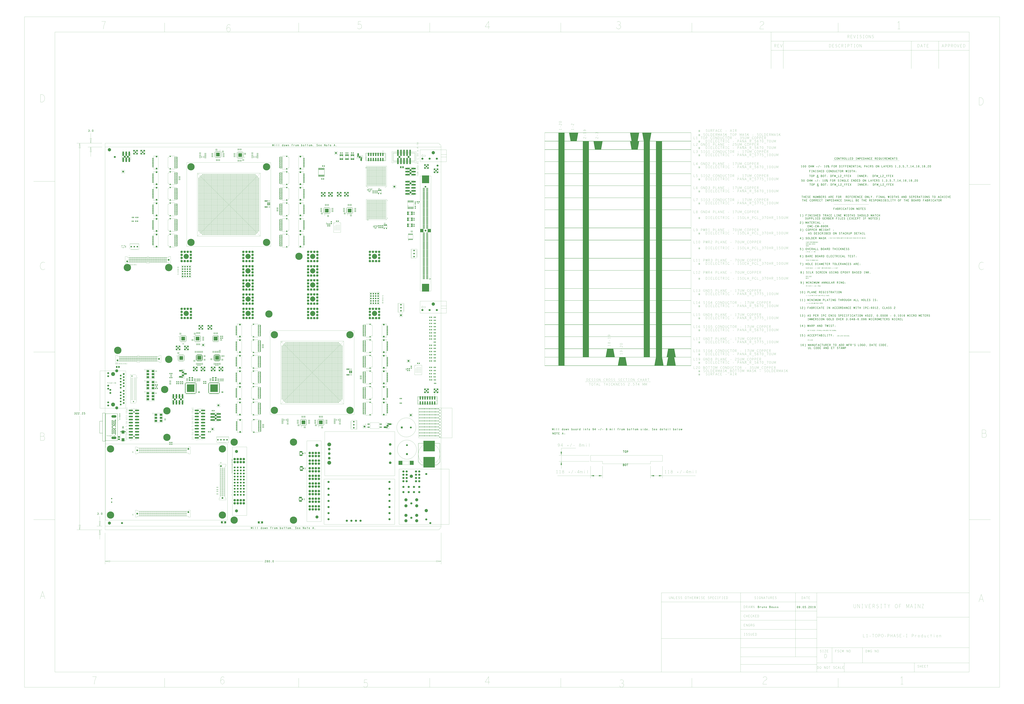
<source format=gbr>
G04 Created by GerbView*
%FSLAX35Y35*%
%MOMM*%
G75*
%ADD10C,0.0254*%
%ADD11C,0.5588*%
%ADD12R,0.2997X0.7976*%
%ADD13R,3.4290X1.2700*%
%ADD14R,0.3988X0.5994*%
%ADD15C,0.4978*%
%ADD16R,0.7620X0.8128*%
%ADD17C,1.2598*%
%ADD18R,1.1379X0.4978*%
%ADD19R,0.5994X0.7976*%
%ADD20C,0.5385*%
%ADD21R,0.7620X0.8103*%
%ADD22R,0.8128X0.7620*%
%ADD23R,0.6985X0.9982*%
%ADD24R,0.5994X0.3988*%
%ADD25R,0.2286X0.8001*%
%ADD26R,0.8636X0.3048*%
%ADD27R,0.3048X0.8636*%
%ADD28R,0.8001X0.2286*%
%ADD29R,1.9990X1.7983*%
%ADD30R,0.6553X0.2540*%
%ADD31R,0.8992X0.2997*%
%ADD32C,0.3556*%
%ADD33C,0.3480*%
%ADD34R,1.1989X1.1989*%
%ADD35R,1.0998X0.2997*%
%ADD36R,0.7976X0.2997*%
%ADD37R,1.2979X1.0490*%
%ADD38C,1.2497*%
%ADD39R,0.9982X2.7483*%
%ADD40R,1.4453X1.4453*%
%ADD41C,1.4453*%
%ADD42C,2.4435*%
%ADD43R,1.2979X1.4986*%
%ADD44R,0.4318X0.7620*%
%ADD45R,0.2540X0.6553*%
%ADD46C,1.5291*%
%ADD47R,1.7475X0.3480*%
%ADD48C,0.9296*%
%ADD49R,1.4986X1.2979*%
%ADD50R,0.9296X0.9296*%
%ADD51R,2.0726X2.0726*%
%ADD52C,2.0726*%
%ADD53R,0.5182X0.2997*%
%ADD54R,2.3978X2.5984*%
%ADD55C,1.3995*%
%ADD56R,0.2489X0.5791*%
%ADD57C,1.7780*%
%ADD58C,1.9787*%
%ADD59R,0.6299X0.3480*%
%ADD60R,1.0490X0.9982*%
%ADD61R,0.2997X0.5791*%
%ADD62C,0.7620*%
%ADD63R,1.5291X1.5291*%
%ADD64R,0.5486X0.2997*%
%ADD65R,0.9144X1.0160*%
%ADD66R,1.2700X5.0800*%
%ADD67R,3.6779X1.2700*%
%ADD68C,1.6993*%
%ADD69C,2.6975*%
%ADD70C,2.1082*%
%ADD71R,1.4986X1.4986*%
%ADD72R,3.2487X3.4290*%
%ADD73R,9.5987X8.7986*%
%ADD74R,1.9050X0.6350*%
%ADD75C,1.4986*%
%ADD76R,1.2598X1.2598*%
%ADD77C,1.8974*%
%ADD78R,0.3048X0.9119*%
%ADD79C,2.5400*%
%ADD80R,1.5977X1.7983*%
%ADD81C,2.4994*%
%ADD82R,0.6350X1.5240*%
%ADD83C,3.1979*%
%ADD84R,3.2004X3.2004*%
%ADD85C,1.0414*%
%ADD86R,3.0988X3.0988*%
%ADD87R,3.1775X3.1775*%
%ADD88C,1.4122*%
%ADD89R,6.3500X6.3500*%
%ADD90R,2.1996X1.0490*%
%ADD91C,0.9982*%
%ADD92R,2.7991X2.6975*%
%ADD93R,5.9995X6.4999*%
%ADD94C,4.2977*%
%ADD95C,0.0076*%
%ADD96C,0.0991*%
%ADD97C,0.1245*%
%ADD98C,0.2489*%
%ADD99R,121.9200X0.0686*%
%ADD100R,121.9200X0.0483*%
%ADD101R,121.9200X0.0330*%
%ADD102R,121.9200X0.1397*%
%ADD103C,1.7297*%
%ADD104C,1.6739*%
%ADD105C,1.1887*%
%ADD106C,1.4478*%
%ADD107C,0.2540*%
%ADD108C,3.2487*%
%ADD109C,0.9500*%
%ADD110C,2.4892*%
%ADD111C,1.6281*%
%ADD112C,5.9995*%
%ADD113C,0.1981*%
%ADD114C,0.1270*%
%ADD115C,0.2007*%
%ADD116C,0.0483*%
%ADD117C,0.1499*%
%LNEXPORT*%
D02*
D10*
D11*
X22600000Y28962500D03*
D10*
D11*
X22400000Y29562500D03*
D10*
G36*
X25531500Y29103250D02*
X25199500D01*
X25163500Y29067250D01*
Y28976250D01*
X25531500D01*
Y29103250D01*
G37*
D11*
X22500000Y29662500D03*
D10*
G36*
X25531500Y29357250D02*
X25199500D01*
X25163500Y29321250D01*
Y29266250D01*
X25199500Y29230250D01*
X25531500D01*
Y29357250D01*
G37*
D11*
X22800000Y28962500D03*
D10*
G36*
X25531500Y29611250D02*
X25163500D01*
Y29520250D01*
X25199500Y29484250D01*
X25531500D01*
Y29611250D01*
G37*
D11*
X22900000Y28962500D03*
D10*
G36*
X25036500Y29067250D02*
X25000500Y29103250D01*
X24668500D01*
Y28976250D01*
X25036500D01*
Y29067250D01*
G37*
D11*
X22500000Y29262500D03*
D10*
G36*
X25036500Y29321250D02*
X25000500Y29357250D01*
X24668500D01*
Y29230250D01*
X25000500D01*
X25036500Y29266250D01*
Y29321250D01*
G37*
D11*
X22400000Y29662500D03*
D10*
G36*
X25036500Y29611250D02*
X24668500D01*
Y29484250D01*
X25000500D01*
X25036500Y29520250D01*
Y29611250D01*
G37*
D11*
X22300000Y29462500D03*
D10*
G36*
X5268000Y10249000D02*
Y9881000D01*
X5395000D01*
Y10198000D01*
X5344000Y10249000D01*
X5268000D01*
G37*
D12*
X8850000Y11700000D03*
D10*
G36*
X5268000Y10744000D02*
Y10376000D01*
X5344000D01*
X5395000Y10427000D01*
Y10744000D01*
X5268000D01*
G37*
D12*
X6900000Y11700000D03*
D10*
D13*
X1789500Y9139000D03*
D10*
D13*
X2310500Y7615000D03*
D10*
D13*
X1789500Y8631000D03*
D10*
D14*
X9045000Y2650000D03*
D10*
D13*
X1789500Y8377000D03*
D10*
D13*
X1789500Y8123000D03*
D10*
D15*
X9387510Y2663480D03*
D10*
D14*
X9045000Y2981250D03*
D10*
D13*
X7810500Y8377000D03*
D10*
D13*
X7810500Y8123000D03*
D10*
D15*
X9267370Y3063530D03*
D10*
D14*
X8955000Y2437500D03*
D10*
D13*
X2310500Y8377000D03*
D10*
D13*
X2310500Y8123000D03*
D10*
D15*
X9587410Y2423450D03*
D10*
D14*
X9045000Y2800000D03*
D10*
D13*
X7289500Y8377000D03*
D10*
D15*
X9587410Y2743490D03*
D10*
D13*
X7289500Y8123000D03*
D10*
D16*
X8260030Y7615000D03*
D10*
D13*
X7810500Y7615000D03*
D10*
D13*
X7810500Y9139000D03*
D10*
D16*
X8572530Y9375000D03*
D10*
D17*
X22197000Y18724000D03*
D10*
D17*
X21797000Y18724000D03*
D10*
D17*
X6306000Y20973000D03*
D10*
D17*
X6706000Y20973000D03*
D10*
D11*
X22400000Y29462500D03*
D10*
D18*
X23171000Y9510000D03*
D10*
D11*
X22500000Y29362500D03*
D10*
D11*
X22500000Y29562500D03*
D10*
D18*
X23171000Y10810000D03*
D10*
D11*
X22600000Y29462500D03*
D10*
D11*
X22500000Y29462500D03*
D10*
D11*
X22700000Y29662500D03*
D10*
D18*
X23171000Y12190000D03*
D10*
D19*
X24352500Y10000000D03*
D10*
D20*
X16400000Y10950000D03*
D10*
D19*
X24352500Y10387500D03*
D10*
D20*
X16500000Y11150000D03*
D10*
D16*
X2354710Y25168750D03*
D10*
D20*
X9450000Y24950000D03*
D10*
D16*
X2199770Y25168750D03*
D10*
D19*
X1885000Y25162500D03*
D10*
D16*
X2371220Y25481250D03*
D10*
D20*
X9550000Y25150000D03*
D10*
D16*
X2216280Y25481250D03*
D10*
D19*
X1903750Y25481250D03*
D10*
D11*
X21600000Y29062500D03*
D10*
D11*
X21800000Y29062500D03*
D10*
D11*
X22200000Y29662500D03*
D10*
D11*
X22300000Y29362500D03*
D10*
D11*
X22300000Y29562500D03*
D10*
D19*
X24222500Y10000000D03*
D10*
D19*
X24222500Y10387500D03*
D10*
D19*
X2015000Y25162500D03*
D10*
D19*
X2033750Y25481250D03*
D10*
D20*
X16400000Y10850000D03*
D10*
D19*
X27060000Y11938900D03*
D10*
D19*
X27041250Y12193750D03*
D10*
D19*
X27041250Y12456250D03*
D10*
D19*
X27053750Y12718750D03*
D10*
D19*
X27053750Y12981250D03*
D10*
D16*
X26864970Y11938900D03*
D10*
D19*
X27190000Y11938900D03*
D10*
D16*
X26846220Y12193750D03*
D10*
D19*
X27171250Y12193750D03*
D10*
D16*
X26846220Y12456250D03*
D10*
D19*
X27171250Y12456250D03*
D10*
D16*
X26858720Y12718750D03*
D10*
D19*
X27183750Y12718750D03*
D10*
D16*
X26858720Y12981250D03*
D10*
D19*
X27183750Y12981250D03*
D10*
D19*
X27053750Y17156250D03*
D10*
D19*
X27053750Y16900000D03*
D10*
D19*
X27053750Y16643750D03*
D10*
D19*
X27053750Y16125000D03*
D10*
D19*
X27053750Y15862500D03*
D10*
D19*
X27053750Y15600000D03*
D10*
D19*
X27183750Y17156250D03*
D10*
D16*
X26858720Y17156250D03*
D10*
D16*
X26858720Y16900000D03*
D10*
D19*
X27183750Y16900000D03*
D10*
D19*
X27183750Y16643750D03*
D10*
D19*
X27183750Y16125000D03*
D10*
D19*
X27183750Y15862500D03*
D10*
D19*
X27183750Y15600000D03*
D10*
D21*
X26858720Y16643750D03*
D10*
D16*
X26858720Y16125000D03*
D10*
D16*
X26858720Y15862500D03*
D10*
D16*
X26858720Y15600000D03*
D10*
D19*
X27053750Y15343750D03*
D10*
D19*
X27053750Y16381250D03*
D10*
D19*
X27053750Y13518750D03*
D10*
D19*
X27053750Y14306250D03*
D10*
D19*
X27053750Y14568750D03*
D10*
D19*
X27053750Y14831250D03*
D10*
D19*
X27053750Y14043750D03*
D10*
D19*
X27053750Y13781250D03*
D10*
D16*
X26858720Y15343750D03*
D10*
D19*
X27183750Y15343750D03*
D10*
D16*
X26858720Y16381250D03*
D10*
D19*
X27183750Y16381250D03*
D10*
D16*
X26858720Y13518750D03*
D10*
D19*
X27183750Y13518750D03*
D10*
D16*
X26858720Y14306250D03*
D10*
D19*
X27183750Y14306250D03*
D10*
D16*
X26858720Y14568750D03*
D10*
D19*
X27183750Y14568750D03*
D10*
D16*
X26858720Y14831250D03*
D10*
D19*
X27183750Y14831250D03*
D10*
D16*
X26858720Y14043750D03*
D10*
D19*
X27183750Y14043750D03*
D10*
D16*
X26858720Y13781250D03*
D10*
D19*
X27183750Y13781250D03*
D10*
D22*
X22618750Y24628780D03*
D10*
D23*
X22905000Y24566250D03*
D10*
D22*
X22762500Y24628780D03*
D10*
D22*
X22143750Y27528780D03*
D10*
D23*
X22436250Y27466250D03*
D10*
D22*
X22300000Y27528780D03*
D10*
D24*
X5875000Y15742500D03*
D10*
D25*
X6025000Y15625000D03*
D10*
D24*
X5956250Y15742500D03*
D10*
D26*
X8730000Y13750000D03*
D10*
D26*
X8730000Y13800000D03*
D10*
D26*
X7255000Y13750000D03*
D10*
D26*
X7255000Y13800000D03*
D10*
D22*
X22762500Y24783720D03*
D10*
D14*
X22995000Y24987500D03*
D10*
D23*
X23000000Y24846250D03*
D10*
D14*
X22526250Y27887500D03*
D10*
D23*
X22531250Y27746250D03*
D10*
D22*
X22300000Y27683720D03*
D10*
D24*
X8725000Y13320000D03*
D10*
D27*
X8850000Y13530000D03*
D10*
D14*
X17757500Y25775000D03*
D10*
D28*
X17875000Y25925000D03*
D10*
D14*
X17757500Y25850000D03*
D10*
D24*
X7250000Y13320000D03*
D10*
D27*
X7375000Y13530000D03*
D10*
D27*
X7375000Y14020000D03*
D10*
D24*
X7150000Y14230000D03*
D10*
D24*
X7231250Y14230000D03*
D10*
D27*
X8850000Y14020000D03*
D10*
D24*
X8625000Y14230000D03*
D10*
D24*
X8706250Y14230000D03*
D10*
D26*
X8730000Y13900000D03*
D10*
D26*
X8730000Y13650000D03*
D10*
D26*
X7255000Y13900000D03*
D10*
D26*
X7255000Y13650000D03*
D10*
D16*
X5053780Y12131250D03*
D10*
D14*
X5105000Y12250000D03*
D10*
D29*
X3635000Y12164750D03*
D10*
D14*
X4598750Y8606250D03*
D10*
D29*
X4303750Y8521000D03*
D10*
D25*
X7375000Y15125000D03*
D10*
D24*
X7350000Y14951250D03*
D10*
D28*
X18375000Y26075000D03*
D10*
D14*
X18548750Y26050000D03*
D10*
D25*
X10875000Y30925000D03*
D10*
D24*
X10900000Y31098750D03*
D10*
D25*
X7475000Y15125000D03*
D10*
D24*
X7531250Y14951250D03*
D10*
D28*
X18375000Y26175000D03*
D10*
D14*
X18548750Y26231250D03*
D10*
D25*
X10775000Y30925000D03*
D10*
D24*
X10718750Y31098750D03*
D10*
D28*
X7600000Y15350000D03*
D10*
D14*
X7773750Y15325000D03*
D10*
D25*
X18150000Y26300000D03*
D10*
D24*
X18175000Y26473750D03*
D10*
D28*
X10650000Y30700000D03*
D10*
D14*
X10476250Y30725000D03*
D10*
D28*
X7600000Y15450000D03*
D10*
D14*
X7773750Y15506250D03*
D10*
D25*
X18050000Y26300000D03*
D10*
D24*
X17993750Y26473750D03*
D10*
D28*
X10650000Y30600000D03*
D10*
D14*
X10476250Y30543750D03*
D10*
D25*
X7425000Y15625000D03*
D10*
D24*
X7450000Y15798750D03*
D10*
D28*
X17875000Y26125000D03*
D10*
D14*
X17701250Y26150000D03*
D10*
D25*
X10825000Y30425000D03*
D10*
D24*
X10800000Y30251250D03*
D10*
D25*
X7325000Y15625000D03*
D10*
D24*
X7268750Y15798750D03*
D10*
D28*
X17875000Y26025000D03*
D10*
D14*
X17701250Y25968750D03*
D10*
D25*
X10925000Y30425000D03*
D10*
D24*
X10981250Y30251250D03*
D10*
D14*
X5105000Y12337500D03*
D10*
D16*
X5053780Y12462500D03*
D10*
D29*
X3635000Y12418750D03*
D10*
D14*
X4598750Y8693750D03*
D10*
D29*
X4303750Y8775000D03*
D10*
D25*
X7325000Y15125000D03*
D10*
D24*
X7268750Y14951250D03*
D10*
D28*
X18375000Y26025000D03*
D10*
D14*
X18548750Y25968750D03*
D10*
D25*
X10925000Y30925000D03*
D10*
D24*
X10981250Y31098750D03*
D10*
D25*
X7425000Y15125000D03*
D10*
D24*
X7450000Y14951250D03*
D10*
D28*
X18375000Y26125000D03*
D10*
D14*
X18548750Y26150000D03*
D10*
D25*
X10825000Y30925000D03*
D10*
D24*
X10800000Y31098750D03*
D10*
D28*
X7600000Y15300000D03*
D10*
D14*
X7773750Y15243750D03*
D10*
D25*
X18200000Y26300000D03*
D10*
D24*
X18256250Y26473750D03*
D10*
D28*
X10650000Y30750000D03*
D10*
D14*
X10476250Y30806250D03*
D10*
D28*
X7600000Y15400000D03*
D10*
D14*
X7773750Y15425000D03*
D10*
D25*
X18100000Y26300000D03*
D10*
D24*
X18075000Y26473750D03*
D10*
D28*
X10650000Y30650000D03*
D10*
D14*
X10476250Y30625000D03*
D10*
D25*
X7475000Y15625000D03*
D10*
D24*
X7531250Y15798750D03*
D10*
D28*
X17875000Y26175000D03*
D10*
D14*
X17701250Y26231250D03*
D10*
D25*
X10775000Y30425000D03*
D10*
D24*
X10718750Y30251250D03*
D10*
D25*
X7375000Y15625000D03*
D10*
D24*
X7350000Y15798750D03*
D10*
D28*
X17875000Y26075000D03*
D10*
D14*
X17701250Y26050000D03*
D10*
D25*
X10875000Y30425000D03*
D10*
D24*
X10900000Y30251250D03*
D10*
D24*
X7418750Y13320000D03*
D10*
D27*
X7475000Y13530000D03*
D10*
D24*
X8893750Y13320000D03*
D10*
D27*
X8950000Y13530000D03*
D10*
D24*
X7343750Y13320000D03*
D10*
D27*
X7425000Y13530000D03*
D10*
D24*
X8818750Y13320000D03*
D10*
D27*
X8900000Y13530000D03*
D10*
D24*
X7587500Y13320000D03*
D10*
D27*
X7575000Y13530000D03*
D10*
D24*
X9062500Y13320000D03*
D10*
D27*
X9050000Y13530000D03*
D10*
D24*
X7512500Y13320000D03*
D10*
D27*
X7525000Y13530000D03*
D10*
D24*
X8987500Y13320000D03*
D10*
D27*
X9000000Y13530000D03*
D10*
D24*
X7756250Y13320000D03*
D10*
D27*
X7675000Y13530000D03*
D10*
D24*
X9231250Y13320000D03*
D10*
D27*
X9150000Y13530000D03*
D10*
D24*
X7681250Y13320000D03*
D10*
D27*
X7625000Y13530000D03*
D10*
D24*
X9156250Y13320000D03*
D10*
D27*
X9100000Y13530000D03*
D10*
D26*
X7745000Y13650000D03*
D10*
D14*
X7892500Y13662500D03*
D10*
D26*
X9220000Y13650000D03*
D10*
D14*
X9367500Y13662500D03*
D10*
D14*
X7892500Y13587500D03*
D10*
D26*
X7745000Y13600000D03*
D10*
D14*
X9367500Y13587500D03*
D10*
D26*
X9220000Y13600000D03*
D10*
D26*
X7745000Y13950000D03*
D10*
D14*
X7892500Y13962500D03*
D10*
D26*
X9220000Y13950000D03*
D10*
D14*
X9367500Y13962500D03*
D10*
D14*
X7892500Y13887500D03*
D10*
D26*
X7745000Y13900000D03*
D10*
D14*
X9367500Y13887500D03*
D10*
D26*
X9220000Y13900000D03*
D10*
D24*
X7681250Y14230000D03*
D10*
D27*
X7625000Y14020000D03*
D10*
D24*
X9156250Y14230000D03*
D10*
D27*
X9100000Y14020000D03*
D10*
D24*
X7756250Y14230000D03*
D10*
D27*
X7675000Y14020000D03*
D10*
D24*
X9231250Y14230000D03*
D10*
D27*
X9150000Y14020000D03*
D10*
D24*
X7512500Y14230000D03*
D10*
D27*
X7525000Y14020000D03*
D10*
D24*
X8987500Y14230000D03*
D10*
D27*
X9000000Y14020000D03*
D10*
D24*
X7587500Y14230000D03*
D10*
D27*
X7575000Y14020000D03*
D10*
D24*
X9062500Y14230000D03*
D10*
D27*
X9050000Y14020000D03*
D10*
D24*
X7343750Y14230000D03*
D10*
D27*
X7425000Y14020000D03*
D10*
D24*
X8818750Y14230000D03*
D10*
D27*
X8900000Y14020000D03*
D10*
D24*
X7418750Y14230000D03*
D10*
D27*
X7475000Y14020000D03*
D10*
D24*
X8893750Y14230000D03*
D10*
D27*
X8950000Y14020000D03*
D10*
D24*
X10718750Y31188750D03*
D10*
D24*
X10800000Y31188750D03*
D10*
D30*
X9099830Y15400000D03*
D10*
D16*
X9285030Y15425000D03*
D10*
D30*
X9099830Y15550000D03*
D10*
D16*
X9285030Y15568750D03*
D10*
D20*
X17300000Y14850000D03*
D10*
D20*
X10350000Y28850000D03*
D10*
D20*
X10250000Y28850000D03*
D10*
D20*
X17200000Y14850000D03*
D10*
D31*
X21325000Y11950000D03*
D10*
D20*
X18600000Y12550000D03*
D10*
D31*
X21165000Y11950000D03*
D10*
D20*
X18800000Y12450000D03*
D10*
D31*
X21325000Y11800000D03*
D10*
D20*
X18800000Y12250000D03*
D10*
D31*
X21165000Y11800000D03*
D10*
D20*
X18600000Y12350000D03*
D10*
D31*
X21325000Y11900000D03*
D10*
D20*
X18700000Y12550000D03*
D10*
D31*
X21165000Y11900000D03*
D10*
D20*
X18900000Y12450000D03*
D10*
D31*
X21325000Y11750000D03*
D10*
D20*
X18900000Y12250000D03*
D10*
D31*
X21165000Y11750000D03*
D10*
D20*
X18700000Y12350000D03*
D10*
D31*
X21165000Y12350000D03*
D10*
D20*
X19100000Y12350000D03*
D10*
D31*
X21325000Y12350000D03*
D10*
D20*
X19300000Y12250000D03*
D10*
D31*
X21165000Y12500000D03*
D10*
D20*
X19100000Y12550000D03*
D10*
D31*
X21325000Y12500000D03*
D10*
D20*
X19300000Y12450000D03*
D10*
D31*
X21165000Y12400000D03*
D10*
D20*
X19200000Y12350000D03*
D10*
D31*
X21325000Y12400000D03*
D10*
D20*
X19400000Y12250000D03*
D10*
D31*
X21165000Y12550000D03*
D10*
D20*
X19200000Y12550000D03*
D10*
D31*
X21325000Y12550000D03*
D10*
D20*
X19400000Y12450000D03*
D10*
D20*
X14900000Y13850000D03*
D10*
D31*
X12425000Y14950000D03*
D10*
D20*
X15100000Y13950000D03*
D10*
D31*
X12585000Y14950000D03*
D10*
D31*
X12425000Y15100000D03*
D10*
D20*
X14900000Y14050000D03*
D10*
D20*
X15100000Y14150000D03*
D10*
D31*
X12585000Y15100000D03*
D10*
D20*
X15000000Y13850000D03*
D10*
D31*
X12425000Y15000000D03*
D10*
D20*
X15200000Y13950000D03*
D10*
D31*
X12585000Y15000000D03*
D10*
D31*
X12425000Y15150000D03*
D10*
D20*
X15000000Y14050000D03*
D10*
D20*
X15200000Y14150000D03*
D10*
D31*
X12585000Y15150000D03*
D10*
D20*
X14500000Y14050000D03*
D10*
D31*
X12585000Y14550000D03*
D10*
D20*
X14700000Y14150000D03*
D10*
D31*
X12425000Y14550000D03*
D10*
D20*
X14700000Y13950000D03*
D10*
D31*
X12585000Y14400000D03*
D10*
D31*
X12425000Y14400000D03*
D10*
D20*
X14500000Y13850000D03*
D10*
D20*
X14400000Y14050000D03*
D10*
D31*
X12585000Y14500000D03*
D10*
D20*
X14600000Y14150000D03*
D10*
D31*
X12425000Y14500000D03*
D10*
D20*
X14600000Y13950000D03*
D10*
D31*
X12585000Y14350000D03*
D10*
D31*
X12425000Y14350000D03*
D10*
D20*
X14400000Y13850000D03*
D10*
D24*
X7075000Y15742500D03*
D10*
D25*
X7225000Y15625000D03*
D10*
D24*
X7156250Y15742500D03*
D10*
D11*
X22700000Y28962500D03*
D10*
D11*
X23000000Y28962500D03*
D10*
G36*
X17786750Y29026400D02*
Y28879600D01*
X17786730Y28879155D01*
X17786672Y28878714D01*
X17786576Y28878280D01*
X17786442Y28877855D01*
X17786272Y28877444D01*
X17786066Y28877050D01*
X17785827Y28876674D01*
X17785556Y28876321D01*
X17785256Y28875993D01*
X17784928Y28875693D01*
X17784575Y28875422D01*
X17784200Y28875183D01*
X17783805Y28874977D01*
X17783394Y28874807D01*
X17782969Y28874673D01*
X17782535Y28874577D01*
X17782094Y28874519D01*
X17781650Y28874500D01*
X17750850D01*
X17750405Y28874519D01*
X17749964Y28874577D01*
X17749530Y28874673D01*
X17749105Y28874807D01*
X17748694Y28874977D01*
X17748300Y28875183D01*
X17747924Y28875422D01*
X17747571Y28875693D01*
X17747243Y28875993D01*
X17746943Y28876321D01*
X17746672Y28876674D01*
X17746433Y28877050D01*
X17746227Y28877444D01*
X17746057Y28877855D01*
X17745923Y28878280D01*
X17745827Y28878714D01*
X17745769Y28879155D01*
X17745750Y28879600D01*
Y29026400D01*
X17745769Y29026844D01*
X17745827Y29027285D01*
X17745923Y29027719D01*
X17746057Y29028144D01*
X17746227Y29028555D01*
X17746433Y29028950D01*
X17746672Y29029325D01*
X17746943Y29029678D01*
X17747243Y29030006D01*
X17747571Y29030306D01*
X17747924Y29030577D01*
X17748300Y29030816D01*
X17748694Y29031022D01*
X17749105Y29031192D01*
X17749530Y29031326D01*
X17749964Y29031422D01*
X17750405Y29031480D01*
X17750850Y29031500D01*
X17781650D01*
X17782094Y29031480D01*
X17782535Y29031422D01*
X17782969Y29031326D01*
X17783394Y29031192D01*
X17783805Y29031022D01*
X17784200Y29030816D01*
X17784575Y29030577D01*
X17784928Y29030306D01*
X17785256Y29030006D01*
X17785556Y29029678D01*
X17785827Y29029325D01*
X17786066Y29028950D01*
X17786272Y29028555D01*
X17786442Y29028144D01*
X17786576Y29027719D01*
X17786672Y29027285D01*
X17786730Y29026844D01*
X17786750Y29026400D01*
G37*
D11*
X2130000Y13650000D03*
D10*
G36*
X17851750Y29026400D02*
Y28879600D01*
X17851730Y28879155D01*
X17851672Y28878714D01*
X17851576Y28878280D01*
X17851442Y28877855D01*
X17851272Y28877444D01*
X17851066Y28877050D01*
X17850827Y28876674D01*
X17850556Y28876321D01*
X17850256Y28875993D01*
X17849928Y28875693D01*
X17849575Y28875422D01*
X17849200Y28875183D01*
X17848805Y28874977D01*
X17848394Y28874807D01*
X17847969Y28874673D01*
X17847535Y28874577D01*
X17847094Y28874519D01*
X17846650Y28874500D01*
X17815850D01*
X17815405Y28874519D01*
X17814964Y28874577D01*
X17814530Y28874673D01*
X17814105Y28874807D01*
X17813694Y28874977D01*
X17813300Y28875183D01*
X17812924Y28875422D01*
X17812571Y28875693D01*
X17812243Y28875993D01*
X17811943Y28876321D01*
X17811672Y28876674D01*
X17811433Y28877050D01*
X17811227Y28877444D01*
X17811057Y28877855D01*
X17810923Y28878280D01*
X17810827Y28878714D01*
X17810769Y28879155D01*
X17810750Y28879600D01*
Y29026400D01*
X17810769Y29026844D01*
X17810827Y29027285D01*
X17810923Y29027719D01*
X17811057Y29028144D01*
X17811227Y29028555D01*
X17811433Y29028950D01*
X17811672Y29029325D01*
X17811943Y29029678D01*
X17812243Y29030006D01*
X17812571Y29030306D01*
X17812924Y29030577D01*
X17813300Y29030816D01*
X17813694Y29031022D01*
X17814105Y29031192D01*
X17814530Y29031326D01*
X17814964Y29031422D01*
X17815405Y29031480D01*
X17815850Y29031500D01*
X17846650D01*
X17847094Y29031480D01*
X17847535Y29031422D01*
X17847969Y29031326D01*
X17848394Y29031192D01*
X17848805Y29031022D01*
X17849200Y29030816D01*
X17849575Y29030577D01*
X17849928Y29030306D01*
X17850256Y29030006D01*
X17850556Y29029678D01*
X17850827Y29029325D01*
X17851066Y29028950D01*
X17851272Y29028555D01*
X17851442Y29028144D01*
X17851576Y29027719D01*
X17851672Y29027285D01*
X17851730Y29026844D01*
X17851750Y29026400D01*
G37*
D11*
X2050000Y13650000D03*
D10*
D20*
X15700000Y12450000D03*
D10*
D20*
X8750000Y26450000D03*
D10*
G36*
X17721750Y29026400D02*
Y28879600D01*
X17721730Y28879155D01*
X17721672Y28878714D01*
X17721576Y28878280D01*
X17721442Y28877855D01*
X17721272Y28877444D01*
X17721066Y28877050D01*
X17720827Y28876674D01*
X17720556Y28876321D01*
X17720256Y28875993D01*
X17719928Y28875693D01*
X17719575Y28875422D01*
X17719200Y28875183D01*
X17718805Y28874977D01*
X17718394Y28874807D01*
X17717969Y28874673D01*
X17717535Y28874577D01*
X17717094Y28874519D01*
X17716650Y28874500D01*
X17685850D01*
X17685405Y28874519D01*
X17684964Y28874577D01*
X17684530Y28874673D01*
X17684105Y28874807D01*
X17683694Y28874977D01*
X17683300Y28875183D01*
X17682924Y28875422D01*
X17682571Y28875693D01*
X17682243Y28875993D01*
X17681943Y28876321D01*
X17681672Y28876674D01*
X17681433Y28877050D01*
X17681227Y28877444D01*
X17681057Y28877855D01*
X17680923Y28878280D01*
X17680827Y28878714D01*
X17680769Y28879155D01*
X17680750Y28879600D01*
Y29026400D01*
X17680769Y29026844D01*
X17680827Y29027285D01*
X17680923Y29027719D01*
X17681057Y29028144D01*
X17681227Y29028555D01*
X17681433Y29028950D01*
X17681672Y29029325D01*
X17681943Y29029678D01*
X17682243Y29030006D01*
X17682571Y29030306D01*
X17682924Y29030577D01*
X17683300Y29030816D01*
X17683694Y29031022D01*
X17684105Y29031192D01*
X17684530Y29031326D01*
X17684964Y29031422D01*
X17685405Y29031480D01*
X17685850Y29031500D01*
X17716650D01*
X17717094Y29031480D01*
X17717535Y29031422D01*
X17717969Y29031326D01*
X17718394Y29031192D01*
X17718805Y29031022D01*
X17719200Y29030816D01*
X17719575Y29030577D01*
X17719928Y29030306D01*
X17720256Y29030006D01*
X17720556Y29029678D01*
X17720827Y29029325D01*
X17721066Y29028950D01*
X17721272Y29028555D01*
X17721442Y29028144D01*
X17721576Y29027719D01*
X17721672Y29027285D01*
X17721730Y29026844D01*
X17721750Y29026400D01*
G37*
D16*
X17701250Y28687500D03*
D10*
G36*
X17786750Y29600400D02*
Y29453600D01*
X17786730Y29453155D01*
X17786672Y29452714D01*
X17786576Y29452280D01*
X17786442Y29451855D01*
X17786272Y29451444D01*
X17786066Y29451050D01*
X17785827Y29450674D01*
X17785556Y29450321D01*
X17785256Y29449993D01*
X17784928Y29449693D01*
X17784575Y29449422D01*
X17784200Y29449183D01*
X17783805Y29448977D01*
X17783394Y29448807D01*
X17782969Y29448673D01*
X17782535Y29448577D01*
X17782094Y29448519D01*
X17781650Y29448500D01*
X17750850D01*
X17750405Y29448519D01*
X17749964Y29448577D01*
X17749530Y29448673D01*
X17749105Y29448807D01*
X17748694Y29448977D01*
X17748300Y29449183D01*
X17747924Y29449422D01*
X17747571Y29449693D01*
X17747243Y29449993D01*
X17746943Y29450321D01*
X17746672Y29450674D01*
X17746433Y29451050D01*
X17746227Y29451444D01*
X17746057Y29451855D01*
X17745923Y29452280D01*
X17745827Y29452714D01*
X17745769Y29453155D01*
X17745750Y29453600D01*
Y29600400D01*
X17745769Y29600844D01*
X17745827Y29601285D01*
X17745923Y29601719D01*
X17746057Y29602144D01*
X17746227Y29602555D01*
X17746433Y29602950D01*
X17746672Y29603325D01*
X17746943Y29603678D01*
X17747243Y29604006D01*
X17747571Y29604306D01*
X17747924Y29604577D01*
X17748300Y29604816D01*
X17748694Y29605022D01*
X17749105Y29605192D01*
X17749530Y29605326D01*
X17749964Y29605422D01*
X17750405Y29605480D01*
X17750850Y29605500D01*
X17781650D01*
X17782094Y29605480D01*
X17782535Y29605422D01*
X17782969Y29605326D01*
X17783394Y29605192D01*
X17783805Y29605022D01*
X17784200Y29604816D01*
X17784575Y29604577D01*
X17784928Y29604306D01*
X17785256Y29604006D01*
X17785556Y29603678D01*
X17785827Y29603325D01*
X17786066Y29602950D01*
X17786272Y29602555D01*
X17786442Y29602144D01*
X17786576Y29601719D01*
X17786672Y29601285D01*
X17786730Y29600844D01*
X17786750Y29600400D01*
G37*
D16*
X17766250Y29762500D03*
D10*
G36*
X17656750Y29026400D02*
Y28879600D01*
X17656730Y28879155D01*
X17656672Y28878714D01*
X17656576Y28878280D01*
X17656442Y28877855D01*
X17656272Y28877444D01*
X17656066Y28877050D01*
X17655827Y28876674D01*
X17655556Y28876321D01*
X17655256Y28875993D01*
X17654928Y28875693D01*
X17654575Y28875422D01*
X17654200Y28875183D01*
X17653805Y28874977D01*
X17653394Y28874807D01*
X17652969Y28874673D01*
X17652535Y28874577D01*
X17652094Y28874519D01*
X17651650Y28874500D01*
X17620850D01*
X17620405Y28874519D01*
X17619964Y28874577D01*
X17619530Y28874673D01*
X17619105Y28874807D01*
X17618694Y28874977D01*
X17618300Y28875183D01*
X17617924Y28875422D01*
X17617571Y28875693D01*
X17617243Y28875993D01*
X17616943Y28876321D01*
X17616672Y28876674D01*
X17616433Y28877050D01*
X17616227Y28877444D01*
X17616057Y28877855D01*
X17615923Y28878280D01*
X17615827Y28878714D01*
X17615769Y28879155D01*
X17615750Y28879600D01*
Y29026400D01*
X17615769Y29026844D01*
X17615827Y29027285D01*
X17615923Y29027719D01*
X17616057Y29028144D01*
X17616227Y29028555D01*
X17616433Y29028950D01*
X17616672Y29029325D01*
X17616943Y29029678D01*
X17617243Y29030006D01*
X17617571Y29030306D01*
X17617924Y29030577D01*
X17618300Y29030816D01*
X17618694Y29031022D01*
X17619105Y29031192D01*
X17619530Y29031326D01*
X17619964Y29031422D01*
X17620405Y29031480D01*
X17620850Y29031500D01*
X17651650D01*
X17652094Y29031480D01*
X17652535Y29031422D01*
X17652969Y29031326D01*
X17653394Y29031192D01*
X17653805Y29031022D01*
X17654200Y29030816D01*
X17654575Y29030577D01*
X17654928Y29030306D01*
X17655256Y29030006D01*
X17655556Y29029678D01*
X17655827Y29029325D01*
X17656066Y29028950D01*
X17656272Y29028555D01*
X17656442Y29028144D01*
X17656576Y29027719D01*
X17656672Y29027285D01*
X17656730Y29026844D01*
X17656750Y29026400D01*
G37*
D11*
X22000000Y28162500D03*
D10*
D11*
X22000000Y28562500D03*
D10*
G36*
X17591750Y29026400D02*
Y28879600D01*
X17591730Y28879155D01*
X17591672Y28878714D01*
X17591576Y28878280D01*
X17591442Y28877855D01*
X17591272Y28877444D01*
X17591066Y28877050D01*
X17590827Y28876674D01*
X17590556Y28876321D01*
X17590256Y28875993D01*
X17589928Y28875693D01*
X17589575Y28875422D01*
X17589200Y28875183D01*
X17588805Y28874977D01*
X17588394Y28874807D01*
X17587969Y28874673D01*
X17587535Y28874577D01*
X17587094Y28874519D01*
X17586650Y28874500D01*
X17555850D01*
X17555405Y28874519D01*
X17554964Y28874577D01*
X17554530Y28874673D01*
X17554105Y28874807D01*
X17553694Y28874977D01*
X17553300Y28875183D01*
X17552924Y28875422D01*
X17552571Y28875693D01*
X17552243Y28875993D01*
X17551943Y28876321D01*
X17551672Y28876674D01*
X17551433Y28877050D01*
X17551227Y28877444D01*
X17551057Y28877855D01*
X17550923Y28878280D01*
X17550827Y28878714D01*
X17550769Y28879155D01*
X17550750Y28879600D01*
Y29026400D01*
X17550769Y29026844D01*
X17550827Y29027285D01*
X17550923Y29027719D01*
X17551057Y29028144D01*
X17551227Y29028555D01*
X17551433Y29028950D01*
X17551672Y29029325D01*
X17551943Y29029678D01*
X17552243Y29030006D01*
X17552571Y29030306D01*
X17552924Y29030577D01*
X17553300Y29030816D01*
X17553694Y29031022D01*
X17554105Y29031192D01*
X17554530Y29031326D01*
X17554964Y29031422D01*
X17555405Y29031480D01*
X17555850Y29031500D01*
X17586650D01*
X17587094Y29031480D01*
X17587535Y29031422D01*
X17587969Y29031326D01*
X17588394Y29031192D01*
X17588805Y29031022D01*
X17589200Y29030816D01*
X17589575Y29030577D01*
X17589928Y29030306D01*
X17590256Y29030006D01*
X17590556Y29029678D01*
X17590827Y29029325D01*
X17591066Y29028950D01*
X17591272Y29028555D01*
X17591442Y29028144D01*
X17591576Y29027719D01*
X17591672Y29027285D01*
X17591730Y29026844D01*
X17591750Y29026400D01*
G37*
G36*
X17461750Y29026400D02*
Y28879600D01*
X17461730Y28879155D01*
X17461672Y28878714D01*
X17461576Y28878280D01*
X17461442Y28877855D01*
X17461272Y28877444D01*
X17461066Y28877050D01*
X17460827Y28876674D01*
X17460556Y28876321D01*
X17460256Y28875993D01*
X17459928Y28875693D01*
X17459575Y28875422D01*
X17459200Y28875183D01*
X17458805Y28874977D01*
X17458394Y28874807D01*
X17457969Y28874673D01*
X17457535Y28874577D01*
X17457094Y28874519D01*
X17456650Y28874500D01*
X17425850D01*
X17425405Y28874519D01*
X17424964Y28874577D01*
X17424530Y28874673D01*
X17424105Y28874807D01*
X17423694Y28874977D01*
X17423300Y28875183D01*
X17422924Y28875422D01*
X17422571Y28875693D01*
X17422243Y28875993D01*
X17421943Y28876321D01*
X17421672Y28876674D01*
X17421433Y28877050D01*
X17421227Y28877444D01*
X17421057Y28877855D01*
X17420923Y28878280D01*
X17420827Y28878714D01*
X17420769Y28879155D01*
X17420750Y28879600D01*
Y29026400D01*
X17420769Y29026844D01*
X17420827Y29027285D01*
X17420923Y29027719D01*
X17421057Y29028144D01*
X17421227Y29028555D01*
X17421433Y29028950D01*
X17421672Y29029325D01*
X17421943Y29029678D01*
X17422243Y29030006D01*
X17422571Y29030306D01*
X17422924Y29030577D01*
X17423300Y29030816D01*
X17423694Y29031022D01*
X17424105Y29031192D01*
X17424530Y29031326D01*
X17424964Y29031422D01*
X17425405Y29031480D01*
X17425850Y29031500D01*
X17456650D01*
X17457094Y29031480D01*
X17457535Y29031422D01*
X17457969Y29031326D01*
X17458394Y29031192D01*
X17458805Y29031022D01*
X17459200Y29030816D01*
X17459575Y29030577D01*
X17459928Y29030306D01*
X17460256Y29030006D01*
X17460556Y29029678D01*
X17460827Y29029325D01*
X17461066Y29028950D01*
X17461272Y29028555D01*
X17461442Y29028144D01*
X17461576Y29027719D01*
X17461672Y29027285D01*
X17461730Y29026844D01*
X17461750Y29026400D01*
G37*
D11*
X22100000Y28262500D03*
D10*
G36*
X17526750Y29026400D02*
Y28879600D01*
X17526730Y28879155D01*
X17526672Y28878714D01*
X17526576Y28878280D01*
X17526442Y28877855D01*
X17526272Y28877444D01*
X17526066Y28877050D01*
X17525827Y28876674D01*
X17525556Y28876321D01*
X17525256Y28875993D01*
X17524928Y28875693D01*
X17524575Y28875422D01*
X17524200Y28875183D01*
X17523805Y28874977D01*
X17523394Y28874807D01*
X17522969Y28874673D01*
X17522535Y28874577D01*
X17522094Y28874519D01*
X17521650Y28874500D01*
X17490850D01*
X17490405Y28874519D01*
X17489964Y28874577D01*
X17489530Y28874673D01*
X17489105Y28874807D01*
X17488694Y28874977D01*
X17488300Y28875183D01*
X17487924Y28875422D01*
X17487571Y28875693D01*
X17487243Y28875993D01*
X17486943Y28876321D01*
X17486672Y28876674D01*
X17486433Y28877050D01*
X17486227Y28877444D01*
X17486057Y28877855D01*
X17485923Y28878280D01*
X17485827Y28878714D01*
X17485769Y28879155D01*
X17485750Y28879600D01*
Y29026400D01*
X17485769Y29026844D01*
X17485827Y29027285D01*
X17485923Y29027719D01*
X17486057Y29028144D01*
X17486227Y29028555D01*
X17486433Y29028950D01*
X17486672Y29029325D01*
X17486943Y29029678D01*
X17487243Y29030006D01*
X17487571Y29030306D01*
X17487924Y29030577D01*
X17488300Y29030816D01*
X17488694Y29031022D01*
X17489105Y29031192D01*
X17489530Y29031326D01*
X17489964Y29031422D01*
X17490405Y29031480D01*
X17490850Y29031500D01*
X17521650D01*
X17522094Y29031480D01*
X17522535Y29031422D01*
X17522969Y29031326D01*
X17523394Y29031192D01*
X17523805Y29031022D01*
X17524200Y29030816D01*
X17524575Y29030577D01*
X17524928Y29030306D01*
X17525256Y29030006D01*
X17525556Y29029678D01*
X17525827Y29029325D01*
X17526066Y29028950D01*
X17526272Y29028555D01*
X17526442Y29028144D01*
X17526576Y29027719D01*
X17526672Y29027285D01*
X17526730Y29026844D01*
X17526750Y29026400D01*
G37*
D11*
X21900000Y29062500D03*
D10*
D11*
X21900000Y29162500D03*
D10*
G36*
X17526750Y29600400D02*
Y29453600D01*
X17526730Y29453155D01*
X17526672Y29452714D01*
X17526576Y29452280D01*
X17526442Y29451855D01*
X17526272Y29451444D01*
X17526066Y29451050D01*
X17525827Y29450674D01*
X17525556Y29450321D01*
X17525256Y29449993D01*
X17524928Y29449693D01*
X17524575Y29449422D01*
X17524200Y29449183D01*
X17523805Y29448977D01*
X17523394Y29448807D01*
X17522969Y29448673D01*
X17522535Y29448577D01*
X17522094Y29448519D01*
X17521650Y29448500D01*
X17490850D01*
X17490405Y29448519D01*
X17489964Y29448577D01*
X17489530Y29448673D01*
X17489105Y29448807D01*
X17488694Y29448977D01*
X17488300Y29449183D01*
X17487924Y29449422D01*
X17487571Y29449693D01*
X17487243Y29449993D01*
X17486943Y29450321D01*
X17486672Y29450674D01*
X17486433Y29451050D01*
X17486227Y29451444D01*
X17486057Y29451855D01*
X17485923Y29452280D01*
X17485827Y29452714D01*
X17485769Y29453155D01*
X17485750Y29453600D01*
Y29600400D01*
X17485769Y29600844D01*
X17485827Y29601285D01*
X17485923Y29601719D01*
X17486057Y29602144D01*
X17486227Y29602555D01*
X17486433Y29602950D01*
X17486672Y29603325D01*
X17486943Y29603678D01*
X17487243Y29604006D01*
X17487571Y29604306D01*
X17487924Y29604577D01*
X17488300Y29604816D01*
X17488694Y29605022D01*
X17489105Y29605192D01*
X17489530Y29605326D01*
X17489964Y29605422D01*
X17490405Y29605480D01*
X17490850Y29605500D01*
X17521650D01*
X17522094Y29605480D01*
X17522535Y29605422D01*
X17522969Y29605326D01*
X17523394Y29605192D01*
X17523805Y29605022D01*
X17524200Y29604816D01*
X17524575Y29604577D01*
X17524928Y29604306D01*
X17525256Y29604006D01*
X17525556Y29603678D01*
X17525827Y29603325D01*
X17526066Y29602950D01*
X17526272Y29602555D01*
X17526442Y29602144D01*
X17526576Y29601719D01*
X17526672Y29601285D01*
X17526730Y29600844D01*
X17526750Y29600400D01*
G37*
D11*
X21500000Y28862500D03*
D10*
G36*
X17591750Y29600400D02*
Y29453600D01*
X17591730Y29453155D01*
X17591672Y29452714D01*
X17591576Y29452280D01*
X17591442Y29451855D01*
X17591272Y29451444D01*
X17591066Y29451050D01*
X17590827Y29450674D01*
X17590556Y29450321D01*
X17590256Y29449993D01*
X17589928Y29449693D01*
X17589575Y29449422D01*
X17589200Y29449183D01*
X17588805Y29448977D01*
X17588394Y29448807D01*
X17587969Y29448673D01*
X17587535Y29448577D01*
X17587094Y29448519D01*
X17586650Y29448500D01*
X17555850D01*
X17555405Y29448519D01*
X17554964Y29448577D01*
X17554530Y29448673D01*
X17554105Y29448807D01*
X17553694Y29448977D01*
X17553300Y29449183D01*
X17552924Y29449422D01*
X17552571Y29449693D01*
X17552243Y29449993D01*
X17551943Y29450321D01*
X17551672Y29450674D01*
X17551433Y29451050D01*
X17551227Y29451444D01*
X17551057Y29451855D01*
X17550923Y29452280D01*
X17550827Y29452714D01*
X17550769Y29453155D01*
X17550750Y29453600D01*
Y29600400D01*
X17550769Y29600844D01*
X17550827Y29601285D01*
X17550923Y29601719D01*
X17551057Y29602144D01*
X17551227Y29602555D01*
X17551433Y29602950D01*
X17551672Y29603325D01*
X17551943Y29603678D01*
X17552243Y29604006D01*
X17552571Y29604306D01*
X17552924Y29604577D01*
X17553300Y29604816D01*
X17553694Y29605022D01*
X17554105Y29605192D01*
X17554530Y29605326D01*
X17554964Y29605422D01*
X17555405Y29605480D01*
X17555850Y29605500D01*
X17586650D01*
X17587094Y29605480D01*
X17587535Y29605422D01*
X17587969Y29605326D01*
X17588394Y29605192D01*
X17588805Y29605022D01*
X17589200Y29604816D01*
X17589575Y29604577D01*
X17589928Y29604306D01*
X17590256Y29604006D01*
X17590556Y29603678D01*
X17590827Y29603325D01*
X17591066Y29602950D01*
X17591272Y29602555D01*
X17591442Y29602144D01*
X17591576Y29601719D01*
X17591672Y29601285D01*
X17591730Y29600844D01*
X17591750Y29600400D01*
G37*
D11*
X21700000Y28862500D03*
D10*
G36*
X17656750Y29600400D02*
Y29453600D01*
X17656730Y29453155D01*
X17656672Y29452714D01*
X17656576Y29452280D01*
X17656442Y29451855D01*
X17656272Y29451444D01*
X17656066Y29451050D01*
X17655827Y29450674D01*
X17655556Y29450321D01*
X17655256Y29449993D01*
X17654928Y29449693D01*
X17654575Y29449422D01*
X17654200Y29449183D01*
X17653805Y29448977D01*
X17653394Y29448807D01*
X17652969Y29448673D01*
X17652535Y29448577D01*
X17652094Y29448519D01*
X17651650Y29448500D01*
X17620850D01*
X17620405Y29448519D01*
X17619964Y29448577D01*
X17619530Y29448673D01*
X17619105Y29448807D01*
X17618694Y29448977D01*
X17618300Y29449183D01*
X17617924Y29449422D01*
X17617571Y29449693D01*
X17617243Y29449993D01*
X17616943Y29450321D01*
X17616672Y29450674D01*
X17616433Y29451050D01*
X17616227Y29451444D01*
X17616057Y29451855D01*
X17615923Y29452280D01*
X17615827Y29452714D01*
X17615769Y29453155D01*
X17615750Y29453600D01*
Y29600400D01*
X17615769Y29600844D01*
X17615827Y29601285D01*
X17615923Y29601719D01*
X17616057Y29602144D01*
X17616227Y29602555D01*
X17616433Y29602950D01*
X17616672Y29603325D01*
X17616943Y29603678D01*
X17617243Y29604006D01*
X17617571Y29604306D01*
X17617924Y29604577D01*
X17618300Y29604816D01*
X17618694Y29605022D01*
X17619105Y29605192D01*
X17619530Y29605326D01*
X17619964Y29605422D01*
X17620405Y29605480D01*
X17620850Y29605500D01*
X17651650D01*
X17652094Y29605480D01*
X17652535Y29605422D01*
X17652969Y29605326D01*
X17653394Y29605192D01*
X17653805Y29605022D01*
X17654200Y29604816D01*
X17654575Y29604577D01*
X17654928Y29604306D01*
X17655256Y29604006D01*
X17655556Y29603678D01*
X17655827Y29603325D01*
X17656066Y29602950D01*
X17656272Y29602555D01*
X17656442Y29602144D01*
X17656576Y29601719D01*
X17656672Y29601285D01*
X17656730Y29600844D01*
X17656750Y29600400D01*
G37*
G36*
X17721750Y29600400D02*
Y29453600D01*
X17721730Y29453155D01*
X17721672Y29452714D01*
X17721576Y29452280D01*
X17721442Y29451855D01*
X17721272Y29451444D01*
X17721066Y29451050D01*
X17720827Y29450674D01*
X17720556Y29450321D01*
X17720256Y29449993D01*
X17719928Y29449693D01*
X17719575Y29449422D01*
X17719200Y29449183D01*
X17718805Y29448977D01*
X17718394Y29448807D01*
X17717969Y29448673D01*
X17717535Y29448577D01*
X17717094Y29448519D01*
X17716650Y29448500D01*
X17685850D01*
X17685405Y29448519D01*
X17684964Y29448577D01*
X17684530Y29448673D01*
X17684105Y29448807D01*
X17683694Y29448977D01*
X17683300Y29449183D01*
X17682924Y29449422D01*
X17682571Y29449693D01*
X17682243Y29449993D01*
X17681943Y29450321D01*
X17681672Y29450674D01*
X17681433Y29451050D01*
X17681227Y29451444D01*
X17681057Y29451855D01*
X17680923Y29452280D01*
X17680827Y29452714D01*
X17680769Y29453155D01*
X17680750Y29453600D01*
Y29600400D01*
X17680769Y29600844D01*
X17680827Y29601285D01*
X17680923Y29601719D01*
X17681057Y29602144D01*
X17681227Y29602555D01*
X17681433Y29602950D01*
X17681672Y29603325D01*
X17681943Y29603678D01*
X17682243Y29604006D01*
X17682571Y29604306D01*
X17682924Y29604577D01*
X17683300Y29604816D01*
X17683694Y29605022D01*
X17684105Y29605192D01*
X17684530Y29605326D01*
X17684964Y29605422D01*
X17685405Y29605480D01*
X17685850Y29605500D01*
X17716650D01*
X17717094Y29605480D01*
X17717535Y29605422D01*
X17717969Y29605326D01*
X17718394Y29605192D01*
X17718805Y29605022D01*
X17719200Y29604816D01*
X17719575Y29604577D01*
X17719928Y29604306D01*
X17720256Y29604006D01*
X17720556Y29603678D01*
X17720827Y29603325D01*
X17721066Y29602950D01*
X17721272Y29602555D01*
X17721442Y29602144D01*
X17721576Y29601719D01*
X17721672Y29601285D01*
X17721730Y29600844D01*
X17721750Y29600400D01*
G37*
D11*
X21600000Y28862500D03*
D10*
D24*
X10900000Y31188750D03*
D10*
D24*
X10981250Y31188750D03*
D10*
D12*
X8550000Y11700000D03*
D10*
D12*
X6600000Y11700000D03*
D10*
D25*
X5862500Y14012500D03*
D10*
D24*
X5700000Y14130000D03*
D10*
D24*
X5787500Y14130000D03*
D10*
D24*
X11187500Y30307500D03*
D10*
D25*
X11025000Y30425000D03*
D10*
D24*
X11100000Y30307500D03*
D10*
D14*
X15807500Y8125000D03*
D10*
D28*
X15925000Y8275000D03*
D10*
D14*
X15807500Y8200000D03*
D10*
D14*
X9417500Y31012500D03*
D10*
D28*
X9300000Y30850000D03*
D10*
D14*
X9417500Y30925000D03*
D10*
D24*
X5700000Y14220000D03*
D10*
D28*
X16425000Y8425000D03*
D10*
D14*
X16598750Y8400000D03*
D10*
D28*
X8800000Y30700000D03*
D10*
D14*
X8626250Y30725000D03*
D10*
D28*
X16425000Y8525000D03*
D10*
D14*
X16598750Y8581250D03*
D10*
D28*
X8800000Y30600000D03*
D10*
D14*
X8626250Y30543750D03*
D10*
D25*
X16200000Y8650000D03*
D10*
D24*
X16225000Y8823750D03*
D10*
D25*
X9025000Y30475000D03*
D10*
D24*
X9000000Y30301250D03*
D10*
D25*
X16100000Y8650000D03*
D10*
D24*
X16043750Y8823750D03*
D10*
D25*
X9125000Y30475000D03*
D10*
D24*
X9181250Y30301250D03*
D10*
D28*
X15925000Y8475000D03*
D10*
D14*
X15751250Y8500000D03*
D10*
D28*
X9300000Y30650000D03*
D10*
D14*
X9473750Y30625000D03*
D10*
D28*
X15925000Y8375000D03*
D10*
D14*
X15751250Y8318750D03*
D10*
D28*
X9300000Y30750000D03*
D10*
D14*
X9473750Y30806250D03*
D10*
D28*
X16425000Y8375000D03*
D10*
D14*
X16598750Y8318750D03*
D10*
D28*
X8800000Y30750000D03*
D10*
D14*
X8626250Y30806250D03*
D10*
D28*
X16425000Y8475000D03*
D10*
D14*
X16598750Y8500000D03*
D10*
D28*
X8800000Y30650000D03*
D10*
D14*
X8626250Y30625000D03*
D10*
D25*
X16250000Y8650000D03*
D10*
D24*
X16306250Y8823750D03*
D10*
D25*
X8975000Y30475000D03*
D10*
D24*
X8918750Y30301250D03*
D10*
D25*
X16150000Y8650000D03*
D10*
D24*
X16125000Y8823750D03*
D10*
D25*
X9075000Y30475000D03*
D10*
D24*
X9100000Y30301250D03*
D10*
D28*
X15925000Y8525000D03*
D10*
D14*
X15751250Y8581250D03*
D10*
D28*
X9300000Y30600000D03*
D10*
D14*
X9473750Y30543750D03*
D10*
D28*
X15925000Y8425000D03*
D10*
D14*
X15751250Y8400000D03*
D10*
D28*
X9300000Y30700000D03*
D10*
D14*
X9473750Y30725000D03*
D10*
D28*
X5737500Y13937500D03*
D10*
D28*
X5737500Y13787500D03*
D10*
D11*
X21800000Y28262500D03*
D10*
D11*
X22900000Y28562500D03*
D10*
D11*
X22500000Y28162500D03*
D10*
D11*
X22400000Y28362500D03*
D10*
D13*
X2310500Y7361000D03*
D10*
D32*
X1836000Y10842000D03*
D10*
D33*
X25837500Y12968750D03*
D10*
D16*
X25839970Y13318750D03*
D10*
D33*
X19081250Y24837500D03*
D10*
D16*
X19083720Y25168750D03*
D10*
D34*
X24882510Y24752510D03*
D10*
D11*
X22700000Y26085000D03*
D10*
D22*
X25387500Y24747530D03*
D10*
D34*
X25217590Y24752510D03*
D10*
D34*
X24882510Y25252510D03*
D10*
D11*
X22900000Y26085000D03*
D10*
D22*
X25387500Y25247530D03*
D10*
D34*
X25217590Y25252510D03*
D10*
D34*
X24882510Y25752510D03*
D10*
D11*
X22600000Y25985000D03*
D10*
D22*
X25387500Y25747530D03*
D10*
D34*
X25217590Y25752510D03*
D10*
D34*
X19409990Y30338760D03*
D10*
D16*
X19409990Y30850000D03*
D10*
D34*
X19409990Y30673840D03*
D10*
D11*
X22200000Y28462500D03*
D10*
D34*
X19872490Y30338760D03*
D10*
D16*
X19877470Y30850000D03*
D10*
D34*
X19872490Y30673840D03*
D10*
D11*
X22200000Y28262500D03*
D10*
D11*
X22100000Y28562500D03*
D10*
D34*
X20334990Y30338760D03*
D10*
D16*
X20334990Y30850000D03*
D10*
D34*
X20334990Y30673840D03*
D10*
D11*
X3250000Y13850000D03*
D10*
D11*
X22500000Y26485000D03*
D10*
D11*
X3330000Y13850000D03*
D10*
D11*
X22800000Y26885000D03*
D10*
D35*
X14225000Y26150000D03*
D10*
D35*
X5625000Y28750000D03*
D10*
D35*
X21175000Y12150000D03*
D10*
D35*
X12575000Y14750000D03*
D10*
D35*
X12600000Y8100000D03*
D10*
D18*
X23171000Y15110000D03*
D10*
D18*
X10579000Y10490000D03*
D10*
D18*
X16221000Y29110000D03*
D10*
D18*
X3629000Y24490000D03*
D10*
D18*
X10579000Y15110000D03*
D10*
D18*
X23171000Y11790000D03*
D10*
D18*
X10604000Y8460000D03*
D10*
D18*
X3629000Y29110000D03*
D10*
D18*
X16221000Y25790000D03*
D10*
D18*
X10579000Y14390000D03*
D10*
D18*
X23171000Y12510000D03*
D10*
D18*
X10604000Y7740000D03*
D10*
D18*
X3629000Y28390000D03*
D10*
D18*
X16221000Y26510000D03*
D10*
D18*
X10579000Y16410000D03*
D10*
D18*
X10579000Y13810000D03*
D10*
D18*
X10579000Y12510000D03*
D10*
D18*
X10579000Y9910000D03*
D10*
D18*
X23171000Y15690000D03*
D10*
D18*
X23171000Y13090000D03*
D10*
D18*
X23171000Y10490000D03*
D10*
D18*
X23171000Y9190000D03*
D10*
D18*
X3629000Y30410000D03*
D10*
D18*
X3629000Y27810000D03*
D10*
D18*
X3629000Y26510000D03*
D10*
D18*
X3629000Y23910000D03*
D10*
D18*
X16221000Y29690000D03*
D10*
D18*
X16221000Y27090000D03*
D10*
D18*
X16221000Y24490000D03*
D10*
D18*
X16221000Y23190000D03*
D10*
D18*
X10579000Y15690000D03*
D10*
D18*
X10579000Y13090000D03*
D10*
D18*
X10579000Y11790000D03*
D10*
D18*
X10579000Y9190000D03*
D10*
D18*
X23171000Y16410000D03*
D10*
D18*
X23171000Y13810000D03*
D10*
D18*
X23171000Y11210000D03*
D10*
D18*
X23171000Y9910000D03*
D10*
D18*
X3629000Y29690000D03*
D10*
D18*
X3629000Y27090000D03*
D10*
D18*
X3629000Y25790000D03*
D10*
D18*
X3629000Y23190000D03*
D10*
D18*
X16221000Y30410000D03*
D10*
D18*
X16221000Y27810000D03*
D10*
D18*
X16221000Y25210000D03*
D10*
D18*
X16221000Y23910000D03*
D10*
D20*
X18300000Y12950000D03*
D10*
D20*
X15500000Y12950000D03*
D10*
D20*
X15500000Y12150000D03*
D10*
D20*
X18300000Y12150000D03*
D10*
D20*
X11350000Y26950000D03*
D10*
D20*
X8550000Y26950000D03*
D10*
D12*
X8500000Y10800000D03*
D10*
D12*
X8350000Y10800000D03*
D10*
D36*
X8275000Y11025000D03*
D10*
D36*
X8275000Y11175000D03*
D10*
D36*
X8275000Y11375000D03*
D10*
D12*
X8500000Y11700000D03*
D10*
D24*
X9375000Y10873750D03*
D10*
D24*
X9456250Y10873750D03*
D10*
D37*
X8865000Y12102500D03*
D10*
D12*
X8750000Y11700000D03*
D10*
D37*
X8635000Y11922500D03*
D10*
D12*
X8700000Y11700000D03*
D10*
D37*
X8635000Y12102500D03*
D10*
D12*
X8650000Y11700000D03*
D10*
D37*
X8865000Y11922500D03*
D10*
D12*
X8800000Y11700000D03*
D10*
D14*
X4688750Y8606250D03*
D10*
D24*
X8462500Y12038750D03*
D10*
D14*
X4688750Y8693750D03*
D10*
D24*
X8387500Y12038750D03*
D10*
D22*
X7875000Y11647530D03*
D10*
D36*
X8275000Y11525000D03*
D10*
D36*
X8275000Y11625000D03*
D10*
D22*
X8025000Y11647530D03*
D10*
D36*
X9175000Y11475000D03*
D10*
D14*
X9495000Y11856250D03*
D10*
D24*
X9495000Y11936250D03*
D10*
D36*
X9175000Y11525000D03*
D10*
D24*
X9412500Y11936250D03*
D10*
D14*
X9405000Y11856250D03*
D10*
D14*
X8470000Y11862500D03*
D10*
D24*
X8462500Y11948750D03*
D10*
D12*
X8450000Y11700000D03*
D10*
D14*
X8380000Y11862500D03*
D10*
D24*
X8387500Y11948750D03*
D10*
D12*
X8400000Y11700000D03*
D10*
D14*
X9120000Y11856250D03*
D10*
D24*
X9112500Y11936250D03*
D10*
D12*
X9100000Y11700000D03*
D10*
D14*
X9030000Y11856250D03*
D10*
D24*
X9037500Y11936250D03*
D10*
D12*
X9050000Y11700000D03*
D10*
D14*
X9331000Y11858000D03*
D10*
D24*
X9325000Y11936250D03*
D10*
D36*
X9175000Y11575000D03*
D10*
D14*
X9241000Y11858000D03*
D10*
D24*
X9243750Y11936250D03*
D10*
D36*
X9175000Y11625000D03*
D10*
D24*
X9495000Y12026250D03*
D10*
D36*
X9175000Y11375000D03*
D10*
D24*
X9412500Y12026250D03*
D10*
D36*
X9175000Y11325000D03*
D10*
D12*
X9050000Y10800000D03*
D10*
D12*
X8600000Y10800000D03*
D10*
D12*
X8550000Y10800000D03*
D10*
D12*
X8450000Y10800000D03*
D10*
D12*
X8400000Y10800000D03*
D10*
D36*
X8275000Y10925000D03*
D10*
D36*
X8275000Y10975000D03*
D10*
D36*
X8275000Y11075000D03*
D10*
D36*
X8275000Y11125000D03*
D10*
D36*
X8275000Y11275000D03*
D10*
D36*
X8275000Y11325000D03*
D10*
D24*
X9112500Y12026250D03*
D10*
D24*
X9037500Y12026250D03*
D10*
D12*
X9000000Y10800000D03*
D10*
D36*
X8275000Y10875000D03*
D10*
D36*
X9175000Y11425000D03*
D10*
D24*
X9375000Y10963750D03*
D10*
D24*
X9456250Y10963750D03*
D10*
D12*
X6550000Y11700000D03*
D10*
D24*
X7425000Y10873750D03*
D10*
D24*
X7506250Y10873750D03*
D10*
D37*
X6915000Y12102500D03*
D10*
D12*
X6800000Y11700000D03*
D10*
D37*
X6685000Y11922500D03*
D10*
D12*
X6750000Y11700000D03*
D10*
D37*
X6685000Y12102500D03*
D10*
D12*
X6700000Y11700000D03*
D10*
D37*
X6915000Y11922500D03*
D10*
D12*
X6850000Y11700000D03*
D10*
D14*
X5195000Y12250000D03*
D10*
D24*
X6512500Y12038750D03*
D10*
D14*
X5195000Y12337500D03*
D10*
D24*
X6437500Y12038750D03*
D10*
D36*
X6325000Y11625000D03*
D10*
D22*
X6100000Y11622530D03*
D10*
D22*
X5950000Y11622530D03*
D10*
D36*
X6325000Y11525000D03*
D10*
D36*
X7225000Y11475000D03*
D10*
D14*
X7545000Y11856250D03*
D10*
D24*
X7545000Y11936250D03*
D10*
D36*
X7225000Y11525000D03*
D10*
D24*
X7462500Y11936250D03*
D10*
D14*
X7455000Y11856250D03*
D10*
D14*
X6520000Y11862500D03*
D10*
D24*
X6512500Y11948750D03*
D10*
D12*
X6500000Y11700000D03*
D10*
D14*
X6430000Y11862500D03*
D10*
D24*
X6437500Y11948750D03*
D10*
D12*
X6450000Y11700000D03*
D10*
D14*
X7170000Y11856250D03*
D10*
D24*
X7162500Y11936250D03*
D10*
D12*
X7150000Y11700000D03*
D10*
D14*
X7080000Y11856250D03*
D10*
D24*
X7087500Y11936250D03*
D10*
D12*
X7100000Y11700000D03*
D10*
D14*
X7381000Y11858000D03*
D10*
D24*
X7375000Y11936250D03*
D10*
D36*
X7225000Y11575000D03*
D10*
D14*
X7291000Y11858000D03*
D10*
D24*
X7293750Y11936250D03*
D10*
D36*
X7225000Y11625000D03*
D10*
D12*
X7100000Y10800000D03*
D10*
D24*
X7545000Y12026250D03*
D10*
D24*
X7462500Y12026250D03*
D10*
D24*
X7162500Y12026250D03*
D10*
D24*
X7087500Y12026250D03*
D10*
D12*
X7050000Y10800000D03*
D10*
D36*
X6325000Y10875000D03*
D10*
D36*
X7225000Y11425000D03*
D10*
D24*
X7425000Y10963750D03*
D10*
D24*
X7506250Y10963750D03*
D10*
D25*
X17950000Y25800000D03*
D10*
D36*
X9175000Y11125000D03*
D10*
D25*
X18100000Y25800000D03*
D10*
D36*
X9175000Y11075000D03*
D10*
D28*
X5900000Y15550000D03*
D10*
D12*
X8950000Y10800000D03*
D10*
D28*
X5900000Y15400000D03*
D10*
D12*
X8900000Y10800000D03*
D10*
D15*
X6413170Y631480D03*
D10*
D38*
X9046000Y6950000D03*
D10*
D11*
X1410000Y13650000D03*
D10*
D11*
X22500000Y26785000D03*
D10*
D11*
X1330000Y13650000D03*
D10*
D11*
X22600000Y26785000D03*
D10*
D11*
X1250000Y13650000D03*
D10*
D11*
X23000000Y26385000D03*
D10*
D11*
X1250000Y13730000D03*
D10*
D11*
X22800000Y26285000D03*
D10*
D11*
X1170000Y13650000D03*
D10*
D11*
X22900000Y26385000D03*
D10*
D11*
X1090000Y13650000D03*
D10*
D11*
X22700000Y26285000D03*
D10*
D11*
X1010000Y13650000D03*
D10*
D11*
X22600000Y26385000D03*
D10*
D11*
X1010000Y13730000D03*
D10*
D11*
X23000000Y26485000D03*
D10*
D11*
X930000Y13650000D03*
D10*
D11*
X22700000Y26385000D03*
D10*
D11*
X1490000Y13650000D03*
D10*
D11*
X22800000Y26785000D03*
D10*
D11*
X1490000Y13730000D03*
D10*
D11*
X22500000Y26585000D03*
D10*
D11*
X850000Y13650000D03*
D10*
D11*
X23000000Y26585000D03*
D10*
G36*
X5776000Y10249000D02*
Y9881000D01*
X5903000D01*
Y10198000D01*
X5852000Y10249000D01*
X5776000D01*
G37*
D11*
X4370000Y21900000D03*
D10*
G36*
X5776000Y10744000D02*
Y10376000D01*
X5852000D01*
X5903000Y10427000D01*
Y10744000D01*
X5776000D01*
G37*
D11*
X22500000Y28262500D03*
D10*
G36*
X6105750Y12441150D02*
Y12446350D01*
X6110550Y12445450D01*
X6115750Y12444650D01*
X6121050Y12444150D01*
X6126250Y12443750D01*
X6131550Y12443650D01*
X6136850Y12443750D01*
X6142150Y12444150D01*
X6147450Y12444650D01*
X6152650Y12445450D01*
X6157850Y12446450D01*
X6163050Y12447650D01*
X6168150Y12449050D01*
X6173150Y12450750D01*
X6178050Y12452550D01*
X6182950Y12454550D01*
X6187750Y12456850D01*
X6192450Y12459350D01*
X6197050Y12461950D01*
X6201550Y12464750D01*
X6205850Y12467850D01*
X6210050Y12471050D01*
X6214150Y12474350D01*
X6218050Y12477950D01*
X6221850Y12481650D01*
X6225450Y12485450D01*
X6228950Y12489450D01*
X6232250Y12493650D01*
X6235350Y12497950D01*
X6238250Y12502350D01*
X6241250Y12507250D01*
X6448750D01*
Y12380250D01*
X6241250D01*
X6238250Y12385150D01*
X6235350Y12389550D01*
X6232250Y12393850D01*
X6228950Y12398050D01*
X6225450Y12402050D01*
X6221850Y12405850D01*
X6218050Y12409550D01*
X6214150Y12413150D01*
X6210050Y12416450D01*
X6205850Y12419650D01*
X6201550Y12422750D01*
X6197050Y12425550D01*
X6192450Y12428150D01*
X6187750Y12430650D01*
X6182950Y12432950D01*
X6178050Y12434950D01*
X6173150Y12436750D01*
X6168150Y12438450D01*
X6163050Y12439850D01*
X6157850Y12441050D01*
X6152650Y12442050D01*
X6147450Y12442850D01*
X6142150Y12443350D01*
X6121050D01*
X6115750Y12442850D01*
X6110550Y12442050D01*
X6105750Y12441150D01*
G37*
G36*
X6081000Y10249000D02*
X6030000Y10198000D01*
Y9881000D01*
X6157000D01*
Y10249000D01*
X6081000D01*
G37*
D22*
X7875000Y11802470D03*
D10*
D22*
X5775000Y11622530D03*
D10*
D22*
X5625000Y11622530D03*
D10*
D28*
X7100000Y15200000D03*
D10*
D14*
X6970000Y15225000D03*
D10*
D28*
X7100000Y15350000D03*
D10*
D14*
X6970000Y15306250D03*
D10*
D24*
X18262500Y25645000D03*
D10*
D25*
X18300000Y25800000D03*
D10*
D24*
X18187500Y25645000D03*
D10*
D25*
X18150000Y25800000D03*
D10*
D28*
X19775000Y25925000D03*
D10*
D14*
X19657500Y25775000D03*
D10*
D14*
X19657500Y25850000D03*
D10*
D28*
X17375000Y8275000D03*
D10*
D14*
X17257500Y8125000D03*
D10*
D14*
X17257500Y8200000D03*
D10*
D25*
X17800000Y8150000D03*
D10*
D24*
X17768750Y8020000D03*
D10*
D25*
X17650000Y8150000D03*
D10*
D24*
X17687500Y8020000D03*
D10*
D25*
X20200000Y25800000D03*
D10*
D24*
X20168750Y25688750D03*
D10*
D25*
X20050000Y25800000D03*
D10*
D24*
X20087500Y25688750D03*
D10*
D14*
X5024000Y11774000D03*
D10*
D14*
X3970000Y11331250D03*
D10*
D14*
X5024000Y11855000D03*
D10*
D14*
X3970000Y11412500D03*
D10*
D14*
X5114000Y11587500D03*
D10*
D14*
X5114000Y11774000D03*
D10*
D26*
X7255000Y13950000D03*
D10*
D14*
X5024000Y11587500D03*
D10*
D29*
X3635000Y10321000D03*
D10*
D14*
X5114000Y11662500D03*
D10*
D14*
X5114000Y11855000D03*
D10*
D26*
X7255000Y13850000D03*
D10*
D14*
X5024000Y11662500D03*
D10*
D29*
X3635000Y10575000D03*
D10*
D28*
X20275000Y26075000D03*
D10*
D14*
X20448750Y26050000D03*
D10*
D28*
X17875000Y8425000D03*
D10*
D14*
X18048750Y8400000D03*
D10*
D28*
X20275000Y26175000D03*
D10*
D14*
X20448750Y26231250D03*
D10*
D28*
X17875000Y8525000D03*
D10*
D14*
X18048750Y8581250D03*
D10*
D25*
X20050000Y26300000D03*
D10*
D24*
X20075000Y26473750D03*
D10*
D25*
X17650000Y8650000D03*
D10*
D24*
X17675000Y8823750D03*
D10*
D25*
X19950000Y26300000D03*
D10*
D24*
X19893750Y26473750D03*
D10*
D25*
X17550000Y8650000D03*
D10*
D24*
X17493750Y8823750D03*
D10*
D28*
X19775000Y26125000D03*
D10*
D14*
X19601250Y26150000D03*
D10*
D28*
X17375000Y8475000D03*
D10*
D14*
X17201250Y8500000D03*
D10*
D28*
X19775000Y26025000D03*
D10*
D14*
X19601250Y25968750D03*
D10*
D28*
X17375000Y8375000D03*
D10*
D14*
X17201250Y8318750D03*
D10*
D28*
X20275000Y26025000D03*
D10*
D14*
X20448750Y25968750D03*
D10*
D28*
X17875000Y8375000D03*
D10*
D14*
X18048750Y8318750D03*
D10*
D14*
X20448750Y26150000D03*
D10*
D28*
X20275000Y26125000D03*
D10*
D28*
X17875000Y8475000D03*
D10*
D14*
X18048750Y8500000D03*
D10*
D25*
X20100000Y26300000D03*
D10*
D24*
X20156250Y26473750D03*
D10*
D25*
X17700000Y8650000D03*
D10*
D24*
X17756250Y8823750D03*
D10*
D25*
X20000000Y26300000D03*
D10*
D24*
X19975000Y26473750D03*
D10*
D25*
X17600000Y8650000D03*
D10*
D24*
X17575000Y8823750D03*
D10*
D28*
X19775000Y26175000D03*
D10*
D14*
X19601250Y26231250D03*
D10*
D28*
X17375000Y8525000D03*
D10*
D14*
X17201250Y8581250D03*
D10*
D28*
X19775000Y26075000D03*
D10*
D14*
X19601250Y26050000D03*
D10*
D28*
X17375000Y8425000D03*
D10*
D14*
X17201250Y8400000D03*
D10*
D13*
X7289500Y7615000D03*
D10*
D32*
X1932000Y11985000D03*
D10*
G36*
X20738100Y30480750D02*
X20672000D01*
Y30823750D01*
X20799000D01*
Y30616250D01*
X20794100Y30613250D01*
X20789700Y30610350D01*
X20785400Y30607250D01*
X20781200Y30603950D01*
X20777200Y30600450D01*
X20773400Y30596850D01*
X20769700Y30593050D01*
X20766100Y30589150D01*
X20762800Y30585050D01*
X20759600Y30580850D01*
X20756500Y30576550D01*
X20753700Y30572050D01*
X20751100Y30567450D01*
X20748600Y30562750D01*
X20746300Y30557950D01*
X20744300Y30553050D01*
X20742500Y30548150D01*
X20740800Y30543150D01*
X20739400Y30538050D01*
X20738200Y30532850D01*
X20737200Y30527650D01*
X20736400Y30522450D01*
X20735900Y30517150D01*
X20735500Y30511850D01*
X20735400Y30506550D01*
X20735500Y30501250D01*
X20735900Y30496050D01*
X20736400Y30490750D01*
X20737200Y30485550D01*
X20738100Y30480750D01*
G37*
D11*
X4130000Y21980000D03*
D10*
D39*
X22200000Y30305750D03*
D10*
D15*
X5693080Y5901980D03*
D10*
D11*
X22700000Y26885000D03*
D10*
D15*
X5773090Y5901980D03*
D10*
D11*
X23000000Y26185000D03*
D10*
D15*
X5773090Y6022120D03*
D10*
D11*
X22600000Y26185000D03*
D10*
D15*
X5853100Y6022120D03*
D10*
D11*
X22900000Y26185000D03*
D10*
D15*
X5693080Y6102130D03*
D10*
D11*
X22800000Y26185000D03*
D10*
D15*
X5773090Y6102130D03*
D10*
D11*
X23000000Y26285000D03*
D10*
D15*
X5773090Y6222020D03*
D10*
D11*
X22700000Y26185000D03*
D10*
D15*
X5853100Y6222020D03*
D10*
D11*
X22900000Y26285000D03*
D10*
D15*
X6013120Y6022120D03*
D10*
D11*
X22600000Y26285000D03*
D10*
D15*
X6093130Y6022120D03*
D10*
D11*
X22500000Y26685000D03*
D10*
D40*
X1195000Y12423000D03*
D10*
D41*
X1195000Y11026000D03*
D10*
D42*
X611000Y9606500D03*
D10*
D43*
X611000Y13018750D03*
D10*
D42*
X611000Y12699500D03*
D10*
D15*
X5933110Y5901980D03*
D10*
D11*
X3410000Y13730000D03*
D10*
D15*
X6013120Y5901980D03*
D10*
D11*
X3170000Y13730000D03*
D10*
D15*
X5053000Y6222020D03*
D10*
D22*
X5053000Y6572530D03*
D10*
D11*
X22500000Y26885000D03*
D10*
D15*
X5133010Y6222020D03*
D10*
D22*
X5200000Y6572530D03*
D10*
D11*
X22400000Y26485000D03*
D10*
D11*
X3570000Y21980000D03*
D10*
D32*
X2090000Y10397500D03*
D10*
D11*
X3330000Y21980000D03*
D10*
D32*
X2090000Y10334000D03*
D10*
D15*
X2733220Y951520D03*
D10*
D11*
X3650000Y21900000D03*
D10*
D32*
X2186000Y10969000D03*
D10*
D15*
X6413170Y751620D03*
D10*
D38*
X9300000Y6950000D03*
D10*
D15*
X6333160Y751620D03*
D10*
D38*
X9554000Y6950000D03*
D10*
D11*
X3410000Y21900000D03*
D10*
D17*
X6306000Y21373000D03*
D10*
D17*
X6706000Y21173000D03*
D10*
D13*
X7289500Y7361000D03*
D10*
D32*
X1836000Y10651500D03*
D10*
D13*
X1789500Y7361000D03*
D10*
D32*
X1836000Y10524500D03*
D10*
D13*
X2310500Y7107000D03*
D10*
D13*
X1789500Y7107000D03*
D10*
D15*
X3053000Y631480D03*
D10*
D15*
X2812970Y631480D03*
D10*
D15*
X2573200Y631480D03*
D10*
D15*
X2493190Y631480D03*
D10*
D15*
X2493190Y831630D03*
D10*
D15*
X2972990Y751620D03*
D10*
D15*
X2733220Y751620D03*
D10*
D15*
X2493190Y751620D03*
D10*
D16*
X26703780Y12981250D03*
D10*
D32*
X2186000Y11032500D03*
D10*
D38*
X1827250Y23043980D03*
D10*
D24*
X1350000Y23088980D03*
D10*
D44*
X1243980Y23132880D03*
D10*
D11*
X1650000Y21980000D03*
D10*
D32*
X2090000Y10461000D03*
D10*
D11*
X3170000Y21900000D03*
D10*
D32*
X1932000Y10334000D03*
D10*
D11*
X22400000Y28162500D03*
D10*
D11*
X2370000Y21900000D03*
D10*
D11*
X1890000Y21980000D03*
D10*
D11*
X22300000Y28462500D03*
D10*
D11*
X2370000Y21980000D03*
D10*
D11*
X22400000Y28262500D03*
D10*
D11*
X2290000Y21900000D03*
D10*
D11*
X22400000Y28562500D03*
D10*
D11*
X2850000Y21980000D03*
D10*
D11*
X22800000Y28662500D03*
D10*
D11*
X3090000Y21980000D03*
D10*
D11*
X23000000Y28362500D03*
D10*
D11*
X2450000Y21900000D03*
D10*
D11*
X22600000Y28662500D03*
D10*
D11*
X3090000Y21900000D03*
D10*
D11*
X22900000Y28362500D03*
D10*
D11*
X2610000Y21980000D03*
D10*
D11*
X22700000Y28662500D03*
D10*
D11*
X2450000Y21780000D03*
D10*
D11*
X22300000Y28262500D03*
D10*
D11*
X2130000Y21980000D03*
D10*
D11*
X22300000Y28362500D03*
D10*
D11*
X3010000Y21900000D03*
D10*
D11*
X22900000Y28662500D03*
D10*
D11*
X22900000Y28262500D03*
D10*
D14*
X17167500Y8125000D03*
D10*
D11*
X22800000Y28462500D03*
D10*
D11*
X22500000Y28362500D03*
D10*
D11*
X22600000Y28462500D03*
D10*
D11*
X22800000Y28162500D03*
D10*
D45*
X8737500Y15137670D03*
D10*
D11*
X22700000Y28262500D03*
D10*
D30*
X8625170Y15250000D03*
D10*
D12*
X8950000Y11700000D03*
D10*
D11*
X22700000Y28462500D03*
D10*
D11*
X22900000Y28162500D03*
D10*
D12*
X9000000Y11700000D03*
D10*
D11*
X22700000Y28362500D03*
D10*
D12*
X7000000Y11700000D03*
D10*
D24*
X7231250Y14320000D03*
D10*
D11*
X22400000Y28462500D03*
D10*
D24*
X8706250Y14320000D03*
D10*
D11*
X22500000Y28562500D03*
D10*
D14*
X15717500Y8125000D03*
D10*
D11*
X22600000Y28162500D03*
D10*
D11*
X22500000Y28462500D03*
D10*
D11*
X22700000Y28162500D03*
D10*
D14*
X9507500Y31012500D03*
D10*
D11*
X22600000Y28562500D03*
D10*
D24*
X11187500Y30217500D03*
D10*
D24*
X5875000Y15832500D03*
D10*
D11*
X22900000Y28462500D03*
D10*
D11*
X22700000Y28562500D03*
D10*
D24*
X7075000Y15832500D03*
D10*
D11*
X23000000Y28262500D03*
D10*
D14*
X17667500Y25775000D03*
D10*
D11*
X23000000Y28162500D03*
D10*
D14*
X19567500Y25775000D03*
D10*
D11*
X22800000Y28262500D03*
D10*
D12*
X7050000Y11700000D03*
D10*
D11*
X21900000Y29262500D03*
D10*
D11*
X22000000Y29262500D03*
D10*
D11*
X21600000Y28962500D03*
D10*
D11*
X21700000Y28962500D03*
D10*
D11*
X21700000Y29062500D03*
D10*
D11*
X22400000Y26685000D03*
D10*
D11*
X22600000Y26885000D03*
D10*
D15*
X6013120Y6222020D03*
D10*
D11*
X2770000Y13650000D03*
D10*
D15*
X6093130Y6222020D03*
D10*
D11*
X2850000Y13650000D03*
D10*
D15*
X6173140Y5901980D03*
D10*
D11*
X2690000Y13650000D03*
D10*
D15*
X6253150Y5901980D03*
D10*
D11*
X2690000Y13730000D03*
D10*
D15*
X6253150Y6022120D03*
D10*
D11*
X2610000Y13650000D03*
D10*
D15*
X6333160Y6022120D03*
D10*
D11*
X2530000Y13650000D03*
D10*
D15*
X6173140Y6102130D03*
D10*
D11*
X2450000Y13650000D03*
D10*
D15*
X6253150Y6102130D03*
D10*
D11*
X2450000Y13730000D03*
D10*
D15*
X6253150Y6222020D03*
D10*
D11*
X2370000Y13650000D03*
D10*
D15*
X5933110Y6102130D03*
D10*
D11*
X2930000Y13650000D03*
D10*
D15*
X6013120Y6102130D03*
D10*
D11*
X2930000Y13730000D03*
D10*
D15*
X6333160Y6222020D03*
D10*
D11*
X2290000Y13650000D03*
D10*
D11*
X22300000Y29662500D03*
D10*
D11*
X1650000Y13650000D03*
D10*
D11*
X22400000Y29262500D03*
D10*
D11*
X1970000Y13650000D03*
D10*
D11*
X22300000Y29262500D03*
D10*
D11*
X1970000Y13730000D03*
D10*
D11*
X22200000Y29562500D03*
D10*
D11*
X1730000Y13730000D03*
D10*
D11*
X22200000Y29462500D03*
D10*
D11*
X1810000Y13650000D03*
D10*
D11*
X22100000Y29662500D03*
D10*
D11*
X1570000Y13650000D03*
D10*
D11*
X22200000Y29362500D03*
D10*
D11*
X1890000Y13650000D03*
D10*
D11*
X1730000Y13650000D03*
D10*
D11*
X22100000Y29562500D03*
D10*
D11*
X2210000Y13730000D03*
D10*
D11*
X21800000Y28962500D03*
D10*
D11*
X2210000Y13650000D03*
D10*
D11*
X21500000Y28962500D03*
D10*
D11*
X2850000Y13530000D03*
D10*
D11*
X22300000Y25685000D03*
D10*
D11*
X2530000Y13530000D03*
D10*
D11*
X22400000Y25385000D03*
D10*
D11*
X3010000Y13650000D03*
D10*
D11*
X22200000Y25785000D03*
D10*
D11*
X22400000Y25485000D03*
D10*
D11*
X2610000Y13530000D03*
D10*
D11*
X2690000Y13530000D03*
D10*
D11*
X22400000Y25685000D03*
D10*
D11*
X3010000Y13530000D03*
D10*
D11*
X22800000Y25985000D03*
D10*
D11*
X2930000Y13530000D03*
D10*
D11*
X23000000Y25785000D03*
D10*
D11*
X3090000Y13530000D03*
D10*
D11*
X22700000Y25985000D03*
D10*
D11*
X2770000Y13530000D03*
D10*
D11*
X23000000Y25685000D03*
D10*
D11*
X3090000Y13650000D03*
D10*
D11*
X22800000Y25885000D03*
D10*
D15*
X4733210Y6102130D03*
D10*
D11*
X1570000Y13850000D03*
D10*
D32*
X2090000Y12048500D03*
D10*
D32*
X2090000Y11985000D03*
D10*
D32*
X1932000Y10397500D03*
D10*
D13*
X7810500Y8631000D03*
D10*
D15*
X6093130Y5901980D03*
D10*
D15*
X5853100Y5901980D03*
D10*
D32*
X2186000Y10334000D03*
D10*
D32*
X1836000Y11350000D03*
D10*
D46*
X10949000Y3372500D03*
D10*
D46*
X10949000Y2610500D03*
D10*
D46*
X11203000Y2610500D03*
D10*
D46*
X10441000Y3118500D03*
D10*
D46*
X10695000Y3118500D03*
D10*
D46*
X10949000Y3118500D03*
D10*
D46*
X11203000Y3118500D03*
D10*
D46*
X10441000Y3880500D03*
D10*
D46*
X10695000Y3880500D03*
D10*
D32*
X1836000Y10969000D03*
D10*
D46*
X10949000Y3626500D03*
D10*
D32*
X1836000Y11032500D03*
D10*
D46*
X11203000Y3626500D03*
D10*
D46*
X11203000Y3372500D03*
D10*
D32*
X1836000Y11413500D03*
D10*
D13*
X7289500Y8631000D03*
D10*
D15*
X9387510Y2983520D03*
D10*
D13*
X1789500Y9393000D03*
D10*
D16*
X26691280Y12456250D03*
D10*
D15*
X9467520Y2503460D03*
D10*
D15*
X9467520Y2663480D03*
D10*
D32*
X2186000Y10397500D03*
D10*
D13*
X7810500Y9393000D03*
D10*
D32*
X2186000Y10715000D03*
D10*
D15*
X9467520Y2263430D03*
D10*
D15*
X9467520Y2343440D03*
D10*
D15*
X9587410Y2263430D03*
D10*
D16*
X26703780Y12718750D03*
D10*
D13*
X2310500Y9393000D03*
D10*
D13*
X2310500Y9139000D03*
D10*
D15*
X6413170Y5901980D03*
D10*
D15*
X6333160Y5901980D03*
D10*
D15*
X6173140Y6022120D03*
D10*
D15*
X5933110Y6022120D03*
D10*
D15*
X5693080Y6022120D03*
D10*
D15*
X5453050Y6022120D03*
D10*
D32*
X2186000Y10524500D03*
D10*
D16*
X26710030Y11938900D03*
D10*
D13*
X7289500Y9393000D03*
D10*
D13*
X7289500Y9139000D03*
D10*
D32*
X2186000Y10651500D03*
D10*
D15*
X6413170Y6102130D03*
D10*
D15*
X6333160Y6102130D03*
D10*
D15*
X6173140Y6222020D03*
D10*
D15*
X5933110Y6222020D03*
D10*
D15*
X5693080Y6222020D03*
D10*
D15*
X5453050Y6222020D03*
D10*
D16*
X26691280Y12193750D03*
D10*
D13*
X1789500Y7615000D03*
D10*
D32*
X1932000Y12048500D03*
D10*
D13*
X7810500Y7361000D03*
D10*
D32*
X1836000Y10715000D03*
D10*
D17*
X21997000Y18324000D03*
D10*
D17*
X22197000Y18324000D03*
D10*
D17*
X21797000Y18524000D03*
D10*
D17*
X21797000Y19124000D03*
D10*
D17*
X22197000Y19124000D03*
D10*
D17*
X6506000Y21373000D03*
D10*
D17*
X6706000Y20573000D03*
D10*
D17*
X6306000Y20573000D03*
D10*
D47*
X26212000Y25457500D03*
D10*
D47*
X26212000Y25517500D03*
D10*
D47*
X26488000Y25457500D03*
D10*
D47*
X26488000Y25517500D03*
D10*
D20*
X9450000Y25150000D03*
D10*
D20*
X9450000Y25250000D03*
D10*
D20*
X16400000Y11150000D03*
D10*
D20*
X16400000Y11250000D03*
D10*
D15*
X5213020Y5901980D03*
D10*
D11*
X22600000Y26485000D03*
D10*
D15*
X5293030Y5901980D03*
D10*
D11*
X22700000Y26785000D03*
D10*
D15*
X5293030Y6022120D03*
D10*
D11*
X22600000Y26585000D03*
D10*
D15*
X5373040Y6022120D03*
D10*
D11*
X22900000Y26885000D03*
D10*
D15*
X5213020Y6102130D03*
D10*
D11*
X23000000Y26885000D03*
D10*
D15*
X5293030Y6102130D03*
D10*
D11*
X22900000Y26785000D03*
D10*
D15*
X5293030Y6222020D03*
D10*
D11*
X22700000Y26685000D03*
D10*
D15*
X5373040Y6222020D03*
D10*
D11*
X22800000Y26385000D03*
D10*
D15*
X9587410Y2983520D03*
D10*
D11*
X2450000Y13530000D03*
D10*
D15*
X9467520Y3063530D03*
D10*
D11*
X2370000Y13530000D03*
D10*
D15*
X9267370Y2823500D03*
D10*
D11*
X2290000Y13530000D03*
D10*
D15*
X9387510Y2823500D03*
D10*
D11*
X2210000Y13530000D03*
D10*
D15*
X9267370Y2903510D03*
D10*
D11*
X2130000Y13530000D03*
D10*
D15*
X9387510Y2903510D03*
D10*
D11*
X2050000Y13530000D03*
D10*
D11*
X1970000Y13530000D03*
D10*
D15*
X9267370Y2983520D03*
D10*
D15*
X6413170Y831630D03*
D10*
D11*
X1890000Y21900000D03*
D10*
D15*
X6333160Y951520D03*
D10*
D11*
X1810000Y21780000D03*
D10*
D15*
X6333160Y831630D03*
D10*
D11*
X1810000Y21900000D03*
D10*
D15*
X6413170Y951520D03*
D10*
D11*
X1890000Y21780000D03*
D10*
D15*
X2812970Y831630D03*
D10*
D11*
X2290000Y21780000D03*
D10*
D15*
X6333160Y631480D03*
D10*
D11*
X2370000Y21780000D03*
D10*
D15*
X5133010Y6022120D03*
D10*
D11*
X1730000Y21900000D03*
D10*
D15*
X5053000Y5901980D03*
D10*
D11*
X1650000Y21780000D03*
D10*
D15*
X4972990Y5901980D03*
D10*
D11*
X1650000Y21900000D03*
D10*
D15*
X5053000Y6022120D03*
D10*
D11*
X1730000Y21780000D03*
D10*
D15*
X4333160Y6102130D03*
D10*
D12*
X7000000Y10800000D03*
D10*
D15*
X4253150Y6102130D03*
D10*
D12*
X6950000Y10800000D03*
D10*
D12*
X6850000Y10800000D03*
D10*
D15*
X2653210Y5901980D03*
D10*
D15*
X2573200Y5901980D03*
D10*
D12*
X6800000Y10800000D03*
D10*
D15*
X9587410Y3703360D03*
D10*
D12*
X6650000Y10800000D03*
D10*
D15*
X9587410Y3623350D03*
D10*
D12*
X6600000Y10800000D03*
D10*
D15*
X9387510Y3703360D03*
D10*
D12*
X6500000Y10800000D03*
D10*
D15*
X9387510Y3623350D03*
D10*
D12*
X6450000Y10800000D03*
D10*
D20*
X8150000Y24750000D03*
D10*
D20*
X8250000Y24750000D03*
D10*
D20*
X7650000Y24750000D03*
D10*
D20*
X7750000Y24750000D03*
D10*
D25*
X16350000Y8150000D03*
D10*
D24*
X16318750Y8032500D03*
D10*
D25*
X16200000Y8150000D03*
D10*
D24*
X16231250Y8032500D03*
D10*
D28*
X11150000Y30700000D03*
D10*
D14*
X11261250Y30743750D03*
D10*
D28*
X11150000Y30850000D03*
D10*
D14*
X11261250Y30825000D03*
D10*
D25*
X8875000Y30975000D03*
D10*
D24*
X8875000Y31080000D03*
D10*
D25*
X9025000Y30975000D03*
D10*
D24*
X8962500Y31080000D03*
D10*
D20*
X14700000Y10750000D03*
D10*
D20*
X14600000Y10750000D03*
D10*
D20*
X15200000Y10750000D03*
D10*
D20*
X15100000Y10750000D03*
D10*
D31*
X12610000Y8150000D03*
D10*
D14*
X12772500Y8150000D03*
D10*
D31*
X12610000Y8200000D03*
D10*
D14*
X12772500Y8226000D03*
D10*
D14*
X12772500Y7975000D03*
D10*
D31*
X12610000Y8000000D03*
D10*
D31*
X12610000Y8050000D03*
D10*
D14*
X12772500Y8050000D03*
D10*
D31*
X12450000Y8100000D03*
D10*
D31*
X12450000Y8200000D03*
D10*
D31*
X12450000Y8150000D03*
D10*
D31*
X12450000Y8000000D03*
D10*
D31*
X12450000Y8050000D03*
D10*
D18*
X10604000Y8220000D03*
D10*
D11*
X22900000Y29162500D03*
D10*
D11*
X22100000Y25385000D03*
D10*
D48*
X322500Y7870000D03*
D10*
D48*
X427500Y8167500D03*
D10*
D39*
X22000000Y30305750D03*
D10*
D11*
X22000000Y26785000D03*
D10*
D46*
X77000Y10848000D03*
D10*
D46*
X-00099999Y10060000D03*
D10*
D49*
X800000Y7181250D03*
D10*
D50*
X507500Y8572500D03*
D10*
D48*
X507500Y7427500D03*
D10*
D48*
X242500Y7465000D03*
D10*
D48*
X242500Y8535000D03*
D10*
D51*
X375000Y7110000D03*
D10*
D52*
X271250Y7110000D03*
D10*
D52*
X478750Y7110000D03*
D10*
D51*
X375000Y8890000D03*
D10*
D52*
X271250Y8890000D03*
D10*
D52*
X478750Y8890000D03*
D10*
D53*
X1174500Y8031250D03*
D10*
D54*
X1137500Y7587500D03*
D10*
D48*
X507500Y8242500D03*
D10*
D48*
X507500Y7757500D03*
D10*
D48*
X242500Y8205000D03*
D10*
D48*
X242500Y7795000D03*
D10*
D24*
X8918750Y15773750D03*
D10*
D45*
X8887500Y15612330D03*
D10*
D24*
X8718750Y15773750D03*
D10*
D45*
X8687500Y15612330D03*
D10*
D14*
X9267500Y15318750D03*
D10*
D30*
X9099830Y15350000D03*
D10*
D24*
X9006250Y15773750D03*
D10*
D45*
X9037500Y15612330D03*
D10*
D24*
X8806250Y15773750D03*
D10*
D45*
X8837500Y15612330D03*
D10*
D14*
X9267500Y15231250D03*
D10*
D30*
X9099830Y15200000D03*
D10*
D26*
X7255000Y13600000D03*
D10*
D24*
X7125000Y13570000D03*
D10*
D24*
X7043750Y13570000D03*
D10*
D26*
X7255000Y13700000D03*
D10*
D26*
X8730000Y13700000D03*
D10*
D14*
X8545000Y13700000D03*
D10*
D26*
X8730000Y13600000D03*
D10*
D14*
X8545000Y13625000D03*
D10*
D15*
X3613070Y951520D03*
D10*
D20*
X16300000Y11050000D03*
D10*
D15*
X3693080Y831630D03*
D10*
D20*
X16300000Y11150000D03*
D10*
D15*
X3933110Y751620D03*
D10*
D20*
X16400000Y11350000D03*
D10*
D15*
X3853100Y751620D03*
D10*
D20*
X16500000Y11350000D03*
D10*
D15*
X3853100Y951520D03*
D10*
D20*
X16200000Y11550000D03*
D10*
D15*
X4013120Y631480D03*
D10*
D20*
X16300000Y11550000D03*
D10*
D15*
X3933110Y831630D03*
D10*
D20*
X16300000Y11450000D03*
D10*
D15*
X3933110Y631480D03*
D10*
D20*
X16400000Y11450000D03*
D10*
D15*
X4013120Y831630D03*
D10*
D20*
X16100000Y11550000D03*
D10*
D15*
X3533060Y951520D03*
D10*
D20*
X16200000Y10950000D03*
D10*
D15*
X3613070Y831630D03*
D10*
D20*
X16300000Y10950000D03*
D10*
D15*
X3933110Y951520D03*
D10*
D20*
X16100000Y11650000D03*
D10*
D11*
X2850000Y21780000D03*
D10*
D20*
X15900000Y10950000D03*
D10*
D11*
X21600000Y25885000D03*
D10*
D20*
X15900000Y11150000D03*
D10*
D11*
X21800000Y25985000D03*
D10*
D20*
X15900000Y11250000D03*
D10*
D11*
X22000000Y25385000D03*
D10*
D20*
X16000000Y11350000D03*
D10*
D20*
X16000000Y11450000D03*
D10*
D11*
X22000000Y25685000D03*
D10*
D20*
X15800000Y11050000D03*
D10*
D11*
X22000000Y25485000D03*
D10*
D20*
X15800000Y11150000D03*
D10*
D11*
X21900000Y25385000D03*
D10*
D20*
X15800000Y11250000D03*
D10*
D11*
X22000000Y25585000D03*
D10*
D11*
X21800000Y25385000D03*
D10*
D20*
X15900000Y11350000D03*
D10*
D20*
X16100000Y10850000D03*
D10*
D11*
X21800000Y25785000D03*
D10*
D11*
X21500000Y25785000D03*
D10*
D20*
X16200000Y11250000D03*
D10*
D11*
X21700000Y25985000D03*
D10*
D20*
X16300000Y11250000D03*
D10*
D11*
X21700000Y25385000D03*
D10*
D20*
X16200000Y10850000D03*
D10*
D20*
X9350000Y25050000D03*
D10*
D15*
X5613070Y951520D03*
D10*
D20*
X9350000Y25150000D03*
D10*
D15*
X5613070Y831630D03*
D10*
D15*
X5613070Y631480D03*
D10*
D20*
X9450000Y25350000D03*
D10*
D15*
X5533060Y951520D03*
D10*
D20*
X9550000Y25350000D03*
D10*
D15*
X5213020Y951520D03*
D10*
D20*
X9250000Y25550000D03*
D10*
D15*
X5293030Y951520D03*
D10*
D20*
X9350000Y25550000D03*
D10*
D15*
X5373040Y831630D03*
D10*
D20*
X9350000Y25450000D03*
D10*
D15*
X5373040Y631480D03*
D10*
D20*
X9450000Y25450000D03*
D10*
D15*
X5293030Y831630D03*
D10*
D20*
X9150000Y25550000D03*
D10*
D20*
X9250000Y24950000D03*
D10*
D15*
X5693080Y831630D03*
D10*
D20*
X9350000Y24950000D03*
D10*
D15*
X5693080Y631480D03*
D10*
D15*
X5293030Y631480D03*
D10*
D20*
X9150000Y25650000D03*
D10*
D20*
X8950000Y24950000D03*
D10*
D11*
X2850000Y21900000D03*
D10*
D20*
X8950000Y25150000D03*
D10*
D11*
X22100000Y26685000D03*
D10*
D20*
X8950000Y25250000D03*
D10*
D11*
X21900000Y26885000D03*
D10*
D20*
X9050000Y25350000D03*
D10*
D11*
X22100000Y26585000D03*
D10*
D11*
X21700000Y26285000D03*
D10*
D20*
X9050000Y25450000D03*
D10*
D11*
X21500000Y26485000D03*
D10*
D20*
X8850000Y25050000D03*
D10*
D11*
X21900000Y26485000D03*
D10*
D20*
X8850000Y25150000D03*
D10*
D20*
X8850000Y25250000D03*
D10*
D11*
X21800000Y26385000D03*
D10*
D20*
X8950000Y25350000D03*
D10*
D11*
X21600000Y26385000D03*
D10*
D20*
X9150000Y24850000D03*
D10*
D11*
X21700000Y26485000D03*
D10*
D11*
X22100000Y26785000D03*
D10*
D20*
X9250000Y25250000D03*
D10*
D20*
X9350000Y25250000D03*
D10*
D11*
X22000000Y26885000D03*
D10*
D20*
X9250000Y24850000D03*
D10*
D11*
X21700000Y26385000D03*
D10*
D15*
X9267370Y2343440D03*
D10*
D11*
X1090000Y13530000D03*
D10*
D15*
X9267370Y2503460D03*
D10*
D11*
X930000Y13530000D03*
D10*
D15*
X9387510Y2743490D03*
D10*
D11*
X850000Y13530000D03*
D10*
D15*
X9467520Y4183420D03*
D10*
D11*
X2530000Y13850000D03*
D10*
D15*
X9467520Y4103410D03*
D10*
D11*
X2610000Y13850000D03*
D10*
D15*
X9587410Y4023400D03*
D10*
D11*
X3010000Y13850000D03*
D10*
D15*
X9587410Y3943390D03*
D10*
D11*
X3090000Y13850000D03*
D10*
D15*
X9387510Y2263430D03*
D10*
D11*
X1170000Y13530000D03*
D10*
D15*
X9387510Y2423450D03*
D10*
D11*
X1010000Y13530000D03*
D10*
D15*
X9267370Y4503460D03*
D10*
D11*
X2450000Y22100000D03*
D10*
D15*
X9267370Y4423450D03*
D10*
D11*
X2530000Y22100000D03*
D10*
D15*
X9387510Y4343440D03*
D10*
D11*
X1970000Y22100000D03*
D10*
D15*
X9387510Y4263430D03*
D10*
D11*
X2050000Y22100000D03*
D10*
D15*
X4653200Y6022120D03*
D10*
D11*
X2690000Y22100000D03*
D10*
D15*
X4573190Y6022120D03*
D10*
D11*
X2770000Y22100000D03*
D10*
D15*
X4573190Y5901980D03*
D10*
D11*
X2930000Y22100000D03*
D10*
D15*
X4493180Y5901980D03*
D10*
D11*
X3010000Y22100000D03*
D10*
D15*
X9467520Y4503460D03*
D10*
D11*
X2210000Y22100000D03*
D10*
D15*
X9467520Y4423450D03*
D10*
D11*
X2290000Y22100000D03*
D10*
D15*
X9587410Y4343440D03*
D10*
D11*
X1730000Y22100000D03*
D10*
D15*
X9587410Y4263430D03*
D10*
D11*
X1810000Y22100000D03*
D10*
D15*
X4653200Y6222020D03*
D10*
D11*
X3410000Y22100000D03*
D10*
D15*
X4573190Y6222020D03*
D10*
D11*
X3490000Y22100000D03*
D10*
D15*
X4573190Y6102130D03*
D10*
D11*
X3170000Y22100000D03*
D10*
D15*
X4493180Y6102130D03*
D10*
D11*
X3250000Y22100000D03*
D10*
D15*
X9387510Y3223550D03*
D10*
D15*
X9387510Y3063530D03*
D10*
D45*
X8937500Y15137670D03*
D10*
D24*
X9325000Y12026250D03*
D10*
D45*
X8887500Y15137670D03*
D10*
D24*
X9243750Y12026250D03*
D10*
D30*
X8625170Y15400000D03*
D10*
D24*
X7375000Y12026250D03*
D10*
D30*
X8625170Y15450000D03*
D10*
D24*
X7293750Y12026250D03*
D10*
D18*
X10604000Y8300000D03*
D10*
D16*
X3847530Y11225000D03*
D10*
D14*
X3880000Y11331250D03*
D10*
D29*
X3635000Y11246000D03*
D10*
D16*
X3847530Y11518750D03*
D10*
D14*
X3880000Y11412500D03*
D10*
D29*
X3635000Y11500000D03*
D10*
D11*
X2610000Y21900000D03*
D10*
D38*
X24300000Y17950000D03*
D10*
D16*
X8414970Y7615000D03*
D10*
D16*
X8727470Y9375000D03*
D10*
D11*
X2530000Y21900000D03*
D10*
D38*
X24300000Y17696000D03*
D10*
G36*
X5522000Y10744000D02*
Y10427000D01*
X5573000Y10376000D01*
X5649000D01*
Y10744000D01*
X5522000D01*
G37*
D36*
X8275000Y11575000D03*
D10*
D22*
X5625000Y11777470D03*
D10*
D11*
X3010000Y21780000D03*
D10*
D36*
X6325000Y11575000D03*
D10*
D12*
X8350000Y11700000D03*
D10*
D22*
X5775000Y11777470D03*
D10*
D11*
X3090000Y21780000D03*
D10*
D12*
X6400000Y11700000D03*
D10*
G36*
X5573000Y10249000D02*
X5522000Y10198000D01*
Y9881000D01*
X5649000D01*
Y10249000D01*
X5573000D01*
G37*
D15*
X9587410Y2903510D03*
D10*
D11*
X2610000Y21780000D03*
D10*
D15*
X9467520Y2983520D03*
D10*
D11*
X2530000Y21780000D03*
D10*
D15*
X9387510Y2503460D03*
D10*
D11*
X1170000Y13850000D03*
D10*
D15*
X9267370Y2583470D03*
D10*
D11*
X1090000Y13850000D03*
D10*
D15*
X9387510Y2583470D03*
D10*
D11*
X930000Y13850000D03*
D10*
D15*
X9267370Y2663480D03*
D10*
D11*
X850000Y13850000D03*
D10*
D24*
X9181250Y30211250D03*
D10*
D20*
X8450000Y27050000D03*
D10*
D14*
X9563750Y30625000D03*
D10*
D20*
X8650000Y25750000D03*
D10*
D14*
X9563750Y30806250D03*
D10*
D20*
X8650000Y24950000D03*
D10*
D55*
X2181250Y30912500D03*
D10*
D14*
X8536250Y30725000D03*
D10*
D14*
X8536250Y30543750D03*
D10*
D14*
X10386250Y30725000D03*
D10*
D20*
X11250000Y24950000D03*
D10*
D14*
X10386250Y30543750D03*
D10*
D20*
X11250000Y25750000D03*
D10*
D24*
X10800000Y30161250D03*
D10*
D20*
X11450000Y27050000D03*
D10*
D24*
X16225000Y8913750D03*
D10*
D20*
X15400000Y13850000D03*
D10*
D20*
X15400000Y13050000D03*
D10*
D24*
X16043750Y8913750D03*
D10*
D20*
X15600000Y11750000D03*
D10*
D14*
X15661250Y8500000D03*
D10*
D24*
X10981250Y30161250D03*
D10*
D20*
X11450000Y27850000D03*
D10*
D14*
X15661250Y8318750D03*
D10*
D20*
X15600000Y10950000D03*
D10*
D14*
X16688750Y8400000D03*
D10*
D14*
X16688750Y8581250D03*
D10*
D20*
X18400000Y13850000D03*
D10*
D20*
X18200000Y10950000D03*
D10*
D20*
X18200000Y11750000D03*
D10*
D20*
X18400000Y13050000D03*
D10*
D20*
X8450000Y27850000D03*
D10*
D24*
X9000000Y30211250D03*
D10*
D20*
X8350000Y27050000D03*
D10*
D24*
X9100000Y30211250D03*
D10*
D14*
X9563750Y30543750D03*
D10*
D20*
X8550000Y25750000D03*
D10*
D14*
X9563750Y30725000D03*
D10*
D20*
X8550000Y24950000D03*
D10*
D55*
X2781250Y30912500D03*
D10*
D14*
X8536250Y30806250D03*
D10*
D14*
X8536250Y30625000D03*
D10*
D14*
X10386250Y30806250D03*
D10*
D20*
X11350000Y24950000D03*
D10*
D14*
X10386250Y30625000D03*
D10*
D20*
X11350000Y25750000D03*
D10*
D24*
X10718750Y30161250D03*
D10*
D20*
X11550000Y27050000D03*
D10*
D24*
X16306250Y8913750D03*
D10*
D20*
X15300000Y13850000D03*
D10*
D20*
X15300000Y13050000D03*
D10*
D24*
X16125000Y8913750D03*
D10*
D20*
X15500000Y11750000D03*
D10*
D14*
X15661250Y8581250D03*
D10*
D24*
X10900000Y30161250D03*
D10*
D20*
X11550000Y27850000D03*
D10*
D14*
X15661250Y8400000D03*
D10*
D20*
X15500000Y10950000D03*
D10*
D14*
X16688750Y8318750D03*
D10*
D14*
X16688750Y8500000D03*
D10*
D20*
X18500000Y13850000D03*
D10*
D20*
X18300000Y10950000D03*
D10*
D20*
X18300000Y11750000D03*
D10*
D20*
X18500000Y13050000D03*
D10*
D20*
X8350000Y27850000D03*
D10*
D24*
X8918750Y30211250D03*
D10*
D55*
X6425000Y14600000D03*
D10*
D14*
X6195000Y14950000D03*
D10*
D25*
X6175000Y15125000D03*
D10*
D25*
X6275000Y15125000D03*
D10*
D25*
X16000000Y8150000D03*
D10*
D28*
X6400000Y15350000D03*
D10*
D28*
X6400000Y15450000D03*
D10*
D25*
X6225000Y15625000D03*
D10*
D25*
X9225000Y30975000D03*
D10*
D25*
X6125000Y15625000D03*
D10*
D28*
X11150000Y30500000D03*
D10*
D55*
X5725000Y14600000D03*
D10*
D14*
X6105000Y14950000D03*
D10*
D25*
X6125000Y15125000D03*
D10*
D25*
X6225000Y15125000D03*
D10*
D25*
X16150000Y8150000D03*
D10*
D28*
X6400000Y15300000D03*
D10*
D28*
X6400000Y15400000D03*
D10*
D25*
X6275000Y15625000D03*
D10*
D25*
X9075000Y30975000D03*
D10*
D25*
X6175000Y15625000D03*
D10*
D28*
X11150000Y30650000D03*
D10*
D36*
X6325000Y11275000D03*
D10*
D28*
X5900000Y15350000D03*
D10*
D36*
X6325000Y11325000D03*
D10*
D28*
X5900000Y15200000D03*
D10*
D36*
X9175000Y10975000D03*
D10*
D28*
X7100000Y15550000D03*
D10*
D36*
X9175000Y10925000D03*
D10*
D28*
X7100000Y15400000D03*
D10*
D25*
X19850000Y25800000D03*
D10*
D36*
X7225000Y10975000D03*
D10*
D36*
X7225000Y10925000D03*
D10*
D25*
X20000000Y25800000D03*
D10*
D28*
X5737500Y13737500D03*
D10*
D36*
X6325000Y11075000D03*
D10*
D28*
X5737500Y13587500D03*
D10*
D36*
X6325000Y11125000D03*
D10*
D25*
X6012500Y13512500D03*
D10*
D25*
X17450000Y8150000D03*
D10*
D25*
X6112500Y13512500D03*
D10*
D15*
X3933110Y6022120D03*
D10*
D28*
X6237500Y13737500D03*
D10*
D28*
X6237500Y13837500D03*
D10*
D25*
X6062500Y14012500D03*
D10*
D15*
X3133010Y6102130D03*
D10*
D25*
X5962500Y14012500D03*
D10*
D25*
X5962500Y13512500D03*
D10*
D25*
X17600000Y8150000D03*
D10*
D25*
X6062500Y13512500D03*
D10*
D15*
X3853100Y6022120D03*
D10*
D28*
X6237500Y13687500D03*
D10*
D28*
X6237500Y13787500D03*
D10*
D25*
X6112500Y14012500D03*
D10*
D15*
X3053000Y6102130D03*
D10*
D25*
X6012500Y14012500D03*
D10*
D11*
X22800000Y25685000D03*
D10*
D47*
X26212000Y25337500D03*
D10*
D47*
X26212000Y25277500D03*
D10*
D11*
X22400000Y25785000D03*
D10*
D47*
X26488000Y25337500D03*
D10*
D11*
X22800000Y25385000D03*
D10*
D47*
X26488000Y25277500D03*
D10*
D11*
X22600000Y25585000D03*
D10*
D47*
X26212000Y25157500D03*
D10*
D11*
X22900000Y25385000D03*
D10*
D47*
X26212000Y25097500D03*
D10*
D11*
X22700000Y25585000D03*
D10*
D47*
X26488000Y25157500D03*
D10*
D11*
X22700000Y25485000D03*
D10*
D47*
X26488000Y25097500D03*
D10*
D11*
X22800000Y25485000D03*
D10*
D15*
X5453050Y5901980D03*
D10*
D11*
X22700000Y26485000D03*
D10*
D15*
X5533060Y5901980D03*
D10*
D11*
X23000000Y26685000D03*
D10*
D15*
X5533060Y6022120D03*
D10*
D11*
X22900000Y26585000D03*
D10*
D15*
X5613070Y6022120D03*
D10*
D11*
X22700000Y26585000D03*
D10*
D15*
X5453050Y6102130D03*
D10*
D11*
X23000000Y26785000D03*
D10*
D15*
X5533060Y6102130D03*
D10*
D11*
X22800000Y26585000D03*
D10*
D15*
X5533060Y6222020D03*
D10*
D11*
X22900000Y26685000D03*
D10*
D15*
X5613070Y6222020D03*
D10*
D11*
X22600000Y26685000D03*
D10*
D11*
X22700000Y25385000D03*
D10*
D47*
X26488000Y23717500D03*
D10*
D47*
X26488000Y23897500D03*
D10*
D11*
X23000000Y25485000D03*
D10*
D15*
X3853100Y6102130D03*
D10*
D20*
X18800000Y13850000D03*
D10*
D15*
X4093130Y6102130D03*
D10*
D20*
X18600000Y13950000D03*
D10*
D15*
X4093130Y5901980D03*
D10*
D20*
X18800000Y14050000D03*
D10*
D15*
X4333160Y5901980D03*
D10*
D20*
X18600000Y14150000D03*
D10*
D15*
X3773090Y6102130D03*
D10*
D20*
X18900000Y13850000D03*
D10*
D15*
X4013120Y6102130D03*
D10*
D20*
X18700000Y13950000D03*
D10*
D15*
X4013120Y5901980D03*
D10*
D20*
X18900000Y14050000D03*
D10*
D15*
X4253150Y5901980D03*
D10*
D20*
X18700000Y14150000D03*
D10*
D15*
X3373040Y5901980D03*
D10*
D20*
X11850000Y27850000D03*
D10*
D15*
X3613070Y5901980D03*
D10*
D20*
X11650000Y27950000D03*
D10*
D15*
X3373040Y6102130D03*
D10*
D20*
X11850000Y28050000D03*
D10*
D15*
X3613070Y6102130D03*
D10*
D20*
X11650000Y28150000D03*
D10*
D15*
X3293030Y5901980D03*
D10*
D20*
X11950000Y27850000D03*
D10*
D15*
X3533060Y5901980D03*
D10*
D20*
X11750000Y27950000D03*
D10*
D15*
X3293030Y6102130D03*
D10*
D20*
X11950000Y28050000D03*
D10*
D15*
X3533060Y6102130D03*
D10*
D20*
X11750000Y28150000D03*
D10*
D15*
X4413170Y6022120D03*
D10*
D20*
X19300000Y13850000D03*
D10*
D15*
X4173140Y6022120D03*
D10*
D20*
X19100000Y13950000D03*
D10*
D15*
X3933110Y6222020D03*
D10*
D20*
X19300000Y14050000D03*
D10*
D15*
X4173140Y6222020D03*
D10*
D20*
X19100000Y14150000D03*
D10*
D15*
X4333160Y6022120D03*
D10*
D20*
X19400000Y13850000D03*
D10*
D15*
X4093130Y6022120D03*
D10*
D20*
X19200000Y13950000D03*
D10*
D15*
X3853100Y6222020D03*
D10*
D20*
X19400000Y14050000D03*
D10*
D15*
X4093130Y6222020D03*
D10*
D20*
X19200000Y14150000D03*
D10*
D15*
X3453050Y6022120D03*
D10*
D20*
X12350000Y27850000D03*
D10*
D15*
X3693080Y6022120D03*
D10*
D20*
X12150000Y27950000D03*
D10*
D15*
X3453050Y6222020D03*
D10*
D20*
X12350000Y28050000D03*
D10*
D15*
X3693080Y6222020D03*
D10*
D20*
X12150000Y28150000D03*
D10*
D15*
X3373040Y6022120D03*
D10*
D20*
X12450000Y27850000D03*
D10*
D15*
X3613070Y6022120D03*
D10*
D20*
X12250000Y27950000D03*
D10*
D15*
X3373040Y6222020D03*
D10*
D20*
X12450000Y28050000D03*
D10*
D15*
X3613070Y6222020D03*
D10*
D20*
X12250000Y28150000D03*
D10*
D20*
X15000000Y10650000D03*
D10*
D20*
X8050000Y24650000D03*
D10*
D20*
X14900000Y10650000D03*
D10*
D20*
X7950000Y24650000D03*
D10*
D20*
X14500000Y10650000D03*
D10*
D20*
X7550000Y24650000D03*
D10*
D20*
X14400000Y10650000D03*
D10*
D20*
X7450000Y24650000D03*
D10*
D48*
X507500Y7537500D03*
D10*
D48*
X507500Y7647500D03*
D10*
D48*
X242500Y8425000D03*
D10*
D48*
X242500Y8315000D03*
D10*
D11*
X22600000Y28362500D03*
D10*
D56*
X21662500Y27844750D03*
D10*
D56*
X22162500Y24782250D03*
D10*
D11*
X22800000Y26485000D03*
D10*
D24*
X7343750Y13230000D03*
D10*
D14*
X7336250Y13150000D03*
D10*
D24*
X7512500Y13230000D03*
D10*
D14*
X7505000Y13150000D03*
D10*
D55*
X7162500Y12850000D03*
D10*
D24*
X7681250Y13230000D03*
D10*
D11*
X3330000Y13530000D03*
D10*
D14*
X7982500Y13587500D03*
D10*
D20*
X16100000Y11150000D03*
D10*
D14*
X7982500Y13887500D03*
D10*
D24*
X7756250Y14320000D03*
D10*
D20*
X9150000Y25150000D03*
D10*
D24*
X7587500Y14320000D03*
D10*
D56*
X21712500Y27717750D03*
D10*
D14*
X21732500Y27631250D03*
D10*
D24*
X7418750Y14320000D03*
D10*
D56*
X22212500Y24655250D03*
D10*
D14*
X22232500Y24568750D03*
D10*
D26*
X8730000Y13950000D03*
D10*
D12*
X8800000Y10800000D03*
D10*
D26*
X8730000Y13850000D03*
D10*
D12*
X8750000Y10800000D03*
D10*
D41*
X1195000Y11407000D03*
D10*
D47*
X26212000Y23777500D03*
D10*
D47*
X26212000Y23837500D03*
D10*
D41*
X941000Y11534000D03*
D10*
D41*
X941000Y11788000D03*
D10*
D47*
X26212000Y23597500D03*
D10*
D47*
X26212000Y23657500D03*
D10*
D41*
X1195000Y11915000D03*
D10*
D11*
X22700000Y28862500D03*
D10*
D18*
X10604000Y8140000D03*
D10*
D11*
X23000000Y28762500D03*
D10*
D11*
X22900000Y28862500D03*
D10*
D18*
X10604000Y8060000D03*
D10*
D15*
X2972990Y6022120D03*
D10*
D31*
X12450000Y8300000D03*
D10*
D15*
X3213020Y6022120D03*
D10*
D31*
X12610000Y8300000D03*
D10*
D15*
X2733220Y6222020D03*
D10*
D31*
X12450000Y8450000D03*
D10*
D15*
X2972990Y6222020D03*
D10*
D31*
X12610000Y8450000D03*
D10*
D15*
X2892980Y6022120D03*
D10*
D31*
X12450000Y8350000D03*
D10*
D15*
X3133010Y6022120D03*
D10*
D31*
X12610000Y8350000D03*
D10*
D15*
X2653210Y6222020D03*
D10*
D31*
X12450000Y8500000D03*
D10*
D15*
X2892980Y6222020D03*
D10*
D31*
X12610000Y8500000D03*
D10*
D15*
X3133010Y5901980D03*
D10*
D31*
X12610000Y7900000D03*
D10*
D15*
X2892980Y5901980D03*
D10*
D31*
X12450000Y7900000D03*
D10*
D15*
X2653210Y6102130D03*
D10*
D31*
X12610000Y7750000D03*
D10*
D15*
X2892980Y6102130D03*
D10*
D31*
X12450000Y7750000D03*
D10*
D15*
X3053000Y5901980D03*
D10*
D31*
X12610000Y7850000D03*
D10*
D15*
X2812970Y5901980D03*
D10*
D31*
X12450000Y7850000D03*
D10*
D15*
X2573200Y6102130D03*
D10*
D31*
X12610000Y7700000D03*
D10*
D15*
X2812970Y6102130D03*
D10*
D31*
X12450000Y7700000D03*
D10*
D36*
X7225000Y11125000D03*
D10*
D36*
X7225000Y11075000D03*
D10*
D36*
X7225000Y11375000D03*
D10*
D36*
X7225000Y11325000D03*
D10*
D15*
X9267370Y4183420D03*
D10*
D11*
X2290000Y13850000D03*
D10*
D15*
X9267370Y4103410D03*
D10*
D11*
X2370000Y13850000D03*
D10*
D15*
X9387510Y4023400D03*
D10*
D11*
X2770000Y13850000D03*
D10*
D15*
X9387510Y3943390D03*
D10*
D11*
X2850000Y13850000D03*
D10*
D15*
X9267370Y3863380D03*
D10*
D11*
X3490000Y21780000D03*
D10*
D15*
X9267370Y3783370D03*
D10*
D11*
X3570000Y21780000D03*
D10*
D15*
X9467520Y3863380D03*
D10*
D11*
X3250000Y21780000D03*
D10*
D15*
X9467520Y3783370D03*
D10*
D11*
X3330000Y21780000D03*
D10*
D15*
X4413170Y6222020D03*
D10*
D11*
X3650000Y22100000D03*
D10*
D15*
X4333160Y6222020D03*
D10*
D11*
X3730000Y22100000D03*
D10*
D36*
X6325000Y10925000D03*
D10*
D11*
X3730000Y13850000D03*
D10*
D36*
X6325000Y10975000D03*
D10*
D11*
X3810000Y13850000D03*
D10*
D11*
X21900000Y28362500D03*
D10*
D11*
X22900000Y25785000D03*
D10*
D11*
X23000000Y25585000D03*
D10*
D11*
X21700000Y28362500D03*
D10*
D11*
X21800000Y28362500D03*
D10*
D11*
X22700000Y25785000D03*
D10*
D11*
X21900000Y28762500D03*
D10*
D11*
X22500000Y25385000D03*
D10*
D11*
X21500000Y28362500D03*
D10*
D11*
X22400000Y25585000D03*
D10*
D11*
X21700000Y28562500D03*
D10*
D11*
X22500000Y25485000D03*
D10*
D11*
X21500000Y28262500D03*
D10*
D11*
X22300000Y25785000D03*
D10*
D11*
X21700000Y28462500D03*
D10*
D11*
X22600000Y25385000D03*
D10*
D11*
X21600000Y28462500D03*
D10*
D11*
X22500000Y25685000D03*
D10*
D11*
X22500000Y25785000D03*
D10*
D11*
X21800000Y28462500D03*
D10*
D11*
X22900000Y25885000D03*
D10*
D11*
X21600000Y28262500D03*
D10*
D11*
X21600000Y28362500D03*
D10*
D11*
X22600000Y25485000D03*
D10*
D15*
X5613070Y751620D03*
D10*
D14*
X9357500Y15231250D03*
D10*
D15*
X5533060Y751620D03*
D10*
D14*
X9357500Y15318750D03*
D10*
D15*
X4892980Y6022120D03*
D10*
D11*
X2130000Y13850000D03*
D10*
D15*
X4813220Y6022120D03*
D10*
D11*
X2050000Y13850000D03*
D10*
D15*
X4813220Y5901980D03*
D10*
D11*
X1410000Y13850000D03*
D10*
D15*
X4733210Y5901980D03*
D10*
D11*
X1330000Y13850000D03*
D10*
D15*
X4892980Y6222020D03*
D10*
D11*
X1890000Y13850000D03*
D10*
D15*
X4813220Y6222020D03*
D10*
D11*
X1810000Y13850000D03*
D10*
D15*
X4813220Y6102130D03*
D10*
D11*
X1650000Y13850000D03*
D10*
D47*
X26212000Y27677500D03*
D10*
D57*
X25826000Y3765000D03*
D10*
D11*
X22600000Y25785000D03*
D10*
D47*
X26488000Y27677500D03*
D10*
D57*
X25556000Y3765000D03*
D10*
D11*
X22900000Y25585000D03*
D10*
D47*
X26212000Y27617500D03*
D10*
D57*
X24776000Y3765000D03*
D10*
D11*
X22900000Y25685000D03*
D10*
D47*
X26488000Y27617500D03*
D10*
D57*
X24506000Y3765000D03*
D10*
D11*
X23000000Y25385000D03*
D10*
D47*
X26212000Y27557500D03*
D10*
D57*
X25826000Y4035000D03*
D10*
D11*
X22700000Y25685000D03*
D10*
D47*
X26488000Y27557500D03*
D10*
D57*
X25556000Y4035000D03*
D10*
D11*
X22900000Y25485000D03*
D10*
D47*
X26212000Y27497500D03*
D10*
D57*
X24776000Y4035000D03*
D10*
D11*
X22800000Y25785000D03*
D10*
D11*
X22800000Y25585000D03*
D10*
D47*
X26488000Y27497500D03*
D10*
D57*
X24506000Y4035000D03*
D10*
D58*
X17462000Y3309000D03*
D10*
D16*
X26703780Y14043750D03*
D10*
D58*
X17462000Y3055000D03*
D10*
D58*
X17208000Y3309000D03*
D10*
D58*
X17208000Y3055000D03*
D10*
D58*
X16954000Y3309000D03*
D10*
D58*
X16700000Y3309000D03*
D10*
D58*
X16954000Y3055000D03*
D10*
D58*
X16700000Y3055000D03*
D10*
D11*
X4290000Y22100000D03*
D10*
D32*
X2186000Y11350000D03*
D10*
D46*
X77000Y11102000D03*
D10*
D46*
X-00099999Y9806000D03*
D10*
D32*
X2186000Y11540500D03*
D10*
G36*
X6156750Y12761250D02*
Y12695150D01*
X6151950Y12696050D01*
X6146750Y12696850D01*
X6141450Y12697350D01*
X6136250Y12697750D01*
X6130950Y12697850D01*
X6125650Y12697750D01*
X6120350Y12697350D01*
X6115050Y12696850D01*
X6109850Y12696050D01*
X6104650Y12695050D01*
X6099450Y12693850D01*
X6094350Y12692450D01*
X6089350Y12690750D01*
X6084450Y12688950D01*
X6079550Y12686950D01*
X6074750Y12684650D01*
X6070050Y12682150D01*
X6065450Y12679550D01*
X6060950Y12676750D01*
X6056650Y12673650D01*
X6052450Y12670450D01*
X6048350Y12667150D01*
X6044450Y12663550D01*
X6040650Y12659850D01*
X6037050Y12656050D01*
X6033550Y12652050D01*
X6030250Y12647850D01*
X6027150Y12643550D01*
X6024250Y12639150D01*
X6021250Y12634250D01*
X5813750D01*
Y12761250D01*
X6156750D01*
G37*
D24*
X16300000Y5876250D03*
D10*
D23*
X23095000Y24566250D03*
D10*
D11*
X22500000Y29062500D03*
D10*
D11*
X22500000Y28962500D03*
D10*
D11*
X22500000Y26285000D03*
D10*
D11*
X22500000Y26185000D03*
D10*
D11*
X22300000Y29162500D03*
D10*
D11*
X22400000Y29162500D03*
D10*
D11*
X22200000Y29162500D03*
D10*
D11*
X22400000Y26385000D03*
D10*
D11*
X22300000Y26385000D03*
D10*
D11*
X22000000Y28962500D03*
D10*
D11*
X22000000Y29062500D03*
D10*
D59*
X22101500Y24718750D03*
D10*
D24*
X22012500Y24763750D03*
D10*
D16*
X26703780Y14831250D03*
D10*
D58*
X17462000Y5849000D03*
D10*
D58*
X17462000Y5595000D03*
D10*
D58*
X17208000Y5849000D03*
D10*
D58*
X17208000Y5595000D03*
D10*
D58*
X16954000Y5849000D03*
D10*
D58*
X16700000Y5849000D03*
D10*
D58*
X16954000Y5595000D03*
D10*
D58*
X16700000Y5595000D03*
D10*
D15*
X9267370Y3223550D03*
D10*
D11*
X4530000Y21780000D03*
D10*
D11*
X4610000Y21780000D03*
D10*
D11*
X4690000Y21780000D03*
D10*
D11*
X3810000Y13530000D03*
D10*
D11*
X3890000Y13530000D03*
D10*
D11*
X3730000Y13530000D03*
D10*
D15*
X3053000Y831630D03*
D10*
D15*
X2812970Y951520D03*
D10*
D15*
X2892980Y831630D03*
D10*
D15*
X2892980Y951520D03*
D10*
D15*
X2972990Y831630D03*
D10*
D15*
X2972990Y951520D03*
D10*
D38*
X2335250Y23043980D03*
D10*
D24*
X1350000Y22998980D03*
D10*
D44*
X1053480Y23132880D03*
D10*
D60*
X16121250Y5800000D03*
D10*
D60*
X16158750Y4556250D03*
D10*
D11*
X22500000Y28862500D03*
D10*
D11*
X22500000Y28762500D03*
D10*
D23*
X22626250Y27466250D03*
D10*
D11*
X22300000Y28662500D03*
D10*
D11*
X22400000Y28662500D03*
D10*
D24*
X22362500Y24723750D03*
D10*
D59*
X22273500Y24718750D03*
D10*
D24*
X21512500Y27826250D03*
D10*
D59*
X21601500Y27781250D03*
D10*
D59*
X21773500Y27781250D03*
D10*
D24*
X21862500Y27786250D03*
D10*
D28*
X20275000Y26225000D03*
D10*
D25*
X20150000Y26300000D03*
D10*
D28*
X20275000Y25975000D03*
D10*
D28*
X19775000Y26225000D03*
D10*
D25*
X19900000Y26300000D03*
D10*
D28*
X19775000Y25975000D03*
D10*
D14*
X19567500Y25850000D03*
D10*
D24*
X19075000Y8650000D03*
D10*
D14*
X19167500Y8662500D03*
D10*
D14*
X19257500Y8475000D03*
D10*
D14*
X19257500Y8560000D03*
D10*
D14*
X19257500Y8350000D03*
D10*
D14*
X19257500Y8262500D03*
D10*
D24*
X18912500Y8650000D03*
D10*
D14*
X18820000Y8675000D03*
D10*
D14*
X18730000Y8487500D03*
D10*
D14*
X18730000Y8575000D03*
D10*
D14*
X18730000Y8400000D03*
D10*
D14*
X18730000Y8312500D03*
D10*
D28*
X18375000Y26225000D03*
D10*
D28*
X18375000Y25975000D03*
D10*
D25*
X18250000Y26300000D03*
D10*
D25*
X18000000Y26300000D03*
D10*
D28*
X17875000Y26225000D03*
D10*
D28*
X17875000Y25975000D03*
D10*
D14*
X17667500Y25850000D03*
D10*
D25*
X17750000Y8650000D03*
D10*
D28*
X17875000Y8575000D03*
D10*
D28*
X17875000Y8325000D03*
D10*
D25*
X17500000Y8650000D03*
D10*
D28*
X17375000Y8575000D03*
D10*
D28*
X17375000Y8325000D03*
D10*
D14*
X17167500Y8200000D03*
D10*
D16*
X26703780Y14568750D03*
D10*
D58*
X17462000Y4579000D03*
D10*
D58*
X17462000Y4325000D03*
D10*
D58*
X17208000Y4579000D03*
D10*
D58*
X17208000Y4325000D03*
D10*
D58*
X16954000Y4579000D03*
D10*
D58*
X16700000Y4579000D03*
D10*
D58*
X16954000Y4325000D03*
D10*
D58*
X16700000Y4325000D03*
D10*
D25*
X16300000Y8650000D03*
D10*
D28*
X16425000Y8575000D03*
D10*
D28*
X16425000Y8325000D03*
D10*
D24*
X16312500Y4601250D03*
D10*
D25*
X16050000Y8650000D03*
D10*
D28*
X15925000Y8575000D03*
D10*
D28*
X15925000Y8325000D03*
D10*
D14*
X15717500Y8200000D03*
D10*
D14*
X14907500Y8475000D03*
D10*
D14*
X14907500Y8560000D03*
D10*
D14*
X14907500Y8350000D03*
D10*
D14*
X14907500Y8262500D03*
D10*
D24*
X14562500Y8650000D03*
D10*
D14*
X14470000Y8675000D03*
D10*
D24*
X14725000Y8650000D03*
D10*
D14*
X14817500Y8662500D03*
D10*
D14*
X14380000Y8487500D03*
D10*
D14*
X14380000Y8575000D03*
D10*
D14*
X14380000Y8400000D03*
D10*
D14*
X14380000Y8312500D03*
D10*
D14*
X12395000Y30637500D03*
D10*
D14*
X12395000Y30550000D03*
D10*
D14*
X12395000Y30725000D03*
D10*
D14*
X12395000Y30812500D03*
D10*
D24*
X12212500Y30475000D03*
D10*
D14*
X12305000Y30450000D03*
D10*
D14*
X11867500Y30775000D03*
D10*
D14*
X11867500Y30862500D03*
D10*
D14*
X11867500Y30650000D03*
D10*
D14*
X11867500Y30565000D03*
D10*
D24*
X12050000Y30475000D03*
D10*
D14*
X11957500Y30462500D03*
D10*
D25*
X10725000Y30925000D03*
D10*
D25*
X10975000Y30925000D03*
D10*
D25*
X10975000Y30425000D03*
D10*
D24*
X11100000Y30217500D03*
D10*
D25*
X10725000Y30425000D03*
D10*
D28*
X10650000Y30800000D03*
D10*
D28*
X10650000Y30550000D03*
D10*
D28*
X9300000Y30800000D03*
D10*
D14*
X9507500Y30925000D03*
D10*
D28*
X9300000Y30550000D03*
D10*
D16*
X9439970Y15425000D03*
D10*
D26*
X9220000Y13700000D03*
D10*
D26*
X9220000Y13850000D03*
D10*
D25*
X9175000Y30475000D03*
D10*
D45*
X8987500Y15137670D03*
D10*
D36*
X9175000Y11275000D03*
D10*
D36*
X9175000Y11025000D03*
D10*
D36*
X9175000Y10875000D03*
D10*
D28*
X8800000Y30550000D03*
D10*
D28*
X8800000Y30800000D03*
D10*
D25*
X8925000Y30475000D03*
D10*
D45*
X8837500Y15137670D03*
D10*
D45*
X8687500Y15137670D03*
D10*
D24*
X8625000Y14320000D03*
D10*
D27*
X8800000Y14020000D03*
D10*
D27*
X8800000Y13530000D03*
D10*
D24*
X8725000Y13230000D03*
D10*
D12*
X8700000Y10800000D03*
D10*
D12*
X8850000Y10800000D03*
D10*
D30*
X8625170Y15350000D03*
D10*
D30*
X8625170Y15500000D03*
D10*
D30*
X8625170Y15200000D03*
D10*
D14*
X8045000Y30637500D03*
D10*
D14*
X8045000Y30550000D03*
D10*
D14*
X8045000Y30725000D03*
D10*
D14*
X8045000Y30812500D03*
D10*
D24*
X7862500Y30475000D03*
D10*
D14*
X7955000Y30450000D03*
D10*
D24*
X7700000Y30475000D03*
D10*
D14*
X7607500Y30462500D03*
D10*
D28*
X7600000Y15500000D03*
D10*
D28*
X7600000Y15250000D03*
D10*
D26*
X7745000Y13700000D03*
D10*
D26*
X7745000Y13850000D03*
D10*
D14*
X7517500Y30775000D03*
D10*
D14*
X7517500Y30862500D03*
D10*
D14*
X7517500Y30650000D03*
D10*
D14*
X7517500Y30565000D03*
D10*
D24*
X7156250Y15832500D03*
D10*
D25*
X7275000Y15625000D03*
D10*
D25*
X7525000Y15625000D03*
D10*
D25*
X7525000Y15125000D03*
D10*
D25*
X7275000Y15125000D03*
D10*
D27*
X7325000Y14020000D03*
D10*
D27*
X7325000Y13530000D03*
D10*
D24*
X7250000Y13230000D03*
D10*
D36*
X7225000Y10875000D03*
D10*
D24*
X7150000Y14320000D03*
D10*
D12*
X6900000Y10800000D03*
D10*
D12*
X6750000Y10800000D03*
D10*
D12*
X6550000Y10800000D03*
D10*
D25*
X6325000Y15625000D03*
D10*
D28*
X6400000Y15500000D03*
D10*
D25*
X6325000Y15125000D03*
D10*
D28*
X6400000Y15250000D03*
D10*
D25*
X6162500Y14012500D03*
D10*
D28*
X6237500Y13887500D03*
D10*
D28*
X6237500Y13637500D03*
D10*
D25*
X6162500Y13512500D03*
D10*
D36*
X6325000Y11375000D03*
D10*
D36*
X6325000Y11175000D03*
D10*
D36*
X6325000Y11025000D03*
D10*
D12*
X6400000Y10800000D03*
D10*
D24*
X5956250Y15832500D03*
D10*
D25*
X6075000Y15625000D03*
D10*
D25*
X6075000Y15125000D03*
D10*
D25*
X5912500Y14012500D03*
D10*
D24*
X5787500Y14220000D03*
D10*
D25*
X5912500Y13512500D03*
D10*
D11*
X4530000Y21900000D03*
D10*
D11*
X4610000Y21900000D03*
D10*
D11*
X4690000Y21900000D03*
D10*
D29*
X4303750Y9029000D03*
D10*
D11*
X3890000Y13650000D03*
D10*
D11*
X3810000Y13650000D03*
D10*
D14*
X3855000Y12668750D03*
D10*
D29*
X3635000Y12672750D03*
D10*
D32*
X2186000Y11477000D03*
D10*
D14*
X3848750Y11756250D03*
D10*
D29*
X3635000Y11754000D03*
D10*
D11*
X3730000Y13650000D03*
D10*
D14*
X3836250Y10831250D03*
D10*
D29*
X3635000Y10829000D03*
D10*
D18*
X10604000Y7820000D03*
D10*
D36*
X7225000Y11025000D03*
D10*
D36*
X7225000Y11275000D03*
D10*
D13*
X2310500Y8631000D03*
D10*
D24*
X16243750Y2032500D03*
D10*
D11*
X4690000Y21980000D03*
D10*
D11*
X4610000Y21980000D03*
D10*
D11*
X4530000Y21980000D03*
D10*
D11*
X3410000Y13650000D03*
D10*
D11*
X3490000Y13530000D03*
D10*
D11*
X3170000Y13650000D03*
D10*
D58*
X17462000Y2039000D03*
D10*
D58*
X17462000Y1785000D03*
D10*
D58*
X17208000Y2039000D03*
D10*
D58*
X17208000Y1785000D03*
D10*
D58*
X16954000Y2039000D03*
D10*
D58*
X16700000Y2039000D03*
D10*
D58*
X16954000Y1785000D03*
D10*
D58*
X16700000Y1785000D03*
D10*
D32*
X2186000Y11413500D03*
D10*
D16*
X26703780Y14306250D03*
D10*
D60*
X16083750Y1987500D03*
D10*
D11*
X22600000Y28262500D03*
D10*
D22*
X21981250Y27683720D03*
D10*
D22*
X22143750Y27683720D03*
D10*
D11*
X22900000Y26485000D03*
D10*
D22*
X22475000Y24783720D03*
D10*
D22*
X22618750Y24783720D03*
D10*
D29*
X3215000Y12418750D03*
D10*
D29*
X3215000Y12672750D03*
D10*
D29*
X3883750Y8775000D03*
D10*
D29*
X3883750Y9029000D03*
D10*
D61*
X22112500Y24782250D03*
D10*
D61*
X22262500Y24782250D03*
D10*
D61*
X22262500Y24655250D03*
D10*
D20*
X16200000Y12350000D03*
D10*
D20*
X8650000Y26850000D03*
D10*
D20*
X9250000Y26350000D03*
D10*
D24*
X24737500Y12870000D03*
D10*
D22*
X25162500Y12922530D03*
D10*
D33*
X25637500Y12768750D03*
D10*
D20*
X15700000Y11950000D03*
D10*
D11*
X21600000Y25685000D03*
D10*
D24*
X18100000Y25011280D03*
D10*
D33*
X18881250Y24637500D03*
D10*
D22*
X18493750Y24966280D03*
D10*
D20*
X8750000Y25950000D03*
D10*
D11*
X21600000Y26885000D03*
D10*
D17*
X21797000Y18924000D03*
D10*
D17*
X22197000Y18924000D03*
D10*
D17*
X6706000Y20773000D03*
D10*
D17*
X6306000Y20773000D03*
D10*
D20*
X8750000Y26150000D03*
D10*
D11*
X22000000Y26685000D03*
D10*
D33*
X18881250Y24737500D03*
D10*
D11*
X21500000Y26585000D03*
D10*
D46*
X10441000Y2610500D03*
D10*
D46*
X10695000Y2610500D03*
D10*
D15*
X9587410Y3223550D03*
D10*
D41*
X1195000Y10010000D03*
D10*
D15*
X9587410Y3143540D03*
D10*
D41*
X941000Y10137000D03*
D10*
D15*
X9467520Y3303560D03*
D10*
D41*
X941000Y10391000D03*
D10*
D15*
X9467520Y3223550D03*
D10*
D41*
X1195000Y10518000D03*
D10*
D15*
X9587410Y3463580D03*
D10*
D41*
X1195000Y10264000D03*
D10*
D15*
X9587410Y3383570D03*
D10*
D41*
X941000Y10645000D03*
D10*
D15*
X9467520Y3543590D03*
D10*
D41*
X1195000Y10772000D03*
D10*
D15*
X9467520Y3463580D03*
D10*
D41*
X941000Y10899000D03*
D10*
D15*
X9587410Y2343440D03*
D10*
D11*
X1890000Y13530000D03*
D10*
D15*
X9467520Y2423450D03*
D10*
D11*
X1810000Y13530000D03*
D10*
D15*
X9587410Y2503460D03*
D10*
D11*
X1730000Y13530000D03*
D10*
D15*
X9467520Y2583470D03*
D10*
D11*
X1650000Y13530000D03*
D10*
D15*
X9587410Y2663480D03*
D10*
D11*
X1570000Y13530000D03*
D10*
D15*
X9467520Y2743490D03*
D10*
D11*
X1490000Y13530000D03*
D10*
D15*
X9587410Y2823500D03*
D10*
D11*
X1410000Y13530000D03*
D10*
D15*
X9467520Y2903510D03*
D10*
D11*
X1330000Y13530000D03*
D10*
D62*
X27313000Y8275000D03*
D10*
D62*
X27433000Y8275000D03*
D10*
D62*
X26863000Y8275000D03*
D10*
D62*
X26983000Y8275000D03*
D10*
D17*
X22397000Y18724000D03*
D10*
D17*
X6106000Y20973000D03*
D10*
D17*
X21997000Y18924000D03*
D10*
D17*
X6506000Y20773000D03*
D10*
D63*
X10441000Y2356500D03*
D10*
D46*
X10695000Y2356500D03*
D10*
D46*
X10949000Y2356500D03*
D10*
D46*
X11203000Y2356500D03*
D10*
D46*
X10949000Y2864500D03*
D10*
D46*
X11203000Y2864500D03*
D10*
D46*
X10441000Y2864500D03*
D10*
D46*
X10695000Y2864500D03*
D10*
D17*
X22397000Y18924000D03*
D10*
D17*
X21997000Y18724000D03*
D10*
D17*
X6506000Y20973000D03*
D10*
D20*
X10350000Y28350000D03*
D10*
D20*
X10250000Y28250000D03*
D10*
D20*
X10450000Y28250000D03*
D10*
D20*
X10450000Y28150000D03*
D10*
D20*
X10350000Y28250000D03*
D10*
D20*
X10350000Y28150000D03*
D10*
D20*
X17300000Y14350000D03*
D10*
D20*
X17200000Y14250000D03*
D10*
D20*
X17400000Y14250000D03*
D10*
D20*
X17400000Y14150000D03*
D10*
D20*
X17300000Y14250000D03*
D10*
D20*
X17300000Y14150000D03*
D10*
D11*
X2210000Y21900000D03*
D10*
D20*
X15700000Y12650000D03*
D10*
D11*
X2130000Y21780000D03*
D10*
D20*
X15600000Y12550000D03*
D10*
D11*
X2210000Y21780000D03*
D10*
D20*
X8750000Y26650000D03*
D10*
D11*
X2050000Y21900000D03*
D10*
D20*
X8650000Y26350000D03*
D10*
D11*
X1970000Y21900000D03*
D10*
D20*
X8650000Y26550000D03*
D10*
D11*
X2050000Y21780000D03*
D10*
D15*
X4333160Y631480D03*
D10*
D20*
X17200000Y14350000D03*
D10*
D15*
X4253150Y631480D03*
D10*
D20*
X17200000Y14450000D03*
D10*
D15*
X6093130Y751620D03*
D10*
D20*
X10250000Y28350000D03*
D10*
D15*
X6013120Y751620D03*
D10*
D20*
X10250000Y28450000D03*
D10*
D15*
X4253150Y751620D03*
D10*
D20*
X17300000Y14450000D03*
D10*
D15*
X4173140Y751620D03*
D10*
D20*
X17300000Y14550000D03*
D10*
D15*
X6093130Y951520D03*
D10*
D20*
X10350000Y28450000D03*
D10*
D15*
X6013120Y951520D03*
D10*
D20*
X10350000Y28550000D03*
D10*
D15*
X4333160Y831630D03*
D10*
D20*
X17100000Y14550000D03*
D10*
D15*
X4253150Y831630D03*
D10*
D20*
X17200000Y14550000D03*
D10*
D15*
X5933110Y831630D03*
D10*
D20*
X10150000Y28550000D03*
D10*
D15*
X5853100Y831630D03*
D10*
D20*
X10250000Y28550000D03*
D10*
D15*
X4253150Y951520D03*
D10*
D20*
X17100000Y14750000D03*
D10*
D15*
X4173140Y951520D03*
D10*
D20*
X17200000Y14750000D03*
D10*
D15*
X5853100Y951520D03*
D10*
D20*
X10150000Y28750000D03*
D10*
D15*
X5773090Y951520D03*
D10*
D20*
X10250000Y28750000D03*
D10*
D15*
X4573190Y631480D03*
D10*
D20*
X17300000Y14650000D03*
D10*
D15*
X4493180Y631480D03*
D10*
D20*
X17300000Y14750000D03*
D10*
D15*
X6173140Y831630D03*
D10*
D20*
X10350000Y28650000D03*
D10*
D15*
X6093130Y831630D03*
D10*
D20*
X10350000Y28750000D03*
D10*
D15*
X4493180Y751620D03*
D10*
D20*
X17100000Y14850000D03*
D10*
D15*
X4413170Y751620D03*
D10*
D20*
X17200000Y14950000D03*
D10*
D15*
X5853100Y751620D03*
D10*
D20*
X10150000Y28850000D03*
D10*
D15*
X5773090Y751620D03*
D10*
D20*
X10250000Y28950000D03*
D10*
D15*
X4573190Y831630D03*
D10*
D20*
X17300000Y14950000D03*
D10*
D15*
X4493180Y831630D03*
D10*
D20*
X17300000Y15050000D03*
D10*
D15*
X6173140Y631480D03*
D10*
D20*
X10350000Y28950000D03*
D10*
D15*
X6093130Y631480D03*
D10*
D20*
X10350000Y29050000D03*
D10*
D15*
X4493180Y951520D03*
D10*
D20*
X17100000Y15050000D03*
D10*
D15*
X4413170Y951520D03*
D10*
D20*
X17200000Y15050000D03*
D10*
D15*
X5933110Y631480D03*
D10*
D20*
X10150000Y29050000D03*
D10*
D15*
X5853100Y631480D03*
D10*
D20*
X10250000Y29050000D03*
D10*
D20*
X15900000Y10850000D03*
D10*
D11*
X2930000Y21780000D03*
D10*
D20*
X8950000Y24850000D03*
D10*
D11*
X2930000Y21900000D03*
D10*
D18*
X10604000Y7980000D03*
D10*
G36*
X8799000Y8623500D02*
X8763000Y8659500D01*
X8431000D01*
Y8532500D01*
X8799000D01*
Y8623500D01*
G37*
D11*
X2770000Y21780000D03*
D10*
G36*
X1635610Y30474000D02*
X1599610Y30438000D01*
Y30106000D01*
X1726610D01*
Y30474000D01*
X1635610D01*
G37*
D18*
X10604000Y7900000D03*
D10*
G36*
X8799000Y8877500D02*
X8763000Y8913500D01*
X8431000D01*
Y8786500D01*
X8763000D01*
X8799000Y8822500D01*
Y8877500D01*
G37*
D11*
X2690000Y21780000D03*
D10*
G36*
X1381610Y30474000D02*
X1345610Y30438000D01*
Y30106000D01*
X1472610D01*
Y30438000D01*
X1436610Y30474000D01*
X1381610D01*
G37*
D16*
X26703780Y13518750D03*
D10*
D46*
X10949000Y4388500D03*
D10*
D46*
X10695000Y4388500D03*
D10*
D32*
X2186000Y10778500D03*
D10*
D11*
X4210000Y22100000D03*
D10*
D11*
X4130000Y22100000D03*
D10*
D11*
X22800000Y28362500D03*
D10*
D11*
X22800000Y26685000D03*
D10*
D11*
X22600000Y25685000D03*
D10*
D11*
X22400000Y29362500D03*
D10*
D11*
X21800000Y29262500D03*
D10*
D11*
X21800000Y28562500D03*
D10*
D11*
X21800000Y26285000D03*
D10*
D11*
X21900000Y25685000D03*
D10*
D16*
X26703780Y13781250D03*
D10*
D46*
X10695000Y4642500D03*
D10*
D46*
X10441000Y4642500D03*
D10*
D32*
X2186000Y10842000D03*
D10*
D24*
X8806250Y15863750D03*
D10*
D20*
X16200000Y11450000D03*
D10*
D24*
X8718750Y15863750D03*
D10*
D20*
X16200000Y11350000D03*
D10*
D24*
X9006250Y15863750D03*
D10*
D20*
X9250000Y25450000D03*
D10*
D24*
X8918750Y15863750D03*
D10*
D20*
X9250000Y25350000D03*
D10*
D24*
X7418750Y13230000D03*
D10*
D14*
X7426250Y13150000D03*
D10*
D24*
X7587500Y13230000D03*
D10*
D14*
X7595000Y13150000D03*
D10*
D55*
X7800000Y12850000D03*
D10*
D24*
X7756250Y13230000D03*
D10*
D11*
X3250000Y13530000D03*
D10*
D14*
X7982500Y13662500D03*
D10*
D20*
X16100000Y11250000D03*
D10*
D14*
X7982500Y13962500D03*
D10*
D20*
X9150000Y25250000D03*
D10*
D24*
X7681250Y14320000D03*
D10*
D24*
X7512500Y14320000D03*
D10*
D56*
X21662500Y27717750D03*
D10*
D14*
X21642500Y27631250D03*
D10*
D24*
X7343750Y14320000D03*
D10*
D56*
X22162500Y24655250D03*
D10*
D14*
X22142500Y24568750D03*
D10*
D14*
X8908750Y13150000D03*
D10*
D24*
X8893750Y13230000D03*
D10*
D14*
X9077500Y13150000D03*
D10*
D24*
X9062500Y13230000D03*
D10*
D55*
X9300000Y12850000D03*
D10*
D24*
X9231250Y13230000D03*
D10*
D15*
X5293030Y751620D03*
D10*
D14*
X9457500Y13662500D03*
D10*
D24*
X9543750Y13970000D03*
D10*
D14*
X9457500Y13962500D03*
D10*
D24*
X9156250Y14320000D03*
D10*
D14*
X9156250Y14393750D03*
D10*
D20*
X16000000Y11150000D03*
D10*
D24*
X8987500Y14320000D03*
D10*
D20*
X9050000Y25150000D03*
D10*
D24*
X8818750Y14320000D03*
D10*
D14*
X8818750Y13150000D03*
D10*
D24*
X8818750Y13230000D03*
D10*
D14*
X8987500Y13150000D03*
D10*
D24*
X8987500Y13230000D03*
D10*
D55*
X8650000Y12850000D03*
D10*
D24*
X9156250Y13230000D03*
D10*
D15*
X5213020Y751620D03*
D10*
D14*
X9457500Y13587500D03*
D10*
D24*
X9543750Y13880000D03*
D10*
D14*
X9457500Y13887500D03*
D10*
D24*
X9231250Y14320000D03*
D10*
D14*
X9246250Y14393750D03*
D10*
D20*
X16000000Y11050000D03*
D10*
D24*
X9062500Y14320000D03*
D10*
D20*
X9050000Y25050000D03*
D10*
D24*
X8893750Y14320000D03*
D10*
D62*
X26983000Y8775000D03*
D10*
D62*
X26863000Y8775000D03*
D10*
D62*
X26863000Y9275000D03*
D10*
D62*
X26983000Y9275000D03*
D10*
D62*
X25963000Y8775000D03*
D10*
D62*
X26083000Y8775000D03*
D10*
D62*
X25963000Y9275000D03*
D10*
D62*
X26083000Y9275000D03*
D10*
D53*
X1100500Y7981250D03*
D10*
D48*
X242500Y8055000D03*
D10*
D48*
X507500Y7907500D03*
D10*
D11*
X3570000Y13850000D03*
D10*
D64*
X1102000Y8031250D03*
D10*
D48*
X242500Y7945000D03*
D10*
D48*
X507500Y8092500D03*
D10*
D11*
X3490000Y13850000D03*
D10*
D20*
X15600000Y12250000D03*
D10*
D11*
X21700000Y25885000D03*
D10*
D48*
X242500Y7575000D03*
D10*
D48*
X242500Y7685000D03*
D10*
D48*
X507500Y8462500D03*
D10*
D48*
X507500Y8352500D03*
D10*
D11*
X22200000Y25885000D03*
D10*
D11*
X22000000Y26085000D03*
D10*
D11*
X22100000Y25885000D03*
D10*
D16*
X26703780Y15343750D03*
D10*
D16*
X25685030Y13318750D03*
D10*
D33*
X25837500Y12868750D03*
D10*
D22*
X25000000Y12864970D03*
D10*
D22*
X25162500Y13077470D03*
D10*
D22*
X24850000Y12864970D03*
D10*
D24*
X24737500Y12780000D03*
D10*
D20*
X16200000Y11650000D03*
D10*
D65*
X20176100Y12550000D03*
D10*
D65*
X20176100Y12662500D03*
D10*
D14*
X20188750Y12362500D03*
D10*
D14*
X20182500Y12831250D03*
D10*
D46*
X11203000Y4134500D03*
D10*
D46*
X10949000Y4134500D03*
D10*
D20*
X18000000Y14250000D03*
D10*
D20*
X18000000Y11250000D03*
D10*
D20*
X17700000Y14150000D03*
D10*
D20*
X17800000Y13850000D03*
D10*
D20*
X17900000Y13550000D03*
D10*
D20*
X17900000Y11550000D03*
D10*
D20*
X17700000Y11150000D03*
D10*
D20*
X17800000Y10850000D03*
D10*
D20*
X17400000Y14050000D03*
D10*
D20*
X17500000Y13750000D03*
D10*
D20*
X17600000Y13450000D03*
D10*
D20*
X17300000Y11350000D03*
D10*
D20*
X17600000Y11450000D03*
D10*
D20*
X17400000Y11050000D03*
D10*
D20*
X17500000Y10750000D03*
D10*
D20*
X17300000Y10350000D03*
D10*
D20*
X17100000Y14950000D03*
D10*
D20*
X17200000Y14650000D03*
D10*
D20*
X17000000Y14250000D03*
D10*
D20*
X17100000Y13950000D03*
D10*
D20*
X17200000Y13650000D03*
D10*
D20*
X17000000Y11250000D03*
D10*
D20*
X17100000Y10950000D03*
D10*
D20*
X17200000Y10650000D03*
D10*
D20*
X17000000Y10250000D03*
D10*
D20*
X16800000Y14850000D03*
D10*
D20*
X16600000Y14450000D03*
D10*
D20*
X16900000Y14550000D03*
D10*
D20*
X16700000Y14150000D03*
D10*
D20*
X16800000Y13850000D03*
D10*
D20*
X16900000Y13550000D03*
D10*
D20*
X16700000Y11150000D03*
D10*
D20*
X16800000Y10850000D03*
D10*
D20*
X16900000Y10550000D03*
D10*
D20*
X16600000Y10450000D03*
D10*
D20*
X16700000Y10150000D03*
D10*
D20*
X16500000Y14750000D03*
D10*
D20*
X16400000Y14050000D03*
D10*
D20*
X16500000Y13750000D03*
D10*
D20*
X16300000Y13350000D03*
D10*
D20*
X16300000Y11350000D03*
D10*
D20*
X16400000Y11050000D03*
D10*
D20*
X16500000Y10750000D03*
D10*
D20*
X16000000Y14250000D03*
D10*
D20*
X16100000Y13950000D03*
D10*
D20*
X16200000Y13650000D03*
D10*
D20*
X15900000Y13550000D03*
D10*
D20*
X15900000Y11550000D03*
D10*
D20*
X16000000Y11250000D03*
D10*
D20*
X16100000Y10950000D03*
D10*
D20*
X15800000Y13850000D03*
D10*
D20*
X15600000Y12650000D03*
D10*
D20*
X15600000Y12450000D03*
D10*
D20*
X15800000Y10850000D03*
D10*
D11*
X3890000Y21900000D03*
D10*
D32*
X2186000Y11223000D03*
D10*
D16*
X26703780Y16381250D03*
D10*
D11*
X4130000Y21900000D03*
D10*
D11*
X22200000Y26385000D03*
D10*
D46*
X10441000Y4134500D03*
D10*
D46*
X11203000Y3880500D03*
D10*
D11*
X22000000Y26285000D03*
D10*
D11*
X22000000Y26185000D03*
D10*
D11*
X22100000Y26385000D03*
D10*
D33*
X19081250Y24737500D03*
D10*
D16*
X18928780Y25168750D03*
D10*
D22*
X18356250Y24927470D03*
D10*
D22*
X18493750Y25121220D03*
D10*
D24*
X18100000Y24921280D03*
D10*
D22*
X18218750Y24927470D03*
D10*
D14*
X13351250Y26850000D03*
D10*
D65*
X13351100Y26675000D03*
D10*
D65*
X13351100Y26550000D03*
D10*
D20*
X11050000Y28250000D03*
D10*
D20*
X11050000Y25250000D03*
D10*
D20*
X10750000Y28150000D03*
D10*
D20*
X10850000Y27850000D03*
D10*
D20*
X10950000Y27550000D03*
D10*
D20*
X10950000Y25550000D03*
D10*
D20*
X10750000Y25150000D03*
D10*
D20*
X10850000Y24850000D03*
D10*
D20*
X10450000Y28050000D03*
D10*
D20*
X10650000Y27450000D03*
D10*
D20*
X10550000Y27750000D03*
D10*
D20*
X10350000Y25350000D03*
D10*
D20*
X10650000Y25450000D03*
D10*
D20*
X10450000Y25050000D03*
D10*
D20*
X10550000Y24750000D03*
D10*
D20*
X10350000Y24350000D03*
D10*
D20*
X10150000Y28950000D03*
D10*
D20*
X10250000Y28650000D03*
D10*
D20*
X10050000Y28250000D03*
D10*
D20*
X10150000Y27950000D03*
D10*
D20*
X10250000Y27650000D03*
D10*
D20*
X10050000Y25250000D03*
D10*
D20*
X10150000Y24950000D03*
D10*
D20*
X10250000Y24650000D03*
D10*
D20*
X10050000Y24250000D03*
D10*
D20*
X9850000Y28850000D03*
D10*
D20*
X9950000Y28550000D03*
D10*
D20*
X9750000Y28150000D03*
D10*
D20*
X9650000Y28450000D03*
D10*
D20*
X9850000Y27850000D03*
D10*
D20*
X9950000Y27550000D03*
D10*
D20*
X9750000Y25150000D03*
D10*
D20*
X9850000Y24850000D03*
D10*
D20*
X9650000Y24450000D03*
D10*
D20*
X9950000Y24550000D03*
D10*
D20*
X9750000Y24150000D03*
D10*
D20*
X9550000Y28750000D03*
D10*
D20*
X9450000Y28050000D03*
D10*
D20*
X9550000Y27750000D03*
D10*
D20*
X9350000Y27350000D03*
D10*
D20*
X9350000Y25350000D03*
D10*
D20*
X9450000Y25050000D03*
D10*
D20*
X9550000Y24750000D03*
D10*
D20*
X9050000Y28250000D03*
D10*
D20*
X9150000Y27950000D03*
D10*
D20*
X8950000Y27550000D03*
D10*
D20*
X9250000Y27650000D03*
D10*
D20*
X8950000Y25550000D03*
D10*
D20*
X9250000Y25650000D03*
D10*
D20*
X9050000Y25250000D03*
D10*
D20*
X9150000Y24950000D03*
D10*
D20*
X8850000Y27850000D03*
D10*
D20*
X8650000Y26450000D03*
D10*
D20*
X8850000Y24850000D03*
D10*
D20*
X8650000Y26650000D03*
D10*
D14*
X13376250Y26350000D03*
D10*
D32*
X2186000Y11159500D03*
D10*
D33*
X19181250Y24437500D03*
D10*
D33*
X19081250Y24437500D03*
D10*
D33*
X18981250Y24437500D03*
D10*
D33*
X18881250Y24437500D03*
D10*
D33*
X18781250Y24437500D03*
D10*
D33*
X19181250Y24537500D03*
D10*
D33*
X18781250Y24537500D03*
D10*
D33*
X19181250Y24637500D03*
D10*
D33*
X18981250Y24637500D03*
D10*
D33*
X18781250Y24637500D03*
D10*
D33*
X19181250Y24737500D03*
D10*
D33*
X18781250Y24737500D03*
D10*
D33*
X19181250Y24837500D03*
D10*
D33*
X18981250Y24837500D03*
D10*
D33*
X18881250Y24837500D03*
D10*
D33*
X25937500Y12568750D03*
D10*
D33*
X25837500Y12568750D03*
D10*
D33*
X25737500Y12568750D03*
D10*
D33*
X25637500Y12568750D03*
D10*
D33*
X25537500Y12568750D03*
D10*
D33*
X25937500Y12668750D03*
D10*
D33*
X25537500Y12668750D03*
D10*
D33*
X25937500Y12768750D03*
D10*
D33*
X25737500Y12768750D03*
D10*
D33*
X25537500Y12768750D03*
D10*
D33*
X25937500Y12868750D03*
D10*
D33*
X25537500Y12868750D03*
D10*
D33*
X25937500Y12968750D03*
D10*
D33*
X25737500Y12968750D03*
D10*
D33*
X25637500Y12968750D03*
D10*
D29*
X3215000Y11500000D03*
D10*
D29*
X3215000Y11754000D03*
D10*
D20*
X15600000Y13750000D03*
D10*
D20*
X15500000Y13750000D03*
D10*
D20*
X15400000Y12650000D03*
D10*
D20*
X15300000Y12650000D03*
D10*
D20*
X15400000Y11250000D03*
D10*
D20*
X15300000Y11250000D03*
D10*
D20*
X18200000Y14150000D03*
D10*
D20*
X18300000Y14150000D03*
D10*
D20*
X18200000Y13750000D03*
D10*
D20*
X18300000Y13750000D03*
D10*
D20*
X17500000Y14050000D03*
D10*
D20*
X17900000Y13750000D03*
D10*
D20*
X17700000Y13550000D03*
D10*
D20*
X17800000Y13550000D03*
D10*
D20*
X17300000Y11250000D03*
D10*
D20*
X17300000Y10950000D03*
D10*
D20*
X17300000Y10550000D03*
D10*
D20*
X17200000Y10050000D03*
D10*
D20*
X16800000Y11150000D03*
D10*
D20*
X16700000Y10950000D03*
D10*
D20*
X16800000Y10650000D03*
D10*
D20*
X16500000Y10350000D03*
D10*
D20*
X10550000Y28050000D03*
D10*
D20*
X10950000Y27750000D03*
D10*
D20*
X10750000Y27550000D03*
D10*
D20*
X10850000Y27550000D03*
D10*
D20*
X10350000Y25250000D03*
D10*
D20*
X10350000Y24950000D03*
D10*
D20*
X10350000Y24550000D03*
D10*
D20*
X10250000Y24050000D03*
D10*
D20*
X9850000Y25150000D03*
D10*
D20*
X9750000Y24950000D03*
D10*
D20*
X9850000Y24650000D03*
D10*
D20*
X9550000Y24350000D03*
D10*
D20*
X15900000Y11650000D03*
D10*
D20*
X8950000Y25650000D03*
D10*
D20*
X16000000Y11650000D03*
D10*
D20*
X9050000Y25650000D03*
D10*
D20*
X10050000Y28350000D03*
D10*
D20*
X9450000Y27350000D03*
D10*
D20*
X9350000Y28250000D03*
D10*
D20*
X9350000Y27950000D03*
D10*
D20*
X10450000Y24750000D03*
D10*
D20*
X17400000Y10750000D03*
D10*
D20*
X17000000Y14350000D03*
D10*
D20*
X16400000Y13350000D03*
D10*
D20*
X16300000Y14250000D03*
D10*
D20*
X16300000Y13950000D03*
D10*
D20*
X9450000Y27750000D03*
D10*
D20*
X9650000Y27850000D03*
D10*
D20*
X9750000Y28250000D03*
D10*
D20*
X9750000Y28750000D03*
D10*
D20*
X16400000Y13750000D03*
D10*
D20*
X16600000Y13850000D03*
D10*
D20*
X16700000Y14250000D03*
D10*
D20*
X16700000Y14750000D03*
D10*
D20*
X18300000Y13350000D03*
D10*
D20*
X18200000Y13350000D03*
D10*
D20*
X16200000Y10750000D03*
D10*
D20*
X9250000Y24750000D03*
D10*
D20*
X16300000Y10750000D03*
D10*
D20*
X9350000Y24750000D03*
D10*
D20*
X15900000Y11450000D03*
D10*
D20*
X8950000Y25450000D03*
D10*
D20*
X16000000Y11550000D03*
D10*
D20*
X9050000Y25550000D03*
D10*
D20*
X17400000Y11150000D03*
D10*
D20*
X9750000Y25050000D03*
D10*
D20*
X9550000Y24550000D03*
D10*
D20*
X17100000Y10650000D03*
D10*
D20*
X9650000Y24650000D03*
D10*
D20*
X17200000Y10750000D03*
D10*
D20*
X10050000Y25050000D03*
D10*
D20*
X17000000Y10650000D03*
D10*
D20*
X17100000Y10550000D03*
D10*
D20*
X9750000Y24750000D03*
D10*
D20*
X9750000Y24250000D03*
D10*
D20*
X17000000Y10350000D03*
D10*
D20*
X17200000Y10350000D03*
D10*
D20*
X9850000Y24450000D03*
D10*
D20*
X17300000Y10450000D03*
D10*
D20*
X9550000Y24450000D03*
D10*
D20*
X17000000Y10450000D03*
D10*
D20*
X9750000Y24550000D03*
D10*
D20*
X16900000Y10150000D03*
D10*
D20*
X10050000Y25350000D03*
D10*
D20*
X17300000Y10050000D03*
D10*
D20*
X9550000Y24050000D03*
D10*
D20*
X17200000Y11250000D03*
D10*
D20*
X9850000Y24950000D03*
D10*
D20*
X9650000Y24050000D03*
D10*
D20*
X17100000Y10150000D03*
D10*
D20*
X9650000Y24250000D03*
D10*
D20*
X17300000Y10250000D03*
D10*
D20*
X17100000Y10050000D03*
D10*
D20*
X9850000Y24150000D03*
D10*
D20*
X9750000Y24350000D03*
D10*
D20*
X17100000Y10250000D03*
D10*
D20*
X17400000Y11350000D03*
D10*
D20*
X9750000Y25250000D03*
D10*
D20*
X9650000Y25050000D03*
D10*
D20*
X17300000Y11050000D03*
D10*
D20*
X9950000Y25250000D03*
D10*
D20*
X17100000Y11150000D03*
D10*
D20*
X9650000Y25250000D03*
D10*
D20*
X17200000Y11050000D03*
D10*
D20*
X9650000Y24850000D03*
D10*
D20*
X17200000Y10850000D03*
D10*
D20*
X17400000Y10850000D03*
D10*
D20*
X9550000Y24850000D03*
D10*
D20*
X9950000Y24850000D03*
D10*
D20*
X17000000Y10850000D03*
D10*
D20*
X9350000Y24650000D03*
D10*
D20*
X17300000Y10650000D03*
D10*
D20*
X17400000Y11250000D03*
D10*
D20*
X9850000Y25050000D03*
D10*
D20*
X9550000Y24650000D03*
D10*
D20*
X17100000Y10750000D03*
D10*
D20*
X9650000Y24750000D03*
D10*
D20*
X17100000Y10850000D03*
D10*
D20*
X16900000Y10650000D03*
D10*
D20*
X10050000Y25150000D03*
D10*
D20*
X17000000Y10550000D03*
D10*
D20*
X9850000Y24750000D03*
D10*
D20*
X9850000Y24250000D03*
D10*
D20*
X16900000Y10350000D03*
D10*
D20*
X17200000Y10450000D03*
D10*
D20*
X9750000Y24450000D03*
D10*
D20*
X17200000Y10550000D03*
D10*
D20*
X9650000Y24550000D03*
D10*
D20*
X16900000Y10450000D03*
D10*
D20*
X9850000Y24550000D03*
D10*
D20*
X16900000Y10250000D03*
D10*
D20*
X9950000Y25350000D03*
D10*
D20*
X17300000Y10150000D03*
D10*
D20*
X9550000Y24150000D03*
D10*
D20*
X17200000Y11350000D03*
D10*
D20*
X9950000Y24950000D03*
D10*
D20*
X9750000Y24050000D03*
D10*
D20*
X17000000Y10150000D03*
D10*
D20*
X9650000Y24150000D03*
D10*
D20*
X17200000Y10250000D03*
D10*
D20*
X9850000Y24050000D03*
D10*
D20*
X17000000Y10050000D03*
D10*
D20*
X9650000Y24350000D03*
D10*
D20*
X17100000Y10350000D03*
D10*
D20*
X17400000Y11450000D03*
D10*
D20*
X9850000Y25250000D03*
D10*
D20*
X9650000Y25150000D03*
D10*
D20*
X17300000Y11150000D03*
D10*
D20*
X9950000Y25150000D03*
D10*
D20*
X17100000Y11250000D03*
D10*
D20*
X9750000Y25350000D03*
D10*
D20*
X17100000Y11050000D03*
D10*
D20*
X9750000Y24850000D03*
D10*
D20*
X17200000Y10950000D03*
D10*
D20*
X17400000Y10950000D03*
D10*
D20*
X9550000Y24950000D03*
D10*
D20*
X9950000Y24750000D03*
D10*
D20*
X17000000Y10950000D03*
D10*
D20*
X9450000Y24650000D03*
D10*
D20*
X17300000Y10750000D03*
D10*
D20*
X17000000Y11350000D03*
D10*
D20*
X10050000Y24950000D03*
D10*
D20*
X16600000Y10650000D03*
D10*
D20*
X10250000Y24850000D03*
D10*
D20*
X16800000Y10950000D03*
D10*
D20*
X10350000Y24450000D03*
D10*
D20*
X16500000Y10550000D03*
D10*
D20*
X10150000Y24650000D03*
D10*
D20*
X10250000Y24250000D03*
D10*
D20*
X16600000Y10150000D03*
D10*
D20*
X10150000Y24550000D03*
D10*
D20*
X16600000Y10550000D03*
D10*
D20*
X10050000Y24450000D03*
D10*
D20*
X16900000Y10750000D03*
D10*
D20*
X16500000Y10050000D03*
D10*
D20*
X10350000Y24050000D03*
D10*
D20*
X16700000Y10750000D03*
D10*
D20*
X10250000Y25050000D03*
D10*
D20*
X10050000Y24650000D03*
D10*
D20*
X16700000Y10550000D03*
D10*
D20*
X10250000Y24450000D03*
D10*
D20*
X16700000Y10450000D03*
D10*
D20*
X16600000Y11050000D03*
D10*
D20*
X10350000Y25050000D03*
D10*
D20*
X16600000Y10050000D03*
D10*
D20*
X10150000Y24150000D03*
D10*
D20*
X16600000Y10350000D03*
D10*
D20*
X10150000Y24350000D03*
D10*
D20*
X10150000Y24050000D03*
D10*
D20*
X16700000Y10250000D03*
D10*
D20*
X16800000Y10050000D03*
D10*
D20*
X10050000Y24350000D03*
D10*
D20*
X16700000Y11250000D03*
D10*
D20*
X10450000Y25350000D03*
D10*
D20*
X16700000Y10850000D03*
D10*
D20*
X10150000Y24850000D03*
D10*
D20*
X10450000Y24850000D03*
D10*
D20*
X16500000Y10850000D03*
D10*
D20*
X16700000Y11050000D03*
D10*
D20*
X10450000Y25150000D03*
D10*
D20*
X16400000Y10650000D03*
D10*
D20*
X10350000Y24750000D03*
D10*
D20*
X16900000Y11150000D03*
D10*
D20*
X10150000Y25150000D03*
D10*
D20*
X17000000Y11050000D03*
D10*
D20*
X9950000Y24150000D03*
D10*
D20*
X16600000Y11250000D03*
D10*
D20*
X10250000Y25250000D03*
D10*
D20*
X16900000Y11350000D03*
D10*
D20*
X10050000Y24850000D03*
D10*
D20*
X16600000Y10750000D03*
D10*
D20*
X10250000Y24950000D03*
D10*
D20*
X16900000Y10950000D03*
D10*
D20*
X10250000Y24550000D03*
D10*
D20*
X16500000Y10650000D03*
D10*
D20*
X10150000Y24750000D03*
D10*
D20*
X16600000Y10250000D03*
D10*
D20*
X10350000Y24250000D03*
D10*
D20*
X10050000Y24550000D03*
D10*
D20*
X16500000Y10450000D03*
D10*
D20*
X9950000Y24450000D03*
D10*
D20*
X16900000Y10850000D03*
D10*
D20*
X16500000Y10150000D03*
D10*
D20*
X10350000Y24150000D03*
D10*
D20*
X16800000Y10750000D03*
D10*
D20*
X10150000Y25050000D03*
D10*
D20*
X9950000Y24650000D03*
D10*
D20*
X16800000Y10550000D03*
D10*
D20*
X10250000Y24350000D03*
D10*
D20*
X16800000Y10450000D03*
D10*
D20*
X16600000Y11150000D03*
D10*
D20*
X10350000Y25150000D03*
D10*
D20*
X16700000Y10050000D03*
D10*
D20*
X10050000Y24150000D03*
D10*
D20*
X16700000Y10350000D03*
D10*
D20*
X10150000Y24250000D03*
D10*
D20*
X10050000Y24050000D03*
D10*
D20*
X16800000Y10250000D03*
D10*
D20*
X9950000Y24350000D03*
D10*
D20*
X16800000Y10150000D03*
D10*
D20*
X16800000Y11250000D03*
D10*
D20*
X10450000Y25450000D03*
D10*
D20*
X16600000Y10850000D03*
D10*
D20*
X10250000Y24750000D03*
D10*
D20*
X10450000Y24950000D03*
D10*
D20*
X16500000Y10950000D03*
D10*
D20*
X16800000Y11050000D03*
D10*
D20*
X10450000Y25250000D03*
D10*
D20*
X16300000Y10650000D03*
D10*
D20*
X10350000Y24650000D03*
D10*
D20*
X16900000Y11250000D03*
D10*
D20*
X10150000Y25250000D03*
D10*
D20*
X17000000Y11150000D03*
D10*
D20*
X9950000Y24250000D03*
D10*
D20*
X10250000Y25350000D03*
D10*
D20*
X16700000Y11350000D03*
D10*
D20*
X9950000Y28350000D03*
D10*
D20*
X16600000Y14550000D03*
D10*
D20*
X10150000Y27650000D03*
D10*
D20*
X16800000Y13650000D03*
D10*
D20*
X16400000Y13950000D03*
D10*
D20*
X10250000Y28050000D03*
D10*
D20*
X16500000Y15050000D03*
D10*
D20*
X9850000Y28650000D03*
D10*
D20*
X10250000Y27550000D03*
D10*
D20*
X16600000Y13550000D03*
D10*
D20*
X9950000Y28650000D03*
D10*
D20*
X16500000Y14650000D03*
D10*
D20*
X16600000Y14750000D03*
D10*
D20*
X10050000Y28850000D03*
D10*
D20*
X16500000Y14850000D03*
D10*
D20*
X9950000Y28950000D03*
D10*
D20*
X10350000Y27750000D03*
D10*
D20*
X16500000Y13650000D03*
D10*
D20*
X16600000Y14350000D03*
D10*
D20*
X9850000Y28450000D03*
D10*
D20*
X16400000Y13850000D03*
D10*
D20*
X10350000Y27950000D03*
D10*
D20*
X16700000Y14950000D03*
D10*
D20*
X10050000Y29050000D03*
D10*
D20*
X16400000Y14250000D03*
D10*
D20*
X10050000Y27950000D03*
D10*
D20*
X16500000Y13450000D03*
D10*
D20*
X10350000Y27550000D03*
D10*
D20*
X16600000Y13750000D03*
D10*
D20*
X10250000Y27850000D03*
D10*
D20*
X16500000Y14150000D03*
D10*
D20*
X9950000Y28150000D03*
D10*
D20*
X16600000Y15050000D03*
D10*
D20*
X9850000Y29050000D03*
D10*
D20*
X9950000Y27850000D03*
D10*
D20*
X16700000Y14450000D03*
D10*
D20*
X10050000Y27650000D03*
D10*
D20*
X16700000Y14050000D03*
D10*
D20*
X16800000Y14150000D03*
D10*
D20*
X9950000Y27450000D03*
D10*
D20*
X16700000Y13750000D03*
D10*
D20*
X10450000Y27850000D03*
D10*
D20*
X16700000Y13950000D03*
D10*
D20*
X10050000Y28050000D03*
D10*
D20*
X10050000Y28550000D03*
D10*
D20*
X16500000Y14450000D03*
D10*
D20*
X10150000Y28150000D03*
D10*
D20*
X16500000Y14050000D03*
D10*
D20*
X9850000Y28250000D03*
D10*
D20*
X16700000Y14550000D03*
D10*
D20*
X10150000Y27750000D03*
D10*
D20*
X16800000Y13550000D03*
D10*
D20*
X16500000Y13950000D03*
D10*
D20*
X10150000Y28050000D03*
D10*
D20*
X16500000Y14950000D03*
D10*
D20*
X9850000Y28550000D03*
D10*
D20*
X10150000Y27550000D03*
D10*
D20*
X16700000Y13550000D03*
D10*
D20*
X10050000Y28650000D03*
D10*
D20*
X16500000Y14550000D03*
D10*
D20*
X16600000Y14650000D03*
D10*
D20*
X9950000Y28750000D03*
D10*
D20*
X16600000Y14850000D03*
D10*
D20*
X9950000Y28850000D03*
D10*
D20*
X10250000Y27750000D03*
D10*
D20*
X16500000Y13550000D03*
D10*
D20*
X16600000Y14250000D03*
D10*
D20*
X9950000Y28450000D03*
D10*
D20*
X16500000Y13850000D03*
D10*
D20*
X10250000Y27950000D03*
D10*
D20*
X16700000Y14850000D03*
D10*
D20*
X10050000Y28950000D03*
D10*
D20*
X16400000Y14150000D03*
D10*
D20*
X10050000Y27850000D03*
D10*
D20*
X16600000Y13450000D03*
D10*
D20*
X10350000Y27650000D03*
D10*
D20*
X16600000Y13650000D03*
D10*
D20*
X10150000Y27850000D03*
D10*
D20*
X16600000Y14150000D03*
D10*
D20*
X9950000Y28250000D03*
D10*
D20*
X16700000Y15050000D03*
D10*
D20*
X9850000Y28950000D03*
D10*
D20*
X9950000Y27750000D03*
D10*
D20*
X16700000Y14350000D03*
D10*
D20*
X9950000Y27650000D03*
D10*
D20*
X16800000Y13950000D03*
D10*
D20*
X16800000Y14050000D03*
D10*
D20*
X10050000Y27550000D03*
D10*
D20*
X16800000Y13750000D03*
D10*
D20*
X10450000Y27950000D03*
D10*
D20*
X16700000Y13850000D03*
D10*
D20*
X9950000Y27950000D03*
D10*
D20*
X10050000Y28450000D03*
D10*
D20*
X16500000Y14350000D03*
D10*
D20*
X10050000Y28150000D03*
D10*
D20*
X16600000Y14050000D03*
D10*
D20*
X9750000Y28550000D03*
D10*
D20*
X17000000Y14850000D03*
D10*
D20*
X17000000Y14050000D03*
D10*
D20*
X9550000Y28350000D03*
D10*
D20*
X17100000Y14150000D03*
D10*
D20*
X9450000Y28150000D03*
D10*
D20*
X17200000Y14050000D03*
D10*
D20*
X9550000Y28050000D03*
D10*
D20*
X17000000Y13950000D03*
D10*
D20*
X9650000Y28150000D03*
D10*
D20*
X17400000Y13950000D03*
D10*
D20*
X9550000Y27850000D03*
D10*
D20*
X9650000Y27750000D03*
D10*
D20*
X17200000Y13850000D03*
D10*
D20*
X17300000Y13950000D03*
D10*
D20*
X9450000Y27950000D03*
D10*
D20*
X16900000Y13850000D03*
D10*
D20*
X9850000Y28150000D03*
D10*
D20*
X9550000Y27650000D03*
D10*
D20*
X17300000Y13750000D03*
D10*
D20*
X17000000Y13650000D03*
D10*
D20*
X9850000Y27950000D03*
D10*
D20*
X9750000Y29050000D03*
D10*
D20*
X16800000Y15050000D03*
D10*
D20*
X17100000Y13750000D03*
D10*
D20*
X9850000Y27750000D03*
D10*
D20*
X17000000Y13550000D03*
D10*
D20*
X9850000Y27550000D03*
D10*
D20*
X9650000Y27550000D03*
D10*
D20*
X17200000Y13550000D03*
D10*
D20*
X17300000Y13650000D03*
D10*
D20*
X9650000Y27450000D03*
D10*
D20*
X17000000Y15050000D03*
D10*
D20*
X9550000Y29050000D03*
D10*
D20*
X16900000Y14950000D03*
D10*
D20*
X9650000Y28850000D03*
D10*
D20*
X9650000Y28650000D03*
D10*
D20*
X17000000Y14650000D03*
D10*
D20*
X16800000Y14650000D03*
D10*
D20*
X9750000Y27950000D03*
D10*
D20*
X16900000Y14350000D03*
D10*
D20*
X9750000Y28450000D03*
D10*
D20*
X16900000Y14250000D03*
D10*
D20*
X9550000Y28550000D03*
D10*
D20*
X17000000Y14550000D03*
D10*
D20*
X9650000Y28250000D03*
D10*
D20*
X9750000Y28850000D03*
D10*
D20*
X16900000Y14450000D03*
D10*
D20*
X9650000Y28550000D03*
D10*
D20*
X16900000Y14750000D03*
D10*
D20*
X16900000Y13950000D03*
D10*
D20*
X9550000Y28450000D03*
D10*
D20*
X17000000Y14150000D03*
D10*
D20*
X9450000Y28250000D03*
D10*
D20*
X17100000Y14050000D03*
D10*
D20*
X9650000Y28050000D03*
D10*
D20*
X17000000Y13850000D03*
D10*
D20*
X9550000Y28150000D03*
D10*
D20*
X17400000Y13850000D03*
D10*
D20*
X9450000Y27850000D03*
D10*
D20*
X9650000Y27650000D03*
D10*
D20*
X17100000Y13850000D03*
D10*
D20*
X17200000Y13950000D03*
D10*
D20*
X9550000Y27950000D03*
D10*
D20*
X16900000Y13750000D03*
D10*
D20*
X9850000Y28050000D03*
D10*
D20*
X9550000Y27550000D03*
D10*
D20*
X17200000Y13750000D03*
D10*
D20*
X16900000Y13650000D03*
D10*
D20*
X9750000Y28050000D03*
D10*
D20*
X9650000Y29050000D03*
D10*
D20*
X16800000Y14950000D03*
D10*
D20*
X9750000Y27750000D03*
D10*
D20*
X17100000Y13650000D03*
D10*
D20*
X9850000Y27650000D03*
D10*
D20*
X16900000Y13450000D03*
D10*
D20*
X9750000Y27550000D03*
D10*
D20*
X17100000Y13550000D03*
D10*
D20*
X9550000Y27450000D03*
D10*
D20*
X17300000Y13550000D03*
D10*
D20*
X17000000Y14950000D03*
D10*
D20*
X9550000Y28950000D03*
D10*
D20*
X16900000Y14850000D03*
D10*
D20*
X9550000Y28850000D03*
D10*
D20*
X9650000Y28750000D03*
D10*
D20*
X16900000Y14650000D03*
D10*
D20*
X16800000Y14550000D03*
D10*
D20*
X9750000Y27850000D03*
D10*
D20*
X9750000Y28350000D03*
D10*
D20*
X16800000Y14250000D03*
D10*
D20*
X16900000Y14150000D03*
D10*
D20*
X9550000Y28650000D03*
D10*
D20*
X17000000Y14450000D03*
D10*
D20*
X9650000Y28350000D03*
D10*
D20*
X9750000Y28950000D03*
D10*
D20*
X16800000Y14450000D03*
D10*
D20*
X9150000Y28050000D03*
D10*
D20*
X17500000Y11450000D03*
D10*
D20*
X17900000Y11250000D03*
D10*
D20*
X8850000Y27750000D03*
D10*
D20*
X9250000Y27850000D03*
D10*
D20*
X17700000Y11250000D03*
D10*
D20*
X17800000Y10950000D03*
D10*
D20*
X9150000Y27650000D03*
D10*
D20*
X9050000Y27450000D03*
D10*
D20*
X18000000Y10750000D03*
D10*
D20*
X18000000Y10950000D03*
D10*
D20*
X8850000Y27450000D03*
D10*
D20*
X9250000Y27450000D03*
D10*
D20*
X17600000Y11050000D03*
D10*
D20*
X8950000Y27350000D03*
D10*
D20*
X17900000Y10750000D03*
D10*
D20*
X9250000Y27750000D03*
D10*
D20*
X17500000Y11050000D03*
D10*
D20*
X8950000Y27250000D03*
D10*
D20*
X17900000Y10850000D03*
D10*
D20*
X9350000Y27650000D03*
D10*
D20*
X17500000Y10850000D03*
D10*
D20*
X8950000Y28250000D03*
D10*
D20*
X17800000Y11550000D03*
D10*
D20*
X17700000Y10750000D03*
D10*
D20*
X9150000Y27550000D03*
D10*
D20*
X9050000Y27850000D03*
D10*
D20*
X17700000Y10950000D03*
D10*
D20*
X9250000Y27350000D03*
D10*
D20*
X17600000Y10750000D03*
D10*
D20*
X9250000Y27550000D03*
D10*
D20*
X17500000Y10650000D03*
D10*
D20*
X9050000Y28150000D03*
D10*
D20*
X17700000Y11650000D03*
D10*
D20*
X18000000Y11350000D03*
D10*
D20*
X8950000Y27850000D03*
D10*
D20*
X8850000Y27950000D03*
D10*
D20*
X18000000Y11450000D03*
D10*
D20*
X18000000Y11650000D03*
D10*
D20*
X8850000Y28150000D03*
D10*
D20*
X17900000Y11150000D03*
D10*
D20*
X8850000Y27650000D03*
D10*
D20*
X9150000Y28250000D03*
D10*
D20*
X17700000Y11550000D03*
D10*
D20*
X9250000Y27950000D03*
D10*
D20*
X17600000Y11350000D03*
D10*
D20*
X9350000Y28050000D03*
D10*
D20*
X17700000Y11350000D03*
D10*
D20*
X9050000Y28050000D03*
D10*
D20*
X17500000Y11550000D03*
D10*
D20*
X17800000Y11250000D03*
D10*
D20*
X8950000Y27750000D03*
D10*
D20*
X9150000Y27850000D03*
D10*
D20*
X17600000Y11250000D03*
D10*
D20*
X17800000Y11050000D03*
D10*
D20*
X9050000Y27650000D03*
D10*
D20*
X8950000Y27450000D03*
D10*
D20*
X18000000Y10850000D03*
D10*
D20*
X18000000Y11050000D03*
D10*
D20*
X8850000Y27550000D03*
D10*
D20*
X9350000Y27450000D03*
D10*
D20*
X17600000Y11150000D03*
D10*
D20*
X9050000Y27350000D03*
D10*
D20*
X17800000Y10750000D03*
D10*
D20*
X9150000Y27750000D03*
D10*
D20*
X17500000Y11150000D03*
D10*
D20*
X8850000Y27350000D03*
D10*
D20*
X17900000Y10950000D03*
D10*
D20*
X9350000Y27750000D03*
D10*
D20*
X17500000Y10950000D03*
D10*
D20*
X8850000Y28250000D03*
D10*
D20*
X17800000Y11650000D03*
D10*
D20*
X17700000Y10850000D03*
D10*
D20*
X9050000Y27550000D03*
D10*
D20*
X9050000Y27950000D03*
D10*
D20*
X17700000Y11050000D03*
D10*
D20*
X9150000Y27350000D03*
D10*
D20*
X17600000Y10850000D03*
D10*
D20*
X9350000Y27550000D03*
D10*
D20*
X17400000Y10650000D03*
D10*
D20*
X9150000Y28150000D03*
D10*
D20*
X17600000Y11650000D03*
D10*
D20*
X17900000Y11350000D03*
D10*
D20*
X8950000Y27950000D03*
D10*
D20*
X8850000Y28050000D03*
D10*
D20*
X17900000Y11450000D03*
D10*
D20*
X17900000Y11650000D03*
D10*
D20*
X8950000Y28150000D03*
D10*
D20*
X17800000Y11150000D03*
D10*
D20*
X8950000Y27650000D03*
D10*
D20*
X9250000Y28250000D03*
D10*
D20*
X17600000Y11550000D03*
D10*
D20*
X9250000Y28050000D03*
D10*
D20*
X17500000Y11350000D03*
D10*
D20*
X9350000Y28150000D03*
D10*
D20*
X17700000Y11450000D03*
D10*
D20*
X10550000Y25450000D03*
D10*
D20*
X10950000Y25250000D03*
D10*
D20*
X10750000Y25250000D03*
D10*
D20*
X10850000Y24950000D03*
D10*
D20*
X11050000Y24750000D03*
D10*
D20*
X11050000Y24950000D03*
D10*
D20*
X10650000Y25050000D03*
D10*
D20*
X10950000Y24750000D03*
D10*
D20*
X10550000Y25050000D03*
D10*
D20*
X10950000Y24850000D03*
D10*
D20*
X10550000Y24850000D03*
D10*
D20*
X10850000Y25550000D03*
D10*
D20*
X10750000Y24750000D03*
D10*
D20*
X10750000Y24950000D03*
D10*
D20*
X10650000Y24750000D03*
D10*
D20*
X10550000Y24650000D03*
D10*
D20*
X10750000Y25650000D03*
D10*
D20*
X11050000Y25350000D03*
D10*
D20*
X11050000Y25450000D03*
D10*
D20*
X11050000Y25650000D03*
D10*
D20*
X10950000Y25150000D03*
D10*
D20*
X10750000Y25550000D03*
D10*
D20*
X10650000Y25350000D03*
D10*
D20*
X10750000Y25350000D03*
D10*
D20*
X10550000Y25550000D03*
D10*
D20*
X10850000Y25250000D03*
D10*
D20*
X10650000Y25250000D03*
D10*
D20*
X10850000Y25050000D03*
D10*
D20*
X11050000Y24850000D03*
D10*
D20*
X11050000Y25050000D03*
D10*
D20*
X10650000Y25150000D03*
D10*
D20*
X10850000Y24750000D03*
D10*
D20*
X10550000Y25150000D03*
D10*
D20*
X10950000Y24950000D03*
D10*
D20*
X10550000Y24950000D03*
D10*
D20*
X10850000Y25650000D03*
D10*
D20*
X10750000Y24850000D03*
D10*
D20*
X10750000Y25050000D03*
D10*
D20*
X10650000Y24850000D03*
D10*
D20*
X10450000Y24650000D03*
D10*
D20*
X10650000Y25650000D03*
D10*
D20*
X10950000Y25350000D03*
D10*
D20*
X10950000Y25450000D03*
D10*
D20*
X10950000Y25650000D03*
D10*
D20*
X10850000Y25150000D03*
D10*
D20*
X10650000Y25550000D03*
D10*
D20*
X10550000Y25350000D03*
D10*
D20*
X10750000Y25450000D03*
D10*
D20*
X16000000Y14150000D03*
D10*
D20*
X15900000Y13950000D03*
D10*
D20*
X16200000Y14050000D03*
D10*
D20*
X16100000Y13750000D03*
D10*
D20*
X16300000Y13750000D03*
D10*
D20*
X16000000Y13550000D03*
D10*
D20*
X15800000Y13550000D03*
D10*
D20*
X16200000Y13550000D03*
D10*
D20*
X15800000Y13650000D03*
D10*
D20*
X15900000Y13450000D03*
D10*
D20*
X16100000Y13350000D03*
D10*
D20*
X15800000Y14150000D03*
D10*
D20*
X16000000Y13650000D03*
D10*
D20*
X16200000Y13450000D03*
D10*
D20*
X15800000Y13350000D03*
D10*
D20*
X15900000Y13350000D03*
D10*
D20*
X16100000Y14250000D03*
D10*
D20*
X15800000Y14050000D03*
D10*
D20*
X16300000Y14150000D03*
D10*
D20*
X15800000Y14250000D03*
D10*
D20*
X16000000Y14050000D03*
D10*
D20*
X16100000Y13850000D03*
D10*
D20*
X16000000Y13950000D03*
D10*
D20*
X15800000Y13750000D03*
D10*
D20*
X16100000Y14150000D03*
D10*
D20*
X15900000Y13850000D03*
D10*
D20*
X16200000Y13950000D03*
D10*
D20*
X16200000Y13750000D03*
D10*
D20*
X16300000Y13650000D03*
D10*
D20*
X16100000Y13550000D03*
D10*
D20*
X15800000Y13450000D03*
D10*
D20*
X16300000Y13550000D03*
D10*
D20*
X15900000Y13650000D03*
D10*
D20*
X16000000Y13450000D03*
D10*
D20*
X16200000Y13350000D03*
D10*
D20*
X15900000Y14150000D03*
D10*
D20*
X16100000Y13650000D03*
D10*
D20*
X16300000Y13450000D03*
D10*
D20*
X15900000Y13250000D03*
D10*
D20*
X16000000Y13350000D03*
D10*
D20*
X16200000Y14250000D03*
D10*
D20*
X15800000Y13950000D03*
D10*
D20*
X16300000Y14050000D03*
D10*
D20*
X15900000Y14250000D03*
D10*
D20*
X16100000Y14050000D03*
D10*
D20*
X16200000Y13850000D03*
D10*
D20*
X16000000Y13850000D03*
D10*
D20*
X15900000Y13750000D03*
D10*
D20*
X10850000Y28250000D03*
D10*
D20*
X17800000Y14250000D03*
D10*
D20*
X10750000Y27850000D03*
D10*
D20*
X17700000Y13850000D03*
D10*
D20*
X10550000Y27950000D03*
D10*
D20*
X17500000Y13950000D03*
D10*
D20*
X10650000Y27650000D03*
D10*
D20*
X17600000Y13650000D03*
D10*
D20*
X10750000Y27750000D03*
D10*
D20*
X17700000Y13750000D03*
D10*
D20*
X10650000Y27550000D03*
D10*
D20*
X17600000Y13550000D03*
D10*
D20*
X11050000Y27650000D03*
D10*
D20*
X18000000Y13650000D03*
D10*
D20*
X10450000Y27750000D03*
D10*
D20*
X17400000Y13750000D03*
D10*
D20*
X10850000Y27750000D03*
D10*
D20*
X17800000Y13750000D03*
D10*
D20*
X10550000Y27450000D03*
D10*
D20*
X17500000Y13450000D03*
D10*
D20*
X10750000Y27350000D03*
D10*
D20*
X17700000Y13350000D03*
D10*
D20*
X10950000Y28250000D03*
D10*
D20*
X17900000Y14250000D03*
D10*
D20*
X10850000Y27450000D03*
D10*
D20*
X17800000Y13450000D03*
D10*
D20*
X10950000Y27450000D03*
D10*
D20*
X17900000Y13450000D03*
D10*
D20*
X11050000Y27550000D03*
D10*
D20*
X18000000Y13550000D03*
D10*
D20*
X11050000Y27350000D03*
D10*
D20*
X18000000Y13350000D03*
D10*
D20*
X10650000Y28150000D03*
D10*
D20*
X17600000Y14150000D03*
D10*
D20*
X11050000Y28150000D03*
D10*
D20*
X18000000Y14150000D03*
D10*
D20*
X10650000Y28250000D03*
D10*
D20*
X17600000Y14250000D03*
D10*
D20*
X10850000Y28150000D03*
D10*
D20*
X17800000Y14150000D03*
D10*
D20*
X10750000Y28050000D03*
D10*
D20*
X17700000Y14050000D03*
D10*
D20*
X11050000Y27950000D03*
D10*
D20*
X18000000Y13950000D03*
D10*
D20*
X10850000Y27950000D03*
D10*
D20*
X17800000Y13950000D03*
D10*
D20*
X11050000Y27850000D03*
D10*
D20*
X18000000Y13850000D03*
D10*
D20*
X10750000Y28250000D03*
D10*
D20*
X17700000Y14250000D03*
D10*
D20*
X10650000Y27850000D03*
D10*
D20*
X17600000Y13850000D03*
D10*
D20*
X10550000Y27850000D03*
D10*
D20*
X17500000Y13850000D03*
D10*
D20*
X10550000Y27650000D03*
D10*
D20*
X17500000Y13650000D03*
D10*
D20*
X10650000Y27750000D03*
D10*
D20*
X17600000Y13750000D03*
D10*
D20*
X10550000Y27550000D03*
D10*
D20*
X17500000Y13550000D03*
D10*
D20*
X10950000Y27650000D03*
D10*
D20*
X17900000Y13650000D03*
D10*
D20*
X10450000Y27650000D03*
D10*
D20*
X17400000Y13650000D03*
D10*
D20*
X10850000Y27650000D03*
D10*
D20*
X17800000Y13650000D03*
D10*
D20*
X10550000Y27350000D03*
D10*
D20*
X17500000Y13350000D03*
D10*
D20*
X10650000Y27350000D03*
D10*
D20*
X17600000Y13350000D03*
D10*
D20*
X10950000Y28150000D03*
D10*
D20*
X17900000Y14150000D03*
D10*
D20*
X10750000Y27450000D03*
D10*
D20*
X17700000Y13450000D03*
D10*
D20*
X10850000Y27350000D03*
D10*
D20*
X17800000Y13350000D03*
D10*
D20*
X11050000Y27450000D03*
D10*
D20*
X18000000Y13450000D03*
D10*
D20*
X10950000Y27350000D03*
D10*
D20*
X17900000Y13350000D03*
D10*
D20*
X10550000Y28150000D03*
D10*
D20*
X17500000Y14150000D03*
D10*
D20*
X11050000Y28050000D03*
D10*
D20*
X18000000Y14050000D03*
D10*
D20*
X10550000Y28250000D03*
D10*
D20*
X17500000Y14250000D03*
D10*
D20*
X10850000Y28050000D03*
D10*
D20*
X17800000Y14050000D03*
D10*
D20*
X10650000Y28050000D03*
D10*
D20*
X17600000Y14050000D03*
D10*
D20*
X10950000Y27950000D03*
D10*
D20*
X17900000Y13950000D03*
D10*
D20*
X10750000Y27950000D03*
D10*
D20*
X17700000Y13950000D03*
D10*
D20*
X10950000Y27850000D03*
D10*
D20*
X17900000Y13850000D03*
D10*
D19*
X27208750Y11650000D03*
D10*
D19*
X27183750Y15087500D03*
D10*
D17*
X6106000Y20773000D03*
D10*
D17*
X22197000Y18524000D03*
D10*
D17*
X6306000Y21173000D03*
D10*
D32*
X1836000Y11794500D03*
D10*
D17*
X22397000Y18524000D03*
D10*
D32*
X1836000Y12048500D03*
D10*
D17*
X6106000Y21173000D03*
D10*
D32*
X1836000Y11667500D03*
D10*
D17*
X22397000Y18324000D03*
D10*
D32*
X1836000Y11921500D03*
D10*
D17*
X6106000Y21373000D03*
D10*
D32*
X1836000Y11731000D03*
D10*
D17*
X21997000Y18524000D03*
D10*
D32*
X1836000Y11985000D03*
D10*
D17*
X6506000Y21173000D03*
D10*
D46*
X10441000Y3372500D03*
D10*
D32*
X1836000Y11540500D03*
D10*
D46*
X10695000Y3372500D03*
D10*
D32*
X1836000Y11477000D03*
D10*
D46*
X10695000Y3626500D03*
D10*
D32*
X1836000Y11159500D03*
D10*
D46*
X10441000Y3626500D03*
D10*
D32*
X1836000Y11223000D03*
D10*
D20*
X18400000Y12650000D03*
D10*
D20*
X18500000Y12650000D03*
D10*
D20*
X18500000Y11250000D03*
D10*
D20*
X18400000Y11250000D03*
D10*
D11*
X22800000Y29662500D03*
D10*
D18*
X23171000Y13490000D03*
D10*
D11*
X22600000Y29562500D03*
D10*
D18*
X23171000Y12110000D03*
D10*
D11*
X22700000Y29562500D03*
D10*
D18*
X23171000Y13410000D03*
D10*
D11*
X22900000Y29662500D03*
D10*
D18*
X23171000Y14710000D03*
D10*
D11*
X22700000Y29462500D03*
D10*
D11*
X23000000Y29662500D03*
D10*
D18*
X23171000Y14790000D03*
D10*
D18*
X23171000Y16010000D03*
D10*
D11*
X22900000Y29562500D03*
D10*
D11*
X22600000Y29262500D03*
D10*
D18*
X10579000Y16090000D03*
D10*
D11*
X23000000Y29262500D03*
D10*
D11*
X22900000Y29262500D03*
D10*
D18*
X10579000Y16010000D03*
D10*
D11*
X22800000Y29462500D03*
D10*
D18*
X10579000Y14790000D03*
D10*
D11*
X23000000Y29462500D03*
D10*
D11*
X22900000Y29462500D03*
D10*
D18*
X10579000Y14710000D03*
D10*
D11*
X22800000Y29562500D03*
D10*
D11*
X22800000Y29362500D03*
D10*
D18*
X10579000Y13490000D03*
D10*
D11*
X23000000Y29362500D03*
D10*
D11*
X22600000Y29662500D03*
D10*
D18*
X23171000Y10890000D03*
D10*
D11*
X22800000Y29062500D03*
D10*
D18*
X10579000Y10890000D03*
D10*
D11*
X23000000Y29062500D03*
D10*
D11*
X22900000Y29062500D03*
D10*
D18*
X10579000Y10810000D03*
D10*
D11*
X22700000Y29162500D03*
D10*
D18*
X10579000Y12190000D03*
D10*
D11*
X23000000Y29162500D03*
D10*
D11*
X22800000Y29162500D03*
D10*
D18*
X10579000Y12110000D03*
D10*
D11*
X22700000Y29062500D03*
D10*
D18*
X10579000Y9590000D03*
D10*
D11*
X22700000Y29362500D03*
D10*
D11*
X22600000Y29062500D03*
D10*
D11*
X22600000Y29162500D03*
D10*
D18*
X10579000Y9510000D03*
D10*
D11*
X23000000Y29562500D03*
D10*
D18*
X23171000Y16090000D03*
D10*
D11*
X22900000Y29362500D03*
D10*
D18*
X10579000Y13410000D03*
D10*
D11*
X22600000Y29362500D03*
D10*
D18*
X23171000Y9590000D03*
D10*
D18*
X23171000Y14550000D03*
D10*
D18*
X10579000Y16250000D03*
D10*
D18*
X10579000Y13650000D03*
D10*
D18*
X10579000Y12350000D03*
D10*
D18*
X10579000Y9750000D03*
D10*
D18*
X23171000Y15850000D03*
D10*
D18*
X23171000Y13250000D03*
D10*
D18*
X23171000Y10650000D03*
D10*
D18*
X10579000Y14950000D03*
D10*
D18*
X23171000Y11950000D03*
D10*
D18*
X10579000Y11050000D03*
D10*
D18*
X23171000Y9350000D03*
D10*
D18*
X16221000Y28550000D03*
D10*
D18*
X3629000Y30250000D03*
D10*
D18*
X3629000Y27650000D03*
D10*
D18*
X3629000Y26350000D03*
D10*
D18*
X3629000Y23750000D03*
D10*
D18*
X16221000Y29850000D03*
D10*
D18*
X16221000Y27250000D03*
D10*
D18*
X16221000Y24650000D03*
D10*
D18*
X3629000Y28950000D03*
D10*
D18*
X16221000Y25950000D03*
D10*
D18*
X3629000Y25050000D03*
D10*
D18*
X16221000Y23350000D03*
D10*
D11*
X21700000Y29262500D03*
D10*
D18*
X16221000Y26190000D03*
D10*
D11*
X21500000Y29562500D03*
D10*
D18*
X3629000Y30090000D03*
D10*
D11*
X21700000Y29362500D03*
D10*
D18*
X16221000Y28790000D03*
D10*
D11*
X21600000Y29462500D03*
D10*
D18*
X16221000Y30010000D03*
D10*
D11*
X21600000Y29362500D03*
D10*
D18*
X16221000Y28710000D03*
D10*
D11*
X21500000Y29662500D03*
D10*
D18*
X3629000Y28790000D03*
D10*
D11*
X21600000Y29562500D03*
D10*
D18*
X3629000Y30010000D03*
D10*
D11*
X22000000Y29662500D03*
D10*
D11*
X22200000Y29262500D03*
D10*
D11*
X21900000Y29662500D03*
D10*
D18*
X3629000Y24890000D03*
D10*
D11*
X22100000Y29462500D03*
D10*
D18*
X3629000Y23510000D03*
D10*
D11*
X22000000Y29562500D03*
D10*
D18*
X3629000Y24810000D03*
D10*
D11*
X22100000Y29362500D03*
D10*
D11*
X21700000Y29462500D03*
D10*
D18*
X16221000Y30090000D03*
D10*
D11*
X21500000Y29162500D03*
D10*
D11*
X21800000Y29162500D03*
D10*
D18*
X16221000Y24810000D03*
D10*
D11*
X21600000Y29162500D03*
D10*
D18*
X16221000Y26110000D03*
D10*
D11*
X21500000Y29262500D03*
D10*
D11*
X21700000Y29162500D03*
D10*
D18*
X16221000Y24890000D03*
D10*
D11*
X21500000Y29362500D03*
D10*
D11*
X21900000Y29362500D03*
D10*
D18*
X3629000Y23590000D03*
D10*
D11*
X21500000Y29462500D03*
D10*
D11*
X21800000Y29362500D03*
D10*
D18*
X16221000Y27490000D03*
D10*
D11*
X21600000Y29262500D03*
D10*
D18*
X16221000Y27410000D03*
D10*
D11*
X22100000Y29162500D03*
D10*
D18*
X16221000Y23510000D03*
D10*
D11*
X21900000Y29562500D03*
D10*
D18*
X3629000Y26110000D03*
D10*
D11*
X22000000Y29362500D03*
D10*
D11*
X21800000Y29662500D03*
D10*
D18*
X3629000Y26190000D03*
D10*
D11*
X22000000Y29462500D03*
D10*
D11*
X21700000Y29662500D03*
D10*
D18*
X3629000Y27490000D03*
D10*
D11*
X21900000Y29462500D03*
D10*
D11*
X21800000Y29562500D03*
D10*
D18*
X3629000Y27410000D03*
D10*
D11*
X22100000Y29262500D03*
D10*
D18*
X16221000Y23590000D03*
D10*
D11*
X21700000Y29562500D03*
D10*
D11*
X21800000Y29462500D03*
D10*
D11*
X21600000Y29662500D03*
D10*
D18*
X3629000Y28710000D03*
D10*
D20*
X8650000Y27750000D03*
D10*
D20*
X8550000Y27750000D03*
D10*
D20*
X8450000Y26650000D03*
D10*
D20*
X8350000Y26650000D03*
D10*
D20*
X8450000Y25250000D03*
D10*
D20*
X8350000Y25250000D03*
D10*
D20*
X11450000Y28050000D03*
D10*
D20*
X11550000Y28050000D03*
D10*
D20*
X11250000Y27750000D03*
D10*
D20*
X11350000Y27750000D03*
D10*
D20*
X11450000Y27650000D03*
D10*
D20*
X11550000Y27650000D03*
D10*
D20*
X11250000Y27350000D03*
D10*
D20*
X11350000Y27350000D03*
D10*
D20*
X11450000Y26650000D03*
D10*
D20*
X11550000Y26650000D03*
D10*
D20*
X11450000Y25250000D03*
D10*
D20*
X11550000Y25250000D03*
D10*
D18*
X23171000Y9670000D03*
D10*
D18*
X23171000Y10970000D03*
D10*
D18*
X23171000Y12270000D03*
D10*
D18*
X23171000Y13570000D03*
D10*
D18*
X23171000Y14870000D03*
D10*
D18*
X23171000Y16170000D03*
D10*
D18*
X10579000Y14630000D03*
D10*
D18*
X10579000Y15930000D03*
D10*
D18*
X10579000Y13330000D03*
D10*
D18*
X10579000Y12030000D03*
D10*
D18*
X10579000Y10730000D03*
D10*
G36*
X9294000Y8659500D02*
X8962000D01*
X8926000Y8623500D01*
Y8532500D01*
X9294000D01*
Y8659500D01*
G37*
D18*
X10579000Y9430000D03*
D10*
G36*
X1599610Y30969000D02*
Y30637000D01*
X1635610Y30601000D01*
X1726610D01*
Y30969000D01*
X1599610D01*
G37*
D18*
X16221000Y30170000D03*
D10*
D18*
X16221000Y28870000D03*
D10*
D18*
X16221000Y27570000D03*
D10*
D18*
X16221000Y26270000D03*
D10*
D18*
X16221000Y24970000D03*
D10*
D18*
X16221000Y23670000D03*
D10*
D18*
X3629000Y23430000D03*
D10*
D18*
X3629000Y28630000D03*
D10*
D18*
X3629000Y29930000D03*
D10*
D18*
X3629000Y27330000D03*
D10*
D18*
X3629000Y26030000D03*
D10*
D18*
X3629000Y24730000D03*
D10*
D18*
X23171000Y9750000D03*
D10*
D18*
X23171000Y11050000D03*
D10*
D18*
X23171000Y12350000D03*
D10*
D18*
X23171000Y13650000D03*
D10*
D18*
X23171000Y14950000D03*
D10*
D18*
X23171000Y16250000D03*
D10*
D18*
X10579000Y14550000D03*
D10*
D18*
X10579000Y15850000D03*
D10*
D18*
X10579000Y13250000D03*
D10*
D18*
X10579000Y11950000D03*
D10*
D18*
X10579000Y10650000D03*
D10*
G36*
X9294000Y8913500D02*
X8962000D01*
X8926000Y8877500D01*
Y8822500D01*
X8962000Y8786500D01*
X9294000D01*
Y8913500D01*
G37*
D18*
X10579000Y9350000D03*
D10*
G36*
X1345610Y30969000D02*
Y30637000D01*
X1381610Y30601000D01*
X1436610D01*
X1472610Y30637000D01*
Y30969000D01*
X1345610D01*
G37*
D18*
X16221000Y30250000D03*
D10*
D18*
X16221000Y28950000D03*
D10*
D18*
X16221000Y27650000D03*
D10*
D18*
X16221000Y26350000D03*
D10*
D18*
X16221000Y25050000D03*
D10*
D18*
X16221000Y23750000D03*
D10*
D18*
X3629000Y23350000D03*
D10*
D18*
X3629000Y27250000D03*
D10*
D18*
X3629000Y28550000D03*
D10*
D18*
X3629000Y29850000D03*
D10*
D18*
X3629000Y25950000D03*
D10*
D18*
X3629000Y24650000D03*
D10*
D20*
X15400000Y12450000D03*
D10*
D20*
X15300000Y12450000D03*
D10*
D20*
X15600000Y11950000D03*
D10*
D20*
X15500000Y11950000D03*
D10*
D20*
X15600000Y11550000D03*
D10*
D20*
X15500000Y11550000D03*
D10*
D20*
X18400000Y12850000D03*
D10*
D20*
X18500000Y12850000D03*
D10*
D20*
X18200000Y11950000D03*
D10*
D20*
X18300000Y11950000D03*
D10*
D20*
X18200000Y11550000D03*
D10*
D20*
X18300000Y11550000D03*
D10*
D20*
X18700000Y14950000D03*
D10*
D20*
X18600000Y14950000D03*
D10*
D20*
X18700000Y14750000D03*
D10*
D20*
X18600000Y14750000D03*
D10*
D20*
X18100000Y14850000D03*
D10*
D20*
X18000000Y14850000D03*
D10*
D20*
X18100000Y15050000D03*
D10*
D20*
X18000000Y15050000D03*
D10*
D20*
X14400000Y10850000D03*
D10*
D20*
X14600000Y10950000D03*
D10*
D20*
X14500000Y10850000D03*
D10*
D20*
X14700000Y10950000D03*
D10*
D20*
X14400000Y12250000D03*
D10*
D20*
X14600000Y12350000D03*
D10*
D20*
X14400000Y12450000D03*
D10*
D20*
X14600000Y12550000D03*
D10*
D20*
X14500000Y12250000D03*
D10*
D20*
X14700000Y12350000D03*
D10*
D20*
X14500000Y12450000D03*
D10*
D20*
X14700000Y12550000D03*
D10*
D20*
X15100000Y12350000D03*
D10*
D20*
X14900000Y12450000D03*
D10*
D20*
X14900000Y12250000D03*
D10*
D20*
X15100000Y12550000D03*
D10*
D20*
X15200000Y12350000D03*
D10*
D20*
X15000000Y12450000D03*
D10*
D20*
X15000000Y12250000D03*
D10*
D20*
X15200000Y12550000D03*
D10*
D20*
X11750000Y28550000D03*
D10*
D20*
X11650000Y28550000D03*
D10*
D62*
X25963000Y9025000D03*
D10*
D62*
X26083000Y9025000D03*
D10*
D62*
X25963000Y9525000D03*
D10*
D62*
X26083000Y9525000D03*
D10*
D62*
X27313000Y9025000D03*
D10*
D62*
X27433000Y9025000D03*
D10*
D62*
X26413000Y9025000D03*
D10*
D62*
X26533000Y9025000D03*
D10*
D20*
X19300000Y10850000D03*
D10*
D20*
X19400000Y10650000D03*
D10*
D20*
X19100000Y10950000D03*
D10*
D20*
X19200000Y10750000D03*
D10*
D20*
X19400000Y10850000D03*
D10*
D20*
X19300000Y10650000D03*
D10*
D20*
X19200000Y10950000D03*
D10*
D20*
X19100000Y10750000D03*
D10*
D20*
X18300000Y14950000D03*
D10*
D20*
X18200000Y14950000D03*
D10*
D20*
X18500000Y15050000D03*
D10*
D20*
X18400000Y15050000D03*
D10*
D62*
X27313000Y9525000D03*
D10*
D62*
X27433000Y9525000D03*
D10*
D62*
X26413000Y9525000D03*
D10*
D62*
X26533000Y9525000D03*
D10*
D20*
X18300000Y10150000D03*
D10*
D20*
X18600000Y11550000D03*
D10*
D20*
X18800000Y11650000D03*
D10*
D20*
X18500000Y10050000D03*
D10*
D20*
X18100000Y10050000D03*
D10*
D20*
X18700000Y10150000D03*
D10*
D20*
X18000000Y10450000D03*
D10*
D20*
X18000000Y10250000D03*
D10*
D20*
X18200000Y10550000D03*
D10*
D20*
X18200000Y10350000D03*
D10*
D20*
X18600000Y11750000D03*
D10*
D20*
X18800000Y11450000D03*
D10*
D20*
X18200000Y10150000D03*
D10*
D20*
X18700000Y11550000D03*
D10*
D20*
X18900000Y11650000D03*
D10*
D20*
X18400000Y10050000D03*
D10*
D20*
X18000000Y10050000D03*
D10*
D20*
X18600000Y10150000D03*
D10*
D20*
X18100000Y10450000D03*
D10*
D20*
X18100000Y10250000D03*
D10*
D20*
X18300000Y10550000D03*
D10*
D20*
X18300000Y10350000D03*
D10*
D20*
X18700000Y11750000D03*
D10*
D20*
X18900000Y11450000D03*
D10*
D20*
X11450000Y28650000D03*
D10*
D20*
X11550000Y28650000D03*
D10*
D20*
X11450000Y28850000D03*
D10*
D20*
X11550000Y28850000D03*
D10*
D20*
X7650000Y26550000D03*
D10*
D20*
X7450000Y26450000D03*
D10*
D20*
X7650000Y26350000D03*
D10*
D20*
X7450000Y26250000D03*
D10*
D20*
X8150000Y26550000D03*
D10*
D20*
X7950000Y26450000D03*
D10*
D20*
X8150000Y26350000D03*
D10*
D20*
X7950000Y26250000D03*
D10*
D20*
X7750000Y26550000D03*
D10*
D20*
X7550000Y26450000D03*
D10*
D20*
X7750000Y26350000D03*
D10*
D20*
X7550000Y26250000D03*
D10*
D20*
X8250000Y26550000D03*
D10*
D20*
X8050000Y26450000D03*
D10*
D20*
X8250000Y26350000D03*
D10*
D20*
X8050000Y26250000D03*
D10*
D18*
X23171000Y14390000D03*
D10*
D31*
X12585000Y14800000D03*
D10*
D14*
X12747500Y14800000D03*
D10*
D31*
X21165000Y12100000D03*
D10*
D14*
X21002500Y12100000D03*
D10*
D31*
X12585000Y14850000D03*
D10*
D14*
X12747500Y14876000D03*
D10*
D31*
X21165000Y12050000D03*
D10*
D14*
X21002500Y12024000D03*
D10*
D14*
X12747500Y14625000D03*
D10*
D31*
X12585000Y14650000D03*
D10*
D14*
X21002500Y12275000D03*
D10*
D31*
X21165000Y12250000D03*
D10*
D31*
X12585000Y14700000D03*
D10*
D14*
X12747500Y14700000D03*
D10*
D31*
X21165000Y12200000D03*
D10*
D14*
X21002500Y12200000D03*
D10*
D31*
X12425000Y14750000D03*
D10*
D31*
X21325000Y12150000D03*
D10*
D31*
X12425000Y14850000D03*
D10*
D31*
X21325000Y12050000D03*
D10*
D18*
X23171000Y14630000D03*
D10*
D31*
X12425000Y14800000D03*
D10*
D31*
X21325000Y12100000D03*
D10*
D31*
X12425000Y14650000D03*
D10*
D31*
X21325000Y12250000D03*
D10*
D31*
X12425000Y14700000D03*
D10*
D31*
X21325000Y12200000D03*
D10*
D18*
X10579000Y14870000D03*
D10*
D18*
X23171000Y12030000D03*
D10*
D20*
X15200000Y11950000D03*
D10*
D31*
X12585000Y11050000D03*
D10*
D31*
X12425000Y11050000D03*
D10*
D20*
X15000000Y11850000D03*
D10*
D31*
X12585000Y10900000D03*
D10*
D20*
X15200000Y11750000D03*
D10*
D31*
X12425000Y10900000D03*
D10*
D20*
X15000000Y11650000D03*
D10*
D31*
X12585000Y10750000D03*
D10*
D20*
X15200000Y11550000D03*
D10*
D20*
X15000000Y11450000D03*
D10*
D31*
X12425000Y10750000D03*
D10*
D31*
X12585000Y10600000D03*
D10*
D20*
X15200000Y11350000D03*
D10*
D31*
X12425000Y10600000D03*
D10*
D20*
X15000000Y11250000D03*
D10*
D31*
X12585000Y10450000D03*
D10*
D20*
X15200000Y11150000D03*
D10*
D31*
X12585000Y11200000D03*
D10*
D20*
X15000000Y12050000D03*
D10*
D31*
X12425000Y11200000D03*
D10*
D20*
X15200000Y12150000D03*
D10*
D31*
X12425000Y10450000D03*
D10*
D20*
X15000000Y11050000D03*
D10*
D20*
X15100000Y11950000D03*
D10*
D31*
X12585000Y11100000D03*
D10*
D31*
X12425000Y11100000D03*
D10*
D20*
X14900000Y11850000D03*
D10*
D31*
X12585000Y10950000D03*
D10*
D20*
X15100000Y11750000D03*
D10*
D31*
X12425000Y10950000D03*
D10*
D20*
X14900000Y11650000D03*
D10*
D31*
X12585000Y10800000D03*
D10*
D20*
X15100000Y11550000D03*
D10*
D20*
X14900000Y11450000D03*
D10*
D31*
X12425000Y10800000D03*
D10*
D31*
X12585000Y10650000D03*
D10*
D20*
X15100000Y11350000D03*
D10*
D31*
X12425000Y10650000D03*
D10*
D20*
X14900000Y11250000D03*
D10*
D31*
X12585000Y10500000D03*
D10*
D20*
X15100000Y11150000D03*
D10*
D31*
X12585000Y11250000D03*
D10*
D20*
X14900000Y12050000D03*
D10*
D31*
X12425000Y11250000D03*
D10*
D20*
X15100000Y12150000D03*
D10*
D31*
X12425000Y10500000D03*
D10*
D20*
X14900000Y11050000D03*
D10*
D20*
X18600000Y12950000D03*
D10*
D31*
X21165000Y14550000D03*
D10*
D31*
X21325000Y14550000D03*
D10*
D20*
X18800000Y12850000D03*
D10*
D31*
X21165000Y14700000D03*
D10*
D20*
X18600000Y13150000D03*
D10*
D31*
X21325000Y14700000D03*
D10*
D20*
X18800000Y13050000D03*
D10*
D31*
X21165000Y14850000D03*
D10*
D20*
X18800000Y13250000D03*
D10*
D31*
X21325000Y14850000D03*
D10*
D20*
X18600000Y13350000D03*
D10*
D31*
X21165000Y15000000D03*
D10*
D20*
X18800000Y13450000D03*
D10*
D20*
X18600000Y13550000D03*
D10*
D31*
X21325000Y15000000D03*
D10*
D31*
X21165000Y15150000D03*
D10*
D20*
X18800000Y13650000D03*
D10*
D31*
X21165000Y14400000D03*
D10*
D20*
X18600000Y12750000D03*
D10*
D31*
X21325000Y14400000D03*
D10*
D20*
X18800000Y12650000D03*
D10*
D31*
X21325000Y15150000D03*
D10*
D20*
X18600000Y13750000D03*
D10*
D20*
X18700000Y12950000D03*
D10*
D31*
X21165000Y14500000D03*
D10*
D31*
X21325000Y14500000D03*
D10*
D20*
X18900000Y12850000D03*
D10*
D31*
X21165000Y14650000D03*
D10*
D20*
X18700000Y13150000D03*
D10*
D31*
X21325000Y14650000D03*
D10*
D20*
X18900000Y13050000D03*
D10*
D31*
X21165000Y14800000D03*
D10*
D20*
X18900000Y13250000D03*
D10*
D31*
X21325000Y14800000D03*
D10*
D20*
X18700000Y13350000D03*
D10*
D31*
X21165000Y14950000D03*
D10*
D20*
X18900000Y13450000D03*
D10*
D20*
X18700000Y13550000D03*
D10*
D31*
X21325000Y14950000D03*
D10*
D31*
X21165000Y15100000D03*
D10*
D20*
X18900000Y13650000D03*
D10*
D31*
X21165000Y14350000D03*
D10*
D20*
X18700000Y12750000D03*
D10*
D31*
X21325000Y14350000D03*
D10*
D20*
X18900000Y12650000D03*
D10*
D31*
X21325000Y15100000D03*
D10*
D20*
X18700000Y13750000D03*
D10*
D20*
X7950000Y27850000D03*
D10*
D31*
X5475000Y28950000D03*
D10*
D20*
X8150000Y27950000D03*
D10*
D31*
X5635000Y28950000D03*
D10*
D31*
X5475000Y29100000D03*
D10*
D20*
X7950000Y28050000D03*
D10*
D20*
X8150000Y28150000D03*
D10*
D31*
X5635000Y29100000D03*
D10*
D20*
X7550000Y28050000D03*
D10*
D31*
X5635000Y28550000D03*
D10*
D20*
X7750000Y28150000D03*
D10*
D31*
X5475000Y28550000D03*
D10*
D20*
X7750000Y27950000D03*
D10*
D31*
X5635000Y28400000D03*
D10*
D20*
X7550000Y27850000D03*
D10*
D31*
X5475000Y28400000D03*
D10*
D20*
X8050000Y27850000D03*
D10*
D31*
X5475000Y29000000D03*
D10*
D20*
X8250000Y27950000D03*
D10*
D31*
X5635000Y29000000D03*
D10*
D31*
X5475000Y29150000D03*
D10*
D20*
X8050000Y28050000D03*
D10*
D20*
X8250000Y28150000D03*
D10*
D31*
X5635000Y29150000D03*
D10*
D20*
X7450000Y28050000D03*
D10*
D31*
X5635000Y28500000D03*
D10*
D20*
X7650000Y28150000D03*
D10*
D31*
X5475000Y28500000D03*
D10*
D20*
X7650000Y27950000D03*
D10*
D31*
X5635000Y28350000D03*
D10*
D20*
X7450000Y27850000D03*
D10*
D31*
X5475000Y28350000D03*
D10*
D31*
X12425000Y13650000D03*
D10*
D20*
X14500000Y13450000D03*
D10*
D31*
X12585000Y13650000D03*
D10*
D20*
X14700000Y13550000D03*
D10*
D20*
X14500000Y13250000D03*
D10*
D31*
X12425000Y13500000D03*
D10*
D20*
X14700000Y13350000D03*
D10*
D31*
X12585000Y13500000D03*
D10*
D20*
X14500000Y13050000D03*
D10*
D31*
X12425000Y13350000D03*
D10*
D20*
X14700000Y13150000D03*
D10*
D31*
X12585000Y13350000D03*
D10*
D31*
X12425000Y13200000D03*
D10*
D20*
X14500000Y12850000D03*
D10*
D31*
X12585000Y13200000D03*
D10*
D20*
X14700000Y12950000D03*
D10*
D20*
X14500000Y12650000D03*
D10*
D31*
X12425000Y13050000D03*
D10*
D20*
X14500000Y13650000D03*
D10*
D31*
X12425000Y13800000D03*
D10*
D31*
X12585000Y13800000D03*
D10*
D20*
X14700000Y13750000D03*
D10*
D20*
X14700000Y12750000D03*
D10*
D31*
X12585000Y13050000D03*
D10*
D31*
X12425000Y13700000D03*
D10*
D20*
X14400000Y13450000D03*
D10*
D31*
X12585000Y13700000D03*
D10*
D20*
X14600000Y13550000D03*
D10*
D20*
X14400000Y13250000D03*
D10*
D31*
X12425000Y13550000D03*
D10*
D20*
X14600000Y13350000D03*
D10*
D31*
X12585000Y13550000D03*
D10*
D20*
X14400000Y13050000D03*
D10*
D31*
X12425000Y13400000D03*
D10*
D20*
X14600000Y13150000D03*
D10*
D31*
X12585000Y13400000D03*
D10*
D31*
X12425000Y13250000D03*
D10*
D20*
X14400000Y12850000D03*
D10*
D31*
X12585000Y13250000D03*
D10*
D20*
X14600000Y12950000D03*
D10*
D20*
X14400000Y12650000D03*
D10*
D31*
X12425000Y13100000D03*
D10*
D20*
X14400000Y13650000D03*
D10*
D31*
X12425000Y13850000D03*
D10*
D31*
X12585000Y13850000D03*
D10*
D20*
X14600000Y13750000D03*
D10*
D31*
X12585000Y13100000D03*
D10*
D20*
X14600000Y12750000D03*
D10*
D20*
X14500000Y11850000D03*
D10*
D31*
X12425000Y12350000D03*
D10*
D20*
X14700000Y11950000D03*
D10*
D31*
X12585000Y12350000D03*
D10*
D20*
X14500000Y11650000D03*
D10*
D31*
X12425000Y12200000D03*
D10*
D20*
X14700000Y11750000D03*
D10*
D31*
X12585000Y12200000D03*
D10*
D31*
X12425000Y12050000D03*
D10*
D20*
X14500000Y11450000D03*
D10*
D20*
X14700000Y11550000D03*
D10*
D31*
X12585000Y12050000D03*
D10*
D20*
X14500000Y11250000D03*
D10*
D31*
X12425000Y11900000D03*
D10*
D31*
X12585000Y11900000D03*
D10*
D20*
X14700000Y11350000D03*
D10*
D20*
X14500000Y11050000D03*
D10*
D31*
X12425000Y11750000D03*
D10*
D20*
X14500000Y12050000D03*
D10*
D31*
X12425000Y12500000D03*
D10*
D31*
X12585000Y12500000D03*
D10*
D20*
X14700000Y12150000D03*
D10*
D20*
X14700000Y11150000D03*
D10*
D31*
X12585000Y11750000D03*
D10*
D20*
X14400000Y11850000D03*
D10*
D31*
X12425000Y12400000D03*
D10*
D20*
X14600000Y11950000D03*
D10*
D31*
X12585000Y12400000D03*
D10*
D20*
X14400000Y11650000D03*
D10*
D31*
X12425000Y12250000D03*
D10*
D20*
X14600000Y11750000D03*
D10*
D31*
X12585000Y12250000D03*
D10*
D20*
X14400000Y11450000D03*
D10*
D31*
X12425000Y12100000D03*
D10*
D20*
X14600000Y11550000D03*
D10*
D31*
X12585000Y12100000D03*
D10*
D20*
X14400000Y11250000D03*
D10*
D31*
X12425000Y11950000D03*
D10*
D31*
X12585000Y11950000D03*
D10*
D20*
X14600000Y11350000D03*
D10*
D20*
X14400000Y11050000D03*
D10*
D31*
X12425000Y11800000D03*
D10*
D20*
X14400000Y12050000D03*
D10*
D31*
X12425000Y12550000D03*
D10*
D31*
X12585000Y12550000D03*
D10*
D20*
X14600000Y12150000D03*
D10*
D20*
X14600000Y11150000D03*
D10*
D31*
X12585000Y11800000D03*
D10*
D31*
X12425000Y9750000D03*
D10*
D20*
X14900000Y10450000D03*
D10*
D31*
X12585000Y9750000D03*
D10*
D20*
X14700000Y10350000D03*
D10*
D31*
X12425000Y9600000D03*
D10*
D20*
X14900000Y10050000D03*
D10*
D31*
X12585000Y9600000D03*
D10*
D20*
X14900000Y10250000D03*
D10*
D20*
X16100000Y10350000D03*
D10*
D31*
X12425000Y9450000D03*
D10*
D31*
X12585000Y9450000D03*
D10*
D20*
X16100000Y10550000D03*
D10*
D31*
X12425000Y9300000D03*
D10*
D20*
X16300000Y10450000D03*
D10*
D31*
X12585000Y9300000D03*
D10*
D20*
X16100000Y10150000D03*
D10*
D20*
X16300000Y10250000D03*
D10*
D31*
X12425000Y9150000D03*
D10*
D31*
X12425000Y9900000D03*
D10*
D20*
X14500000Y10450000D03*
D10*
D20*
X14700000Y10550000D03*
D10*
D31*
X12585000Y9900000D03*
D10*
D31*
X12585000Y9150000D03*
D10*
D20*
X16300000Y10050000D03*
D10*
D31*
X12425000Y9800000D03*
D10*
D20*
X14800000Y10450000D03*
D10*
D31*
X12585000Y9800000D03*
D10*
D20*
X14600000Y10350000D03*
D10*
D31*
X12425000Y9650000D03*
D10*
D20*
X14800000Y10050000D03*
D10*
D31*
X12585000Y9650000D03*
D10*
D20*
X14800000Y10250000D03*
D10*
D20*
X16000000Y10350000D03*
D10*
D31*
X12425000Y9500000D03*
D10*
D31*
X12585000Y9500000D03*
D10*
D20*
X16000000Y10550000D03*
D10*
D31*
X12425000Y9350000D03*
D10*
D20*
X16200000Y10450000D03*
D10*
D31*
X12585000Y9350000D03*
D10*
D20*
X16000000Y10150000D03*
D10*
D20*
X16200000Y10250000D03*
D10*
D31*
X12425000Y9200000D03*
D10*
D31*
X12425000Y9950000D03*
D10*
D20*
X14400000Y10450000D03*
D10*
D20*
X14600000Y10550000D03*
D10*
D31*
X12585000Y9950000D03*
D10*
D31*
X12585000Y9200000D03*
D10*
D20*
X16200000Y10050000D03*
D10*
D20*
X19300000Y14450000D03*
D10*
D31*
X21325000Y15850000D03*
D10*
D31*
X21165000Y15850000D03*
D10*
D20*
X19100000Y14550000D03*
D10*
D20*
X19300000Y14650000D03*
D10*
D31*
X21325000Y16000000D03*
D10*
D31*
X21165000Y16000000D03*
D10*
D20*
X19100000Y14750000D03*
D10*
D20*
X18900000Y14650000D03*
D10*
D31*
X21325000Y16150000D03*
D10*
D31*
X21165000Y16150000D03*
D10*
D20*
X18900000Y14850000D03*
D10*
D20*
X18900000Y15050000D03*
D10*
D31*
X21325000Y16300000D03*
D10*
D31*
X21165000Y16300000D03*
D10*
D20*
X17700000Y14950000D03*
D10*
D20*
X17500000Y14850000D03*
D10*
D31*
X21325000Y16450000D03*
D10*
D20*
X19300000Y14250000D03*
D10*
D31*
X21325000Y15700000D03*
D10*
D20*
X19100000Y14350000D03*
D10*
D31*
X21165000Y15700000D03*
D10*
D20*
X17500000Y15050000D03*
D10*
D31*
X21165000Y16450000D03*
D10*
D20*
X19400000Y14450000D03*
D10*
D31*
X21325000Y15800000D03*
D10*
D31*
X21165000Y15800000D03*
D10*
D20*
X19200000Y14550000D03*
D10*
D20*
X19400000Y14650000D03*
D10*
D31*
X21325000Y15950000D03*
D10*
D31*
X21165000Y15950000D03*
D10*
D20*
X19200000Y14750000D03*
D10*
D20*
X19000000Y14650000D03*
D10*
D31*
X21325000Y16100000D03*
D10*
D31*
X21165000Y16100000D03*
D10*
D20*
X19000000Y14850000D03*
D10*
D20*
X19000000Y15050000D03*
D10*
D31*
X21325000Y16250000D03*
D10*
D31*
X21165000Y16250000D03*
D10*
D20*
X17800000Y14950000D03*
D10*
D20*
X17600000Y14850000D03*
D10*
D31*
X21325000Y16400000D03*
D10*
D20*
X19400000Y14250000D03*
D10*
D31*
X21325000Y15650000D03*
D10*
D20*
X19200000Y14350000D03*
D10*
D31*
X21165000Y15650000D03*
D10*
D20*
X17600000Y15050000D03*
D10*
D31*
X21165000Y16400000D03*
D10*
D31*
X21325000Y13250000D03*
D10*
D20*
X19300000Y12850000D03*
D10*
D31*
X21165000Y13250000D03*
D10*
D20*
X19100000Y12950000D03*
D10*
D31*
X21325000Y13400000D03*
D10*
D20*
X19300000Y13050000D03*
D10*
D31*
X21165000Y13400000D03*
D10*
D20*
X19100000Y13150000D03*
D10*
D31*
X21325000Y13550000D03*
D10*
D20*
X19300000Y13250000D03*
D10*
D31*
X21165000Y13550000D03*
D10*
D20*
X19100000Y13350000D03*
D10*
D20*
X19300000Y13450000D03*
D10*
D31*
X21325000Y13700000D03*
D10*
D31*
X21165000Y13700000D03*
D10*
D20*
X19100000Y13550000D03*
D10*
D31*
X21325000Y13850000D03*
D10*
D20*
X19300000Y13650000D03*
D10*
D31*
X21325000Y13100000D03*
D10*
D20*
X19300000Y12650000D03*
D10*
D31*
X21165000Y13100000D03*
D10*
D20*
X19100000Y12750000D03*
D10*
D31*
X21165000Y13850000D03*
D10*
D20*
X19100000Y13750000D03*
D10*
D31*
X21325000Y13200000D03*
D10*
D20*
X19400000Y12850000D03*
D10*
D31*
X21165000Y13200000D03*
D10*
D20*
X19200000Y12950000D03*
D10*
D31*
X21325000Y13350000D03*
D10*
D20*
X19400000Y13050000D03*
D10*
D31*
X21165000Y13350000D03*
D10*
D20*
X19200000Y13150000D03*
D10*
D31*
X21325000Y13500000D03*
D10*
D20*
X19400000Y13250000D03*
D10*
D31*
X21165000Y13500000D03*
D10*
D20*
X19200000Y13350000D03*
D10*
D20*
X19400000Y13450000D03*
D10*
D31*
X21325000Y13650000D03*
D10*
D31*
X21165000Y13650000D03*
D10*
D20*
X19200000Y13550000D03*
D10*
D31*
X21325000Y13800000D03*
D10*
D20*
X19400000Y13650000D03*
D10*
D31*
X21325000Y13050000D03*
D10*
D20*
X19400000Y12650000D03*
D10*
D31*
X21165000Y13050000D03*
D10*
D20*
X19200000Y12750000D03*
D10*
D31*
X21165000Y13800000D03*
D10*
D20*
X19200000Y13750000D03*
D10*
D31*
X21325000Y10650000D03*
D10*
D20*
X19400000Y11250000D03*
D10*
D31*
X21165000Y10650000D03*
D10*
D20*
X19200000Y11350000D03*
D10*
D31*
X21325000Y10800000D03*
D10*
D20*
X19400000Y11450000D03*
D10*
D31*
X21165000Y10800000D03*
D10*
D20*
X19200000Y11550000D03*
D10*
D31*
X21325000Y10950000D03*
D10*
D20*
X19400000Y11650000D03*
D10*
D31*
X21165000Y10950000D03*
D10*
D20*
X19200000Y11750000D03*
D10*
D31*
X21325000Y11100000D03*
D10*
D20*
X19400000Y11850000D03*
D10*
D31*
X21165000Y11100000D03*
D10*
D20*
X19200000Y11950000D03*
D10*
D31*
X21325000Y11250000D03*
D10*
D20*
X19400000Y12050000D03*
D10*
D31*
X21325000Y10500000D03*
D10*
D20*
X19400000Y11050000D03*
D10*
D31*
X21165000Y10500000D03*
D10*
D20*
X19200000Y11150000D03*
D10*
D31*
X21165000Y11250000D03*
D10*
D20*
X19200000Y12150000D03*
D10*
D31*
X21325000Y10600000D03*
D10*
D20*
X19300000Y11250000D03*
D10*
D31*
X21165000Y10600000D03*
D10*
D20*
X19100000Y11350000D03*
D10*
D31*
X21325000Y10750000D03*
D10*
D20*
X19300000Y11450000D03*
D10*
D31*
X21165000Y10750000D03*
D10*
D20*
X19100000Y11550000D03*
D10*
D31*
X21325000Y10900000D03*
D10*
D20*
X19300000Y11650000D03*
D10*
D31*
X21165000Y10900000D03*
D10*
D20*
X19100000Y11750000D03*
D10*
D31*
X21325000Y11050000D03*
D10*
D20*
X19300000Y11850000D03*
D10*
D31*
X21165000Y11050000D03*
D10*
D20*
X19100000Y11950000D03*
D10*
D31*
X21325000Y11200000D03*
D10*
D20*
X19300000Y12050000D03*
D10*
D31*
X21325000Y10450000D03*
D10*
D20*
X19300000Y11050000D03*
D10*
D31*
X21165000Y10450000D03*
D10*
D20*
X19100000Y11150000D03*
D10*
D31*
X21165000Y11200000D03*
D10*
D20*
X19100000Y12150000D03*
D10*
D18*
X10579000Y14470000D03*
D10*
D18*
X23171000Y12430000D03*
D10*
D20*
X8450000Y26450000D03*
D10*
D20*
X8350000Y26450000D03*
D10*
D20*
X8650000Y25950000D03*
D10*
D20*
X8550000Y25950000D03*
D10*
D20*
X8650000Y25550000D03*
D10*
D20*
X8550000Y25550000D03*
D10*
D20*
X11250000Y28150000D03*
D10*
D20*
X11350000Y28150000D03*
D10*
D20*
X11450000Y26850000D03*
D10*
D20*
X11550000Y26850000D03*
D10*
D20*
X11250000Y25950000D03*
D10*
D20*
X11350000Y25950000D03*
D10*
D20*
X11250000Y25550000D03*
D10*
D20*
X11350000Y25550000D03*
D10*
D20*
X7450000Y24850000D03*
D10*
D20*
X7650000Y24950000D03*
D10*
D20*
X7550000Y24850000D03*
D10*
D20*
X7750000Y24950000D03*
D10*
D20*
X11150000Y29050000D03*
D10*
D20*
X11150000Y28850000D03*
D10*
D20*
X11750000Y28750000D03*
D10*
D20*
X11750000Y28950000D03*
D10*
D20*
X11050000Y29050000D03*
D10*
D20*
X11050000Y28850000D03*
D10*
D20*
X11650000Y28750000D03*
D10*
D20*
X11650000Y28950000D03*
D10*
D62*
X26863000Y9025000D03*
D10*
D62*
X26983000Y9025000D03*
D10*
D62*
X26863000Y9525000D03*
D10*
D62*
X26983000Y9525000D03*
D10*
D62*
X27313000Y8775000D03*
D10*
D62*
X27433000Y8775000D03*
D10*
D62*
X26413000Y8775000D03*
D10*
D62*
X26533000Y8775000D03*
D10*
D20*
X12350000Y24850000D03*
D10*
D20*
X12450000Y24650000D03*
D10*
D20*
X12150000Y24950000D03*
D10*
D20*
X12250000Y24750000D03*
D10*
D20*
X12450000Y24850000D03*
D10*
D20*
X12350000Y24650000D03*
D10*
D20*
X12250000Y24950000D03*
D10*
D20*
X12150000Y24750000D03*
D10*
D20*
X11350000Y28950000D03*
D10*
D20*
X11250000Y28950000D03*
D10*
D20*
X11550000Y29050000D03*
D10*
D20*
X11450000Y29050000D03*
D10*
D62*
X27313000Y9275000D03*
D10*
D62*
X27433000Y9275000D03*
D10*
D62*
X26413000Y9275000D03*
D10*
D62*
X26533000Y9275000D03*
D10*
D20*
X11350000Y24150000D03*
D10*
D20*
X11650000Y25550000D03*
D10*
D20*
X11850000Y25650000D03*
D10*
D20*
X11550000Y24050000D03*
D10*
D20*
X11150000Y24050000D03*
D10*
D20*
X11750000Y24150000D03*
D10*
D20*
X11050000Y24450000D03*
D10*
D20*
X11050000Y24250000D03*
D10*
D20*
X11250000Y24550000D03*
D10*
D20*
X11250000Y24350000D03*
D10*
D20*
X11650000Y25750000D03*
D10*
D20*
X11850000Y25450000D03*
D10*
D20*
X11250000Y24150000D03*
D10*
D20*
X11750000Y25550000D03*
D10*
D20*
X11950000Y25650000D03*
D10*
D20*
X11450000Y24050000D03*
D10*
D20*
X11050000Y24050000D03*
D10*
D20*
X11650000Y24150000D03*
D10*
D20*
X11150000Y24450000D03*
D10*
D20*
X11150000Y24250000D03*
D10*
D20*
X11350000Y24550000D03*
D10*
D20*
X11350000Y24350000D03*
D10*
D20*
X11750000Y25750000D03*
D10*
D20*
X11950000Y25450000D03*
D10*
D31*
X5635000Y28800000D03*
D10*
D14*
X5797500Y28800000D03*
D10*
D31*
X14215000Y26100000D03*
D10*
D14*
X14052500Y26100000D03*
D10*
D31*
X5635000Y28850000D03*
D10*
D14*
X5797500Y28876000D03*
D10*
D31*
X14215000Y26050000D03*
D10*
D14*
X14052500Y26024000D03*
D10*
D14*
X5797500Y28625000D03*
D10*
D31*
X5635000Y28650000D03*
D10*
D14*
X14052500Y26275000D03*
D10*
D31*
X14215000Y26250000D03*
D10*
D31*
X5635000Y28700000D03*
D10*
D14*
X5797500Y28700000D03*
D10*
D31*
X14215000Y26200000D03*
D10*
D14*
X14052500Y26200000D03*
D10*
D31*
X5475000Y28750000D03*
D10*
D31*
X14375000Y26150000D03*
D10*
D31*
X5475000Y28850000D03*
D10*
D31*
X14375000Y26050000D03*
D10*
D31*
X5475000Y28800000D03*
D10*
D31*
X14375000Y26100000D03*
D10*
D31*
X5475000Y28650000D03*
D10*
D31*
X14375000Y26250000D03*
D10*
D31*
X5475000Y28700000D03*
D10*
D31*
X14375000Y26200000D03*
D10*
D18*
X3629000Y28870000D03*
D10*
D18*
X16221000Y26030000D03*
D10*
D20*
X8250000Y25950000D03*
D10*
D31*
X5635000Y25050000D03*
D10*
D20*
X8050000Y25850000D03*
D10*
D31*
X5475000Y25050000D03*
D10*
D31*
X5635000Y24900000D03*
D10*
D20*
X8250000Y25750000D03*
D10*
D31*
X5475000Y24900000D03*
D10*
D20*
X8050000Y25650000D03*
D10*
D31*
X5635000Y24750000D03*
D10*
D20*
X8250000Y25550000D03*
D10*
D20*
X8050000Y25450000D03*
D10*
D31*
X5475000Y24750000D03*
D10*
D20*
X8250000Y25350000D03*
D10*
D31*
X5635000Y24600000D03*
D10*
D31*
X5475000Y24600000D03*
D10*
D20*
X8050000Y25250000D03*
D10*
D20*
X8250000Y25150000D03*
D10*
D31*
X5635000Y24450000D03*
D10*
D31*
X5635000Y25200000D03*
D10*
D20*
X8050000Y26050000D03*
D10*
D31*
X5475000Y25200000D03*
D10*
D20*
X8250000Y26150000D03*
D10*
D31*
X5475000Y24450000D03*
D10*
D20*
X8050000Y25050000D03*
D10*
D20*
X8150000Y25950000D03*
D10*
D31*
X5635000Y25100000D03*
D10*
D20*
X7950000Y25850000D03*
D10*
D31*
X5475000Y25100000D03*
D10*
D31*
X5635000Y24950000D03*
D10*
D20*
X8150000Y25750000D03*
D10*
D31*
X5475000Y24950000D03*
D10*
D20*
X7950000Y25650000D03*
D10*
D31*
X5635000Y24800000D03*
D10*
D20*
X8150000Y25550000D03*
D10*
D20*
X7950000Y25450000D03*
D10*
D31*
X5475000Y24800000D03*
D10*
D20*
X8150000Y25350000D03*
D10*
D31*
X5635000Y24650000D03*
D10*
D31*
X5475000Y24650000D03*
D10*
D20*
X7950000Y25250000D03*
D10*
D20*
X8150000Y25150000D03*
D10*
D31*
X5635000Y24500000D03*
D10*
D31*
X5635000Y25250000D03*
D10*
D20*
X7950000Y26050000D03*
D10*
D31*
X5475000Y25250000D03*
D10*
D20*
X8150000Y26150000D03*
D10*
D31*
X5475000Y24500000D03*
D10*
D20*
X7950000Y25050000D03*
D10*
D20*
X11650000Y26950000D03*
D10*
D31*
X14215000Y28550000D03*
D10*
D31*
X14375000Y28550000D03*
D10*
D20*
X11850000Y26850000D03*
D10*
D20*
X11650000Y27150000D03*
D10*
D31*
X14215000Y28700000D03*
D10*
D31*
X14375000Y28700000D03*
D10*
D20*
X11850000Y27050000D03*
D10*
D31*
X14215000Y28850000D03*
D10*
D20*
X11850000Y27250000D03*
D10*
D31*
X14375000Y28850000D03*
D10*
D20*
X11650000Y27350000D03*
D10*
D31*
X14215000Y29000000D03*
D10*
D20*
X11850000Y27450000D03*
D10*
D31*
X14375000Y29000000D03*
D10*
D20*
X11650000Y27550000D03*
D10*
D31*
X14215000Y29150000D03*
D10*
D20*
X11850000Y27650000D03*
D10*
D31*
X14215000Y28400000D03*
D10*
D20*
X11650000Y26750000D03*
D10*
D31*
X14375000Y28400000D03*
D10*
D20*
X11850000Y26650000D03*
D10*
D31*
X14375000Y29150000D03*
D10*
D20*
X11650000Y27750000D03*
D10*
D20*
X11750000Y26950000D03*
D10*
D31*
X14215000Y28500000D03*
D10*
D31*
X14375000Y28500000D03*
D10*
D20*
X11950000Y26850000D03*
D10*
D20*
X11750000Y27150000D03*
D10*
D31*
X14215000Y28650000D03*
D10*
D31*
X14375000Y28650000D03*
D10*
D20*
X11950000Y27050000D03*
D10*
D31*
X14215000Y28800000D03*
D10*
D20*
X11950000Y27250000D03*
D10*
D31*
X14375000Y28800000D03*
D10*
D20*
X11750000Y27350000D03*
D10*
D31*
X14215000Y28950000D03*
D10*
D20*
X11950000Y27450000D03*
D10*
D31*
X14375000Y28950000D03*
D10*
D20*
X11750000Y27550000D03*
D10*
D31*
X14215000Y29100000D03*
D10*
D20*
X11950000Y27650000D03*
D10*
D31*
X14215000Y28350000D03*
D10*
D20*
X11750000Y26750000D03*
D10*
D31*
X14375000Y28350000D03*
D10*
D20*
X11950000Y26650000D03*
D10*
D31*
X14375000Y29100000D03*
D10*
D20*
X11750000Y27750000D03*
D10*
D31*
X14375000Y25950000D03*
D10*
D20*
X11650000Y26550000D03*
D10*
D31*
X14215000Y25950000D03*
D10*
D20*
X11850000Y26450000D03*
D10*
D31*
X14375000Y25800000D03*
D10*
D20*
X11850000Y26250000D03*
D10*
D31*
X14215000Y25800000D03*
D10*
D20*
X11650000Y26350000D03*
D10*
D20*
X12150000Y26350000D03*
D10*
D31*
X14215000Y26350000D03*
D10*
D20*
X12350000Y26250000D03*
D10*
D31*
X14375000Y26350000D03*
D10*
D20*
X12150000Y26550000D03*
D10*
D31*
X14215000Y26500000D03*
D10*
D20*
X12350000Y26450000D03*
D10*
D31*
X14375000Y26500000D03*
D10*
D31*
X14375000Y25900000D03*
D10*
D20*
X11750000Y26550000D03*
D10*
D31*
X14215000Y25900000D03*
D10*
D20*
X11950000Y26450000D03*
D10*
D31*
X14375000Y25750000D03*
D10*
D20*
X11950000Y26250000D03*
D10*
D31*
X14215000Y25750000D03*
D10*
D20*
X11750000Y26350000D03*
D10*
D20*
X12250000Y26350000D03*
D10*
D31*
X14215000Y26400000D03*
D10*
D20*
X12450000Y26250000D03*
D10*
D31*
X14375000Y26400000D03*
D10*
D20*
X12250000Y26550000D03*
D10*
D31*
X14215000Y26550000D03*
D10*
D20*
X12450000Y26450000D03*
D10*
D31*
X14375000Y26550000D03*
D10*
D20*
X7550000Y27450000D03*
D10*
D31*
X5475000Y27650000D03*
D10*
D20*
X7750000Y27550000D03*
D10*
D31*
X5635000Y27650000D03*
D10*
D20*
X7550000Y27250000D03*
D10*
D31*
X5475000Y27500000D03*
D10*
D20*
X7750000Y27350000D03*
D10*
D31*
X5635000Y27500000D03*
D10*
D20*
X7550000Y27050000D03*
D10*
D31*
X5475000Y27350000D03*
D10*
D20*
X7750000Y27150000D03*
D10*
D31*
X5635000Y27350000D03*
D10*
D31*
X5475000Y27200000D03*
D10*
D20*
X7550000Y26850000D03*
D10*
D20*
X7750000Y26950000D03*
D10*
D31*
X5635000Y27200000D03*
D10*
D31*
X5475000Y27050000D03*
D10*
D20*
X7550000Y26650000D03*
D10*
D20*
X7550000Y27650000D03*
D10*
D31*
X5475000Y27800000D03*
D10*
D20*
X7750000Y27750000D03*
D10*
D31*
X5635000Y27800000D03*
D10*
D20*
X7750000Y26750000D03*
D10*
D31*
X5635000Y27050000D03*
D10*
D20*
X7450000Y27450000D03*
D10*
D31*
X5475000Y27700000D03*
D10*
D20*
X7650000Y27550000D03*
D10*
D31*
X5635000Y27700000D03*
D10*
D20*
X7450000Y27250000D03*
D10*
D31*
X5475000Y27550000D03*
D10*
D20*
X7650000Y27350000D03*
D10*
D31*
X5635000Y27550000D03*
D10*
D20*
X7450000Y27050000D03*
D10*
D31*
X5475000Y27400000D03*
D10*
D20*
X7650000Y27150000D03*
D10*
D31*
X5635000Y27400000D03*
D10*
D31*
X5475000Y27250000D03*
D10*
D20*
X7450000Y26850000D03*
D10*
D20*
X7650000Y26950000D03*
D10*
D31*
X5635000Y27250000D03*
D10*
D31*
X5475000Y27100000D03*
D10*
D20*
X7450000Y26650000D03*
D10*
D20*
X7450000Y27650000D03*
D10*
D31*
X5475000Y27850000D03*
D10*
D20*
X7650000Y27750000D03*
D10*
D31*
X5635000Y27850000D03*
D10*
D20*
X7650000Y26750000D03*
D10*
D31*
X5635000Y27100000D03*
D10*
D20*
X7550000Y25850000D03*
D10*
D31*
X5475000Y26350000D03*
D10*
D31*
X5635000Y26350000D03*
D10*
D20*
X7750000Y25950000D03*
D10*
D20*
X7550000Y25650000D03*
D10*
D31*
X5475000Y26200000D03*
D10*
D20*
X7750000Y25750000D03*
D10*
D31*
X5635000Y26200000D03*
D10*
D20*
X7550000Y25450000D03*
D10*
D31*
X5475000Y26050000D03*
D10*
D20*
X7750000Y25550000D03*
D10*
D31*
X5635000Y26050000D03*
D10*
D20*
X7550000Y25250000D03*
D10*
D31*
X5475000Y25900000D03*
D10*
D20*
X7750000Y25350000D03*
D10*
D31*
X5635000Y25900000D03*
D10*
D31*
X5475000Y25750000D03*
D10*
D20*
X7550000Y25050000D03*
D10*
D20*
X7550000Y26050000D03*
D10*
D31*
X5475000Y26500000D03*
D10*
D20*
X7750000Y26150000D03*
D10*
D31*
X5635000Y26500000D03*
D10*
D20*
X7750000Y25150000D03*
D10*
D31*
X5635000Y25750000D03*
D10*
D20*
X7450000Y25850000D03*
D10*
D31*
X5475000Y26400000D03*
D10*
D20*
X7650000Y25950000D03*
D10*
D31*
X5635000Y26400000D03*
D10*
D20*
X7450000Y25650000D03*
D10*
D31*
X5475000Y26250000D03*
D10*
D20*
X7650000Y25750000D03*
D10*
D31*
X5635000Y26250000D03*
D10*
D20*
X7450000Y25450000D03*
D10*
D31*
X5475000Y26100000D03*
D10*
D20*
X7650000Y25550000D03*
D10*
D31*
X5635000Y26100000D03*
D10*
D20*
X7450000Y25250000D03*
D10*
D31*
X5475000Y25950000D03*
D10*
D20*
X7650000Y25350000D03*
D10*
D31*
X5635000Y25950000D03*
D10*
D20*
X7450000Y25050000D03*
D10*
D31*
X5475000Y25800000D03*
D10*
D20*
X7450000Y26050000D03*
D10*
D31*
X5475000Y26550000D03*
D10*
D20*
X7650000Y26150000D03*
D10*
D31*
X5635000Y26550000D03*
D10*
D20*
X7650000Y25150000D03*
D10*
D31*
X5635000Y25800000D03*
D10*
D31*
X5475000Y23750000D03*
D10*
D20*
X7950000Y24450000D03*
D10*
D31*
X5635000Y23750000D03*
D10*
D20*
X7750000Y24350000D03*
D10*
D20*
X7950000Y24050000D03*
D10*
D31*
X5475000Y23600000D03*
D10*
D20*
X7950000Y24250000D03*
D10*
D31*
X5635000Y23600000D03*
D10*
D20*
X9150000Y24350000D03*
D10*
D31*
X5475000Y23450000D03*
D10*
D20*
X9150000Y24550000D03*
D10*
D31*
X5635000Y23450000D03*
D10*
D31*
X5475000Y23300000D03*
D10*
D20*
X9350000Y24450000D03*
D10*
D20*
X9150000Y24150000D03*
D10*
D31*
X5635000Y23300000D03*
D10*
D31*
X5475000Y23150000D03*
D10*
D20*
X9350000Y24250000D03*
D10*
D20*
X7550000Y24450000D03*
D10*
D31*
X5475000Y23900000D03*
D10*
D31*
X5635000Y23900000D03*
D10*
D20*
X7750000Y24550000D03*
D10*
D31*
X5635000Y23150000D03*
D10*
D20*
X9350000Y24050000D03*
D10*
D31*
X5475000Y23800000D03*
D10*
D20*
X7850000Y24450000D03*
D10*
D31*
X5635000Y23800000D03*
D10*
D20*
X7650000Y24350000D03*
D10*
D20*
X7850000Y24050000D03*
D10*
D31*
X5475000Y23650000D03*
D10*
D20*
X7850000Y24250000D03*
D10*
D31*
X5635000Y23650000D03*
D10*
D20*
X9050000Y24350000D03*
D10*
D31*
X5475000Y23500000D03*
D10*
D20*
X9050000Y24550000D03*
D10*
D31*
X5635000Y23500000D03*
D10*
D31*
X5475000Y23350000D03*
D10*
D20*
X9250000Y24450000D03*
D10*
D20*
X9050000Y24150000D03*
D10*
D31*
X5635000Y23350000D03*
D10*
D31*
X5475000Y23200000D03*
D10*
D20*
X9250000Y24250000D03*
D10*
D20*
X7450000Y24450000D03*
D10*
D31*
X5475000Y23950000D03*
D10*
D31*
X5635000Y23950000D03*
D10*
D20*
X7650000Y24550000D03*
D10*
D31*
X5635000Y23200000D03*
D10*
D20*
X9250000Y24050000D03*
D10*
D31*
X14375000Y29850000D03*
D10*
D20*
X12350000Y28450000D03*
D10*
D20*
X12150000Y28550000D03*
D10*
D31*
X14215000Y29850000D03*
D10*
D20*
X12350000Y28650000D03*
D10*
D31*
X14375000Y30000000D03*
D10*
D20*
X12150000Y28750000D03*
D10*
D31*
X14215000Y30000000D03*
D10*
D31*
X14375000Y30150000D03*
D10*
D20*
X11950000Y28650000D03*
D10*
D20*
X11950000Y28850000D03*
D10*
D31*
X14215000Y30150000D03*
D10*
D20*
X11950000Y29050000D03*
D10*
D31*
X14375000Y30300000D03*
D10*
D31*
X14215000Y30300000D03*
D10*
D20*
X10750000Y28950000D03*
D10*
D31*
X14375000Y30450000D03*
D10*
D20*
X10550000Y28850000D03*
D10*
D31*
X14375000Y29700000D03*
D10*
D20*
X12350000Y28250000D03*
D10*
D31*
X14215000Y29700000D03*
D10*
D20*
X12150000Y28350000D03*
D10*
D20*
X10550000Y29050000D03*
D10*
D31*
X14215000Y30450000D03*
D10*
D31*
X14375000Y29800000D03*
D10*
D20*
X12450000Y28450000D03*
D10*
D20*
X12250000Y28550000D03*
D10*
D31*
X14215000Y29800000D03*
D10*
D20*
X12450000Y28650000D03*
D10*
D31*
X14375000Y29950000D03*
D10*
D20*
X12250000Y28750000D03*
D10*
D31*
X14215000Y29950000D03*
D10*
D31*
X14375000Y30100000D03*
D10*
D20*
X12050000Y28650000D03*
D10*
D20*
X12050000Y28850000D03*
D10*
D31*
X14215000Y30100000D03*
D10*
D20*
X12050000Y29050000D03*
D10*
D31*
X14375000Y30250000D03*
D10*
D31*
X14215000Y30250000D03*
D10*
D20*
X10850000Y28950000D03*
D10*
D31*
X14375000Y30400000D03*
D10*
D20*
X10650000Y28850000D03*
D10*
D31*
X14375000Y29650000D03*
D10*
D20*
X12450000Y28250000D03*
D10*
D31*
X14215000Y29650000D03*
D10*
D20*
X12250000Y28350000D03*
D10*
D31*
X14215000Y30400000D03*
D10*
D20*
X10650000Y29050000D03*
D10*
D20*
X12350000Y26850000D03*
D10*
D31*
X14375000Y27250000D03*
D10*
D20*
X12150000Y26950000D03*
D10*
D31*
X14215000Y27250000D03*
D10*
D20*
X12350000Y27050000D03*
D10*
D31*
X14375000Y27400000D03*
D10*
D20*
X12150000Y27150000D03*
D10*
D31*
X14215000Y27400000D03*
D10*
D31*
X14375000Y27550000D03*
D10*
D20*
X12350000Y27250000D03*
D10*
D31*
X14215000Y27550000D03*
D10*
D20*
X12150000Y27350000D03*
D10*
D20*
X12350000Y27450000D03*
D10*
D31*
X14375000Y27700000D03*
D10*
D20*
X12150000Y27550000D03*
D10*
D31*
X14215000Y27700000D03*
D10*
D20*
X12350000Y27650000D03*
D10*
D31*
X14375000Y27850000D03*
D10*
D31*
X14375000Y27100000D03*
D10*
D20*
X12350000Y26650000D03*
D10*
D20*
X12150000Y26750000D03*
D10*
D31*
X14215000Y27100000D03*
D10*
D20*
X12150000Y27750000D03*
D10*
D31*
X14215000Y27850000D03*
D10*
D20*
X12450000Y26850000D03*
D10*
D31*
X14375000Y27200000D03*
D10*
D20*
X12250000Y26950000D03*
D10*
D31*
X14215000Y27200000D03*
D10*
D20*
X12450000Y27050000D03*
D10*
D31*
X14375000Y27350000D03*
D10*
D20*
X12250000Y27150000D03*
D10*
D31*
X14215000Y27350000D03*
D10*
D31*
X14375000Y27500000D03*
D10*
D20*
X12450000Y27250000D03*
D10*
D31*
X14215000Y27500000D03*
D10*
D20*
X12250000Y27350000D03*
D10*
D20*
X12450000Y27450000D03*
D10*
D31*
X14375000Y27650000D03*
D10*
D20*
X12250000Y27550000D03*
D10*
D31*
X14215000Y27650000D03*
D10*
D20*
X12450000Y27650000D03*
D10*
D31*
X14375000Y27800000D03*
D10*
D31*
X14375000Y27050000D03*
D10*
D20*
X12450000Y26650000D03*
D10*
D20*
X12250000Y26750000D03*
D10*
D31*
X14215000Y27050000D03*
D10*
D20*
X12250000Y27750000D03*
D10*
D31*
X14215000Y27800000D03*
D10*
D20*
X12450000Y25250000D03*
D10*
D31*
X14375000Y24650000D03*
D10*
D20*
X12250000Y25350000D03*
D10*
D31*
X14215000Y24650000D03*
D10*
D31*
X14375000Y24800000D03*
D10*
D20*
X12450000Y25450000D03*
D10*
D20*
X12250000Y25550000D03*
D10*
D31*
X14215000Y24800000D03*
D10*
D20*
X12450000Y25650000D03*
D10*
D31*
X14375000Y24950000D03*
D10*
D20*
X12250000Y25750000D03*
D10*
D31*
X14215000Y24950000D03*
D10*
D20*
X12450000Y25850000D03*
D10*
D31*
X14375000Y25100000D03*
D10*
D20*
X12250000Y25950000D03*
D10*
D31*
X14215000Y25100000D03*
D10*
D20*
X12450000Y26050000D03*
D10*
D31*
X14375000Y25250000D03*
D10*
D20*
X12450000Y25050000D03*
D10*
D31*
X14375000Y24500000D03*
D10*
D20*
X12250000Y25150000D03*
D10*
D31*
X14215000Y24500000D03*
D10*
D20*
X12250000Y26150000D03*
D10*
D31*
X14215000Y25250000D03*
D10*
D20*
X12350000Y25250000D03*
D10*
D31*
X14375000Y24600000D03*
D10*
D20*
X12150000Y25350000D03*
D10*
D31*
X14215000Y24600000D03*
D10*
D31*
X14375000Y24750000D03*
D10*
D20*
X12350000Y25450000D03*
D10*
D20*
X12150000Y25550000D03*
D10*
D31*
X14215000Y24750000D03*
D10*
D20*
X12350000Y25650000D03*
D10*
D31*
X14375000Y24900000D03*
D10*
D20*
X12150000Y25750000D03*
D10*
D31*
X14215000Y24900000D03*
D10*
D20*
X12350000Y25850000D03*
D10*
D31*
X14375000Y25050000D03*
D10*
D20*
X12150000Y25950000D03*
D10*
D31*
X14215000Y25050000D03*
D10*
D20*
X12350000Y26050000D03*
D10*
D31*
X14375000Y25200000D03*
D10*
D20*
X12350000Y25050000D03*
D10*
D31*
X14375000Y24450000D03*
D10*
D20*
X12150000Y25150000D03*
D10*
D31*
X14215000Y24450000D03*
D10*
D20*
X12150000Y26150000D03*
D10*
D31*
X14215000Y25200000D03*
D10*
D18*
X3629000Y28470000D03*
D10*
D18*
X16221000Y26430000D03*
D10*
D18*
X16221000Y28390000D03*
D10*
D18*
X16221000Y28630000D03*
D10*
D20*
X18600000Y12150000D03*
D10*
D20*
X18800000Y12050000D03*
D10*
D20*
X18600000Y11950000D03*
D10*
D20*
X18800000Y11850000D03*
D10*
D20*
X18700000Y12150000D03*
D10*
D20*
X18900000Y12050000D03*
D10*
D20*
X18700000Y11950000D03*
D10*
D20*
X18900000Y11850000D03*
D10*
D18*
X10579000Y11210000D03*
D10*
D18*
X10579000Y10970000D03*
D10*
D18*
X10579000Y16170000D03*
D10*
D18*
X10579000Y13570000D03*
D10*
D18*
X10579000Y12270000D03*
D10*
D18*
X10579000Y9670000D03*
D10*
D18*
X23171000Y15930000D03*
D10*
D18*
X23171000Y13330000D03*
D10*
D18*
X23171000Y10730000D03*
D10*
D18*
X23171000Y9430000D03*
D10*
D18*
X3629000Y25210000D03*
D10*
D18*
X3629000Y24970000D03*
D10*
D20*
X11650000Y26150000D03*
D10*
D20*
X11850000Y26050000D03*
D10*
D20*
X11650000Y25950000D03*
D10*
D20*
X11850000Y25850000D03*
D10*
D20*
X11750000Y26150000D03*
D10*
D20*
X11950000Y26050000D03*
D10*
D20*
X11750000Y25950000D03*
D10*
D20*
X11950000Y25850000D03*
D10*
D18*
X3629000Y30170000D03*
D10*
D18*
X3629000Y27570000D03*
D10*
D18*
X3629000Y26270000D03*
D10*
D18*
X3629000Y23670000D03*
D10*
D18*
X16221000Y29930000D03*
D10*
D18*
X16221000Y27330000D03*
D10*
D18*
X16221000Y24730000D03*
D10*
D18*
X16221000Y23430000D03*
D10*
D47*
X26212000Y27017500D03*
D10*
D66*
X24558000Y30861750D03*
D10*
D66*
X24812000Y30861750D03*
D10*
D66*
X24050000Y30861750D03*
D10*
D66*
X25066000Y30861750D03*
D10*
D62*
X26413000Y8275000D03*
D10*
D62*
X26533000Y8275000D03*
D10*
D62*
X25963000Y8275000D03*
D10*
D62*
X26083000Y8275000D03*
D10*
D47*
X26488000Y27377500D03*
D10*
D47*
X26488000Y25637500D03*
D10*
D47*
X26488000Y24617500D03*
D10*
D47*
X26488000Y24557500D03*
D10*
D47*
X26488000Y24137500D03*
D10*
D47*
X26488000Y24077500D03*
D10*
D47*
X26488000Y23957500D03*
D10*
D47*
X26488000Y23777500D03*
D10*
D20*
X18500000Y10650000D03*
D10*
D20*
X15300000Y10650000D03*
D10*
D20*
X18500000Y14450000D03*
D10*
D20*
X15300000Y14450000D03*
D10*
D20*
X11550000Y24650000D03*
D10*
D20*
X8350000Y24650000D03*
D10*
D20*
X11550000Y28450000D03*
D10*
D20*
X8350000Y28450000D03*
D10*
D67*
X25347500Y27943750D03*
D10*
D47*
X26488000Y27077500D03*
D10*
G36*
X25531500Y27753250D02*
X25163500D01*
Y27677250D01*
X25214500Y27626250D01*
X25531500D01*
Y27753250D01*
G37*
D47*
X26488000Y27197500D03*
D10*
G36*
X25036500Y27753250D02*
X24668500D01*
Y27626250D01*
X24985500D01*
X25036500Y27677250D01*
Y27753250D01*
G37*
D47*
X26488000Y27137500D03*
D10*
G36*
X25531500Y27499250D02*
X25214500D01*
X25163500Y27448250D01*
Y27372250D01*
X25531500D01*
Y27499250D01*
G37*
D47*
X26212000Y27197500D03*
D10*
G36*
X25036500Y27448250D02*
X24985500Y27499250D01*
X24668500D01*
Y27372250D01*
X25036500D01*
Y27448250D01*
G37*
D47*
X26212000Y27137500D03*
D10*
D20*
X15400000Y14050000D03*
D10*
D20*
X15300000Y14050000D03*
D10*
D20*
X18400000Y14050000D03*
D10*
D20*
X18500000Y14050000D03*
D10*
D20*
X18400000Y10850000D03*
D10*
D20*
X18500000Y10850000D03*
D10*
D20*
X8450000Y28050000D03*
D10*
D20*
X8350000Y28050000D03*
D10*
D20*
X11450000Y24850000D03*
D10*
D20*
X11550000Y24850000D03*
D10*
D20*
X11650000Y24950000D03*
D10*
D20*
X11850000Y24850000D03*
D10*
D20*
X11650000Y24750000D03*
D10*
D20*
X11850000Y24650000D03*
D10*
D20*
X11750000Y24950000D03*
D10*
D20*
X11950000Y24850000D03*
D10*
D20*
X11750000Y24750000D03*
D10*
D20*
X11950000Y24650000D03*
D10*
D68*
X26093000Y30370000D03*
D10*
D68*
X27293000Y30370000D03*
D10*
D69*
X26993000Y30870000D03*
D10*
D68*
X26693000Y30370000D03*
D10*
D68*
X26093000Y17755000D03*
D10*
D68*
X27293000Y17755000D03*
D10*
D69*
X26993000Y18255000D03*
D10*
D68*
X26693000Y17755000D03*
D10*
D20*
X18600000Y10550000D03*
D10*
D20*
X18600000Y10350000D03*
D10*
D20*
X18400000Y10250000D03*
D10*
D20*
X18400000Y10450000D03*
D10*
D20*
X18700000Y10550000D03*
D10*
D20*
X18700000Y10350000D03*
D10*
D20*
X18500000Y10250000D03*
D10*
D20*
X18500000Y10450000D03*
D10*
D11*
X1970000Y21780000D03*
D10*
D55*
X19156250Y27412500D03*
D10*
D14*
X20538750Y26231250D03*
D10*
D55*
X19756250Y27412500D03*
D10*
D14*
X20538750Y26150000D03*
D10*
D20*
X8250000Y24550000D03*
D10*
D20*
X8250000Y24350000D03*
D10*
D20*
X8450000Y24250000D03*
D10*
D20*
X8450000Y24450000D03*
D10*
D20*
X8150000Y24550000D03*
D10*
D20*
X8150000Y24350000D03*
D10*
D20*
X8350000Y24250000D03*
D10*
D20*
X8350000Y24450000D03*
D10*
D20*
X8250000Y24150000D03*
D10*
D20*
X8450000Y24050000D03*
D10*
D20*
X8650000Y24150000D03*
D10*
D20*
X8850000Y24050000D03*
D10*
D20*
X8150000Y24150000D03*
D10*
D20*
X8350000Y24050000D03*
D10*
D20*
X8550000Y24150000D03*
D10*
D20*
X8750000Y24050000D03*
D10*
D20*
X8850000Y24450000D03*
D10*
D20*
X8850000Y24250000D03*
D10*
D20*
X8650000Y24550000D03*
D10*
D20*
X8650000Y24350000D03*
D10*
D20*
X8750000Y24450000D03*
D10*
D20*
X8750000Y24250000D03*
D10*
D20*
X8550000Y24550000D03*
D10*
D20*
X8550000Y24350000D03*
D10*
D20*
X11650000Y24550000D03*
D10*
D20*
X11650000Y24350000D03*
D10*
D20*
X11450000Y24250000D03*
D10*
D20*
X11450000Y24450000D03*
D10*
D20*
X11750000Y24550000D03*
D10*
D20*
X11750000Y24350000D03*
D10*
D20*
X11550000Y24250000D03*
D10*
D20*
X11550000Y24450000D03*
D10*
D20*
X17100000Y14250000D03*
D10*
D20*
X9850000Y28750000D03*
D10*
D20*
X10150000Y28250000D03*
D10*
D31*
X21325000Y9350000D03*
D10*
D20*
X17600000Y10050000D03*
D10*
D31*
X21165000Y9350000D03*
D10*
D20*
X17800000Y10150000D03*
D10*
D31*
X21325000Y9500000D03*
D10*
D20*
X17800000Y10350000D03*
D10*
D31*
X21165000Y9500000D03*
D10*
D20*
X17800000Y10550000D03*
D10*
D31*
X21325000Y9650000D03*
D10*
D20*
X19000000Y10050000D03*
D10*
D31*
X21165000Y9650000D03*
D10*
D20*
X19000000Y10250000D03*
D10*
D31*
X21325000Y9800000D03*
D10*
D20*
X19000000Y10450000D03*
D10*
D20*
X19200000Y10350000D03*
D10*
D31*
X21165000Y9800000D03*
D10*
D31*
X21325000Y9950000D03*
D10*
D20*
X19400000Y10450000D03*
D10*
D20*
X17600000Y10250000D03*
D10*
D31*
X21325000Y9200000D03*
D10*
D31*
X21165000Y9200000D03*
D10*
D20*
X17600000Y10450000D03*
D10*
D20*
X19200000Y10550000D03*
D10*
D31*
X21165000Y9950000D03*
D10*
D31*
X21325000Y9300000D03*
D10*
D20*
X17500000Y10050000D03*
D10*
D31*
X21165000Y9300000D03*
D10*
D20*
X17700000Y10150000D03*
D10*
D31*
X21325000Y9450000D03*
D10*
D20*
X17700000Y10350000D03*
D10*
D31*
X21165000Y9450000D03*
D10*
D20*
X17700000Y10550000D03*
D10*
D31*
X21325000Y9600000D03*
D10*
D20*
X18900000Y10050000D03*
D10*
D31*
X21165000Y9600000D03*
D10*
D20*
X18900000Y10250000D03*
D10*
D31*
X21325000Y9750000D03*
D10*
D20*
X18900000Y10450000D03*
D10*
D20*
X19100000Y10350000D03*
D10*
D31*
X21165000Y9750000D03*
D10*
D31*
X21325000Y9900000D03*
D10*
D20*
X19300000Y10450000D03*
D10*
D20*
X17500000Y10250000D03*
D10*
D31*
X21325000Y9150000D03*
D10*
D31*
X21165000Y9150000D03*
D10*
D20*
X17500000Y10450000D03*
D10*
D20*
X19100000Y10550000D03*
D10*
D31*
X21165000Y9900000D03*
D10*
D31*
X14375000Y23350000D03*
D10*
D20*
X10650000Y24050000D03*
D10*
D31*
X14215000Y23350000D03*
D10*
D20*
X10850000Y24150000D03*

... [1012624 chars truncated]
</source>
